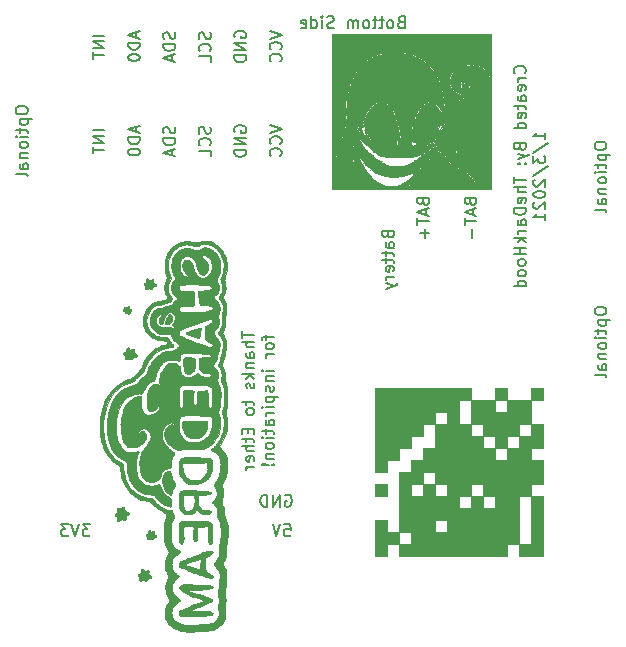
<source format=gbo>
G04 #@! TF.GenerationSoftware,KiCad,Pcbnew,(5.1.10)-1*
G04 #@! TF.CreationDate,2022-01-03T01:22:49-05:00*
G04 #@! TF.ProjectId,SlimeVRMotherBoard,536c696d-6556-4524-9d6f-74686572426f,V1.1*
G04 #@! TF.SameCoordinates,Original*
G04 #@! TF.FileFunction,Legend,Bot*
G04 #@! TF.FilePolarity,Positive*
%FSLAX46Y46*%
G04 Gerber Fmt 4.6, Leading zero omitted, Abs format (unit mm)*
G04 Created by KiCad (PCBNEW (5.1.10)-1) date 2022-01-03 01:22:49*
%MOMM*%
%LPD*%
G01*
G04 APERTURE LIST*
%ADD10C,0.150000*%
%ADD11C,0.010000*%
%ADD12C,2.100000*%
%ADD13O,2.300000X2.300000*%
%ADD14C,1.900000*%
%ADD15C,2.300000*%
G04 APERTURE END LIST*
D10*
X134452380Y-103309523D02*
X134452380Y-103500000D01*
X134500000Y-103595238D01*
X134595238Y-103690476D01*
X134785714Y-103738095D01*
X135119047Y-103738095D01*
X135309523Y-103690476D01*
X135404761Y-103595238D01*
X135452380Y-103500000D01*
X135452380Y-103309523D01*
X135404761Y-103214285D01*
X135309523Y-103119047D01*
X135119047Y-103071428D01*
X134785714Y-103071428D01*
X134595238Y-103119047D01*
X134500000Y-103214285D01*
X134452380Y-103309523D01*
X134785714Y-104166666D02*
X135785714Y-104166666D01*
X134833333Y-104166666D02*
X134785714Y-104261904D01*
X134785714Y-104452380D01*
X134833333Y-104547619D01*
X134880952Y-104595238D01*
X134976190Y-104642857D01*
X135261904Y-104642857D01*
X135357142Y-104595238D01*
X135404761Y-104547619D01*
X135452380Y-104452380D01*
X135452380Y-104261904D01*
X135404761Y-104166666D01*
X134785714Y-104928571D02*
X134785714Y-105309523D01*
X134452380Y-105071428D02*
X135309523Y-105071428D01*
X135404761Y-105119047D01*
X135452380Y-105214285D01*
X135452380Y-105309523D01*
X135452380Y-105642857D02*
X134785714Y-105642857D01*
X134452380Y-105642857D02*
X134500000Y-105595238D01*
X134547619Y-105642857D01*
X134500000Y-105690476D01*
X134452380Y-105642857D01*
X134547619Y-105642857D01*
X135452380Y-106261904D02*
X135404761Y-106166666D01*
X135357142Y-106119047D01*
X135261904Y-106071428D01*
X134976190Y-106071428D01*
X134880952Y-106119047D01*
X134833333Y-106166666D01*
X134785714Y-106261904D01*
X134785714Y-106404761D01*
X134833333Y-106500000D01*
X134880952Y-106547619D01*
X134976190Y-106595238D01*
X135261904Y-106595238D01*
X135357142Y-106547619D01*
X135404761Y-106500000D01*
X135452380Y-106404761D01*
X135452380Y-106261904D01*
X134785714Y-107023809D02*
X135452380Y-107023809D01*
X134880952Y-107023809D02*
X134833333Y-107071428D01*
X134785714Y-107166666D01*
X134785714Y-107309523D01*
X134833333Y-107404761D01*
X134928571Y-107452380D01*
X135452380Y-107452380D01*
X135452380Y-108357142D02*
X134928571Y-108357142D01*
X134833333Y-108309523D01*
X134785714Y-108214285D01*
X134785714Y-108023809D01*
X134833333Y-107928571D01*
X135404761Y-108357142D02*
X135452380Y-108261904D01*
X135452380Y-108023809D01*
X135404761Y-107928571D01*
X135309523Y-107880952D01*
X135214285Y-107880952D01*
X135119047Y-107928571D01*
X135071428Y-108023809D01*
X135071428Y-108261904D01*
X135023809Y-108357142D01*
X135452380Y-108976190D02*
X135404761Y-108880952D01*
X135309523Y-108833333D01*
X134452380Y-108833333D01*
X183452380Y-120309523D02*
X183452380Y-120500000D01*
X183500000Y-120595238D01*
X183595238Y-120690476D01*
X183785714Y-120738095D01*
X184119047Y-120738095D01*
X184309523Y-120690476D01*
X184404761Y-120595238D01*
X184452380Y-120500000D01*
X184452380Y-120309523D01*
X184404761Y-120214285D01*
X184309523Y-120119047D01*
X184119047Y-120071428D01*
X183785714Y-120071428D01*
X183595238Y-120119047D01*
X183500000Y-120214285D01*
X183452380Y-120309523D01*
X183785714Y-121166666D02*
X184785714Y-121166666D01*
X183833333Y-121166666D02*
X183785714Y-121261904D01*
X183785714Y-121452380D01*
X183833333Y-121547619D01*
X183880952Y-121595238D01*
X183976190Y-121642857D01*
X184261904Y-121642857D01*
X184357142Y-121595238D01*
X184404761Y-121547619D01*
X184452380Y-121452380D01*
X184452380Y-121261904D01*
X184404761Y-121166666D01*
X183785714Y-121928571D02*
X183785714Y-122309523D01*
X183452380Y-122071428D02*
X184309523Y-122071428D01*
X184404761Y-122119047D01*
X184452380Y-122214285D01*
X184452380Y-122309523D01*
X184452380Y-122642857D02*
X183785714Y-122642857D01*
X183452380Y-122642857D02*
X183500000Y-122595238D01*
X183547619Y-122642857D01*
X183500000Y-122690476D01*
X183452380Y-122642857D01*
X183547619Y-122642857D01*
X184452380Y-123261904D02*
X184404761Y-123166666D01*
X184357142Y-123119047D01*
X184261904Y-123071428D01*
X183976190Y-123071428D01*
X183880952Y-123119047D01*
X183833333Y-123166666D01*
X183785714Y-123261904D01*
X183785714Y-123404761D01*
X183833333Y-123500000D01*
X183880952Y-123547619D01*
X183976190Y-123595238D01*
X184261904Y-123595238D01*
X184357142Y-123547619D01*
X184404761Y-123500000D01*
X184452380Y-123404761D01*
X184452380Y-123261904D01*
X183785714Y-124023809D02*
X184452380Y-124023809D01*
X183880952Y-124023809D02*
X183833333Y-124071428D01*
X183785714Y-124166666D01*
X183785714Y-124309523D01*
X183833333Y-124404761D01*
X183928571Y-124452380D01*
X184452380Y-124452380D01*
X184452380Y-125357142D02*
X183928571Y-125357142D01*
X183833333Y-125309523D01*
X183785714Y-125214285D01*
X183785714Y-125023809D01*
X183833333Y-124928571D01*
X184404761Y-125357142D02*
X184452380Y-125261904D01*
X184452380Y-125023809D01*
X184404761Y-124928571D01*
X184309523Y-124880952D01*
X184214285Y-124880952D01*
X184119047Y-124928571D01*
X184071428Y-125023809D01*
X184071428Y-125261904D01*
X184023809Y-125357142D01*
X184452380Y-125976190D02*
X184404761Y-125880952D01*
X184309523Y-125833333D01*
X183452380Y-125833333D01*
X183452380Y-106309523D02*
X183452380Y-106500000D01*
X183500000Y-106595238D01*
X183595238Y-106690476D01*
X183785714Y-106738095D01*
X184119047Y-106738095D01*
X184309523Y-106690476D01*
X184404761Y-106595238D01*
X184452380Y-106500000D01*
X184452380Y-106309523D01*
X184404761Y-106214285D01*
X184309523Y-106119047D01*
X184119047Y-106071428D01*
X183785714Y-106071428D01*
X183595238Y-106119047D01*
X183500000Y-106214285D01*
X183452380Y-106309523D01*
X183785714Y-107166666D02*
X184785714Y-107166666D01*
X183833333Y-107166666D02*
X183785714Y-107261904D01*
X183785714Y-107452380D01*
X183833333Y-107547619D01*
X183880952Y-107595238D01*
X183976190Y-107642857D01*
X184261904Y-107642857D01*
X184357142Y-107595238D01*
X184404761Y-107547619D01*
X184452380Y-107452380D01*
X184452380Y-107261904D01*
X184404761Y-107166666D01*
X183785714Y-107928571D02*
X183785714Y-108309523D01*
X183452380Y-108071428D02*
X184309523Y-108071428D01*
X184404761Y-108119047D01*
X184452380Y-108214285D01*
X184452380Y-108309523D01*
X184452380Y-108642857D02*
X183785714Y-108642857D01*
X183452380Y-108642857D02*
X183500000Y-108595238D01*
X183547619Y-108642857D01*
X183500000Y-108690476D01*
X183452380Y-108642857D01*
X183547619Y-108642857D01*
X184452380Y-109261904D02*
X184404761Y-109166666D01*
X184357142Y-109119047D01*
X184261904Y-109071428D01*
X183976190Y-109071428D01*
X183880952Y-109119047D01*
X183833333Y-109166666D01*
X183785714Y-109261904D01*
X183785714Y-109404761D01*
X183833333Y-109500000D01*
X183880952Y-109547619D01*
X183976190Y-109595238D01*
X184261904Y-109595238D01*
X184357142Y-109547619D01*
X184404761Y-109500000D01*
X184452380Y-109404761D01*
X184452380Y-109261904D01*
X183785714Y-110023809D02*
X184452380Y-110023809D01*
X183880952Y-110023809D02*
X183833333Y-110071428D01*
X183785714Y-110166666D01*
X183785714Y-110309523D01*
X183833333Y-110404761D01*
X183928571Y-110452380D01*
X184452380Y-110452380D01*
X184452380Y-111357142D02*
X183928571Y-111357142D01*
X183833333Y-111309523D01*
X183785714Y-111214285D01*
X183785714Y-111023809D01*
X183833333Y-110928571D01*
X184404761Y-111357142D02*
X184452380Y-111261904D01*
X184452380Y-111023809D01*
X184404761Y-110928571D01*
X184309523Y-110880952D01*
X184214285Y-110880952D01*
X184119047Y-110928571D01*
X184071428Y-111023809D01*
X184071428Y-111261904D01*
X184023809Y-111357142D01*
X184452380Y-111976190D02*
X184404761Y-111880952D01*
X184309523Y-111833333D01*
X183452380Y-111833333D01*
X167047619Y-95928571D02*
X166904761Y-95976190D01*
X166857142Y-96023809D01*
X166809523Y-96119047D01*
X166809523Y-96261904D01*
X166857142Y-96357142D01*
X166904761Y-96404761D01*
X167000000Y-96452380D01*
X167380952Y-96452380D01*
X167380952Y-95452380D01*
X167047619Y-95452380D01*
X166952380Y-95500000D01*
X166904761Y-95547619D01*
X166857142Y-95642857D01*
X166857142Y-95738095D01*
X166904761Y-95833333D01*
X166952380Y-95880952D01*
X167047619Y-95928571D01*
X167380952Y-95928571D01*
X166238095Y-96452380D02*
X166333333Y-96404761D01*
X166380952Y-96357142D01*
X166428571Y-96261904D01*
X166428571Y-95976190D01*
X166380952Y-95880952D01*
X166333333Y-95833333D01*
X166238095Y-95785714D01*
X166095238Y-95785714D01*
X166000000Y-95833333D01*
X165952380Y-95880952D01*
X165904761Y-95976190D01*
X165904761Y-96261904D01*
X165952380Y-96357142D01*
X166000000Y-96404761D01*
X166095238Y-96452380D01*
X166238095Y-96452380D01*
X165619047Y-95785714D02*
X165238095Y-95785714D01*
X165476190Y-95452380D02*
X165476190Y-96309523D01*
X165428571Y-96404761D01*
X165333333Y-96452380D01*
X165238095Y-96452380D01*
X165047619Y-95785714D02*
X164666666Y-95785714D01*
X164904761Y-95452380D02*
X164904761Y-96309523D01*
X164857142Y-96404761D01*
X164761904Y-96452380D01*
X164666666Y-96452380D01*
X164190476Y-96452380D02*
X164285714Y-96404761D01*
X164333333Y-96357142D01*
X164380952Y-96261904D01*
X164380952Y-95976190D01*
X164333333Y-95880952D01*
X164285714Y-95833333D01*
X164190476Y-95785714D01*
X164047619Y-95785714D01*
X163952380Y-95833333D01*
X163904761Y-95880952D01*
X163857142Y-95976190D01*
X163857142Y-96261904D01*
X163904761Y-96357142D01*
X163952380Y-96404761D01*
X164047619Y-96452380D01*
X164190476Y-96452380D01*
X163428571Y-96452380D02*
X163428571Y-95785714D01*
X163428571Y-95880952D02*
X163380952Y-95833333D01*
X163285714Y-95785714D01*
X163142857Y-95785714D01*
X163047619Y-95833333D01*
X163000000Y-95928571D01*
X163000000Y-96452380D01*
X163000000Y-95928571D02*
X162952380Y-95833333D01*
X162857142Y-95785714D01*
X162714285Y-95785714D01*
X162619047Y-95833333D01*
X162571428Y-95928571D01*
X162571428Y-96452380D01*
X161380952Y-96404761D02*
X161238095Y-96452380D01*
X161000000Y-96452380D01*
X160904761Y-96404761D01*
X160857142Y-96357142D01*
X160809523Y-96261904D01*
X160809523Y-96166666D01*
X160857142Y-96071428D01*
X160904761Y-96023809D01*
X161000000Y-95976190D01*
X161190476Y-95928571D01*
X161285714Y-95880952D01*
X161333333Y-95833333D01*
X161380952Y-95738095D01*
X161380952Y-95642857D01*
X161333333Y-95547619D01*
X161285714Y-95500000D01*
X161190476Y-95452380D01*
X160952380Y-95452380D01*
X160809523Y-95500000D01*
X160380952Y-96452380D02*
X160380952Y-95785714D01*
X160380952Y-95452380D02*
X160428571Y-95500000D01*
X160380952Y-95547619D01*
X160333333Y-95500000D01*
X160380952Y-95452380D01*
X160380952Y-95547619D01*
X159476190Y-96452380D02*
X159476190Y-95452380D01*
X159476190Y-96404761D02*
X159571428Y-96452380D01*
X159761904Y-96452380D01*
X159857142Y-96404761D01*
X159904761Y-96357142D01*
X159952380Y-96261904D01*
X159952380Y-95976190D01*
X159904761Y-95880952D01*
X159857142Y-95833333D01*
X159761904Y-95785714D01*
X159571428Y-95785714D01*
X159476190Y-95833333D01*
X158619047Y-96404761D02*
X158714285Y-96452380D01*
X158904761Y-96452380D01*
X159000000Y-96404761D01*
X159047619Y-96309523D01*
X159047619Y-95928571D01*
X159000000Y-95833333D01*
X158904761Y-95785714D01*
X158714285Y-95785714D01*
X158619047Y-95833333D01*
X158571428Y-95928571D01*
X158571428Y-96023809D01*
X159047619Y-96119047D01*
X153627380Y-122119047D02*
X153627380Y-122690476D01*
X154627380Y-122404761D02*
X153627380Y-122404761D01*
X154627380Y-123023809D02*
X153627380Y-123023809D01*
X154627380Y-123452380D02*
X154103571Y-123452380D01*
X154008333Y-123404761D01*
X153960714Y-123309523D01*
X153960714Y-123166666D01*
X154008333Y-123071428D01*
X154055952Y-123023809D01*
X154627380Y-124357142D02*
X154103571Y-124357142D01*
X154008333Y-124309523D01*
X153960714Y-124214285D01*
X153960714Y-124023809D01*
X154008333Y-123928571D01*
X154579761Y-124357142D02*
X154627380Y-124261904D01*
X154627380Y-124023809D01*
X154579761Y-123928571D01*
X154484523Y-123880952D01*
X154389285Y-123880952D01*
X154294047Y-123928571D01*
X154246428Y-124023809D01*
X154246428Y-124261904D01*
X154198809Y-124357142D01*
X153960714Y-124833333D02*
X154627380Y-124833333D01*
X154055952Y-124833333D02*
X154008333Y-124880952D01*
X153960714Y-124976190D01*
X153960714Y-125119047D01*
X154008333Y-125214285D01*
X154103571Y-125261904D01*
X154627380Y-125261904D01*
X154627380Y-125738095D02*
X153627380Y-125738095D01*
X154246428Y-125833333D02*
X154627380Y-126119047D01*
X153960714Y-126119047D02*
X154341666Y-125738095D01*
X154579761Y-126500000D02*
X154627380Y-126595238D01*
X154627380Y-126785714D01*
X154579761Y-126880952D01*
X154484523Y-126928571D01*
X154436904Y-126928571D01*
X154341666Y-126880952D01*
X154294047Y-126785714D01*
X154294047Y-126642857D01*
X154246428Y-126547619D01*
X154151190Y-126500000D01*
X154103571Y-126500000D01*
X154008333Y-126547619D01*
X153960714Y-126642857D01*
X153960714Y-126785714D01*
X154008333Y-126880952D01*
X153960714Y-127976190D02*
X153960714Y-128357142D01*
X153627380Y-128119047D02*
X154484523Y-128119047D01*
X154579761Y-128166666D01*
X154627380Y-128261904D01*
X154627380Y-128357142D01*
X154627380Y-128833333D02*
X154579761Y-128738095D01*
X154532142Y-128690476D01*
X154436904Y-128642857D01*
X154151190Y-128642857D01*
X154055952Y-128690476D01*
X154008333Y-128738095D01*
X153960714Y-128833333D01*
X153960714Y-128976190D01*
X154008333Y-129071428D01*
X154055952Y-129119047D01*
X154151190Y-129166666D01*
X154436904Y-129166666D01*
X154532142Y-129119047D01*
X154579761Y-129071428D01*
X154627380Y-128976190D01*
X154627380Y-128833333D01*
X154103571Y-130357142D02*
X154103571Y-130690476D01*
X154627380Y-130833333D02*
X154627380Y-130357142D01*
X153627380Y-130357142D01*
X153627380Y-130833333D01*
X153960714Y-131119047D02*
X153960714Y-131500000D01*
X153627380Y-131261904D02*
X154484523Y-131261904D01*
X154579761Y-131309523D01*
X154627380Y-131404761D01*
X154627380Y-131500000D01*
X154627380Y-131833333D02*
X153627380Y-131833333D01*
X154627380Y-132261904D02*
X154103571Y-132261904D01*
X154008333Y-132214285D01*
X153960714Y-132119047D01*
X153960714Y-131976190D01*
X154008333Y-131880952D01*
X154055952Y-131833333D01*
X154579761Y-133119047D02*
X154627380Y-133023809D01*
X154627380Y-132833333D01*
X154579761Y-132738095D01*
X154484523Y-132690476D01*
X154103571Y-132690476D01*
X154008333Y-132738095D01*
X153960714Y-132833333D01*
X153960714Y-133023809D01*
X154008333Y-133119047D01*
X154103571Y-133166666D01*
X154198809Y-133166666D01*
X154294047Y-132690476D01*
X154627380Y-133595238D02*
X153960714Y-133595238D01*
X154151190Y-133595238D02*
X154055952Y-133642857D01*
X154008333Y-133690476D01*
X153960714Y-133785714D01*
X153960714Y-133880952D01*
X155610714Y-122452380D02*
X155610714Y-122833333D01*
X156277380Y-122595238D02*
X155420238Y-122595238D01*
X155325000Y-122642857D01*
X155277380Y-122738095D01*
X155277380Y-122833333D01*
X156277380Y-123309523D02*
X156229761Y-123214285D01*
X156182142Y-123166666D01*
X156086904Y-123119047D01*
X155801190Y-123119047D01*
X155705952Y-123166666D01*
X155658333Y-123214285D01*
X155610714Y-123309523D01*
X155610714Y-123452380D01*
X155658333Y-123547619D01*
X155705952Y-123595238D01*
X155801190Y-123642857D01*
X156086904Y-123642857D01*
X156182142Y-123595238D01*
X156229761Y-123547619D01*
X156277380Y-123452380D01*
X156277380Y-123309523D01*
X156277380Y-124071428D02*
X155610714Y-124071428D01*
X155801190Y-124071428D02*
X155705952Y-124119047D01*
X155658333Y-124166666D01*
X155610714Y-124261904D01*
X155610714Y-124357142D01*
X156277380Y-125452380D02*
X155610714Y-125452380D01*
X155277380Y-125452380D02*
X155325000Y-125404761D01*
X155372619Y-125452380D01*
X155325000Y-125500000D01*
X155277380Y-125452380D01*
X155372619Y-125452380D01*
X155610714Y-125928571D02*
X156277380Y-125928571D01*
X155705952Y-125928571D02*
X155658333Y-125976190D01*
X155610714Y-126071428D01*
X155610714Y-126214285D01*
X155658333Y-126309523D01*
X155753571Y-126357142D01*
X156277380Y-126357142D01*
X156229761Y-126785714D02*
X156277380Y-126880952D01*
X156277380Y-127071428D01*
X156229761Y-127166666D01*
X156134523Y-127214285D01*
X156086904Y-127214285D01*
X155991666Y-127166666D01*
X155944047Y-127071428D01*
X155944047Y-126928571D01*
X155896428Y-126833333D01*
X155801190Y-126785714D01*
X155753571Y-126785714D01*
X155658333Y-126833333D01*
X155610714Y-126928571D01*
X155610714Y-127071428D01*
X155658333Y-127166666D01*
X155610714Y-127642857D02*
X156610714Y-127642857D01*
X155658333Y-127642857D02*
X155610714Y-127738095D01*
X155610714Y-127928571D01*
X155658333Y-128023809D01*
X155705952Y-128071428D01*
X155801190Y-128119047D01*
X156086904Y-128119047D01*
X156182142Y-128071428D01*
X156229761Y-128023809D01*
X156277380Y-127928571D01*
X156277380Y-127738095D01*
X156229761Y-127642857D01*
X156277380Y-128547619D02*
X155610714Y-128547619D01*
X155277380Y-128547619D02*
X155325000Y-128500000D01*
X155372619Y-128547619D01*
X155325000Y-128595238D01*
X155277380Y-128547619D01*
X155372619Y-128547619D01*
X156277380Y-129023809D02*
X155610714Y-129023809D01*
X155801190Y-129023809D02*
X155705952Y-129071428D01*
X155658333Y-129119047D01*
X155610714Y-129214285D01*
X155610714Y-129309523D01*
X156277380Y-130071428D02*
X155753571Y-130071428D01*
X155658333Y-130023809D01*
X155610714Y-129928571D01*
X155610714Y-129738095D01*
X155658333Y-129642857D01*
X156229761Y-130071428D02*
X156277380Y-129976190D01*
X156277380Y-129738095D01*
X156229761Y-129642857D01*
X156134523Y-129595238D01*
X156039285Y-129595238D01*
X155944047Y-129642857D01*
X155896428Y-129738095D01*
X155896428Y-129976190D01*
X155848809Y-130071428D01*
X155610714Y-130404761D02*
X155610714Y-130785714D01*
X155277380Y-130547619D02*
X156134523Y-130547619D01*
X156229761Y-130595238D01*
X156277380Y-130690476D01*
X156277380Y-130785714D01*
X156277380Y-131119047D02*
X155610714Y-131119047D01*
X155277380Y-131119047D02*
X155325000Y-131071428D01*
X155372619Y-131119047D01*
X155325000Y-131166666D01*
X155277380Y-131119047D01*
X155372619Y-131119047D01*
X156277380Y-131738095D02*
X156229761Y-131642857D01*
X156182142Y-131595238D01*
X156086904Y-131547619D01*
X155801190Y-131547619D01*
X155705952Y-131595238D01*
X155658333Y-131642857D01*
X155610714Y-131738095D01*
X155610714Y-131880952D01*
X155658333Y-131976190D01*
X155705952Y-132023809D01*
X155801190Y-132071428D01*
X156086904Y-132071428D01*
X156182142Y-132023809D01*
X156229761Y-131976190D01*
X156277380Y-131880952D01*
X156277380Y-131738095D01*
X155610714Y-132500000D02*
X156277380Y-132500000D01*
X155705952Y-132500000D02*
X155658333Y-132547619D01*
X155610714Y-132642857D01*
X155610714Y-132785714D01*
X155658333Y-132880952D01*
X155753571Y-132928571D01*
X156277380Y-132928571D01*
X156182142Y-133404761D02*
X156229761Y-133452380D01*
X156277380Y-133404761D01*
X156229761Y-133357142D01*
X156182142Y-133404761D01*
X156277380Y-133404761D01*
X155896428Y-133404761D02*
X155325000Y-133357142D01*
X155277380Y-133404761D01*
X155325000Y-133452380D01*
X155896428Y-133404761D01*
X155277380Y-133404761D01*
X177532142Y-100261904D02*
X177579761Y-100214285D01*
X177627380Y-100071428D01*
X177627380Y-99976190D01*
X177579761Y-99833333D01*
X177484523Y-99738095D01*
X177389285Y-99690476D01*
X177198809Y-99642857D01*
X177055952Y-99642857D01*
X176865476Y-99690476D01*
X176770238Y-99738095D01*
X176675000Y-99833333D01*
X176627380Y-99976190D01*
X176627380Y-100071428D01*
X176675000Y-100214285D01*
X176722619Y-100261904D01*
X177627380Y-100690476D02*
X176960714Y-100690476D01*
X177151190Y-100690476D02*
X177055952Y-100738095D01*
X177008333Y-100785714D01*
X176960714Y-100880952D01*
X176960714Y-100976190D01*
X177579761Y-101690476D02*
X177627380Y-101595238D01*
X177627380Y-101404761D01*
X177579761Y-101309523D01*
X177484523Y-101261904D01*
X177103571Y-101261904D01*
X177008333Y-101309523D01*
X176960714Y-101404761D01*
X176960714Y-101595238D01*
X177008333Y-101690476D01*
X177103571Y-101738095D01*
X177198809Y-101738095D01*
X177294047Y-101261904D01*
X177627380Y-102595238D02*
X177103571Y-102595238D01*
X177008333Y-102547619D01*
X176960714Y-102452380D01*
X176960714Y-102261904D01*
X177008333Y-102166666D01*
X177579761Y-102595238D02*
X177627380Y-102500000D01*
X177627380Y-102261904D01*
X177579761Y-102166666D01*
X177484523Y-102119047D01*
X177389285Y-102119047D01*
X177294047Y-102166666D01*
X177246428Y-102261904D01*
X177246428Y-102500000D01*
X177198809Y-102595238D01*
X176960714Y-102928571D02*
X176960714Y-103309523D01*
X176627380Y-103071428D02*
X177484523Y-103071428D01*
X177579761Y-103119047D01*
X177627380Y-103214285D01*
X177627380Y-103309523D01*
X177579761Y-104023809D02*
X177627380Y-103928571D01*
X177627380Y-103738095D01*
X177579761Y-103642857D01*
X177484523Y-103595238D01*
X177103571Y-103595238D01*
X177008333Y-103642857D01*
X176960714Y-103738095D01*
X176960714Y-103928571D01*
X177008333Y-104023809D01*
X177103571Y-104071428D01*
X177198809Y-104071428D01*
X177294047Y-103595238D01*
X177627380Y-104928571D02*
X176627380Y-104928571D01*
X177579761Y-104928571D02*
X177627380Y-104833333D01*
X177627380Y-104642857D01*
X177579761Y-104547619D01*
X177532142Y-104500000D01*
X177436904Y-104452380D01*
X177151190Y-104452380D01*
X177055952Y-104500000D01*
X177008333Y-104547619D01*
X176960714Y-104642857D01*
X176960714Y-104833333D01*
X177008333Y-104928571D01*
X177103571Y-106500000D02*
X177151190Y-106642857D01*
X177198809Y-106690476D01*
X177294047Y-106738095D01*
X177436904Y-106738095D01*
X177532142Y-106690476D01*
X177579761Y-106642857D01*
X177627380Y-106547619D01*
X177627380Y-106166666D01*
X176627380Y-106166666D01*
X176627380Y-106500000D01*
X176675000Y-106595238D01*
X176722619Y-106642857D01*
X176817857Y-106690476D01*
X176913095Y-106690476D01*
X177008333Y-106642857D01*
X177055952Y-106595238D01*
X177103571Y-106500000D01*
X177103571Y-106166666D01*
X176960714Y-107071428D02*
X177627380Y-107309523D01*
X176960714Y-107547619D02*
X177627380Y-107309523D01*
X177865476Y-107214285D01*
X177913095Y-107166666D01*
X177960714Y-107071428D01*
X177532142Y-107928571D02*
X177579761Y-107976190D01*
X177627380Y-107928571D01*
X177579761Y-107880952D01*
X177532142Y-107928571D01*
X177627380Y-107928571D01*
X177008333Y-107928571D02*
X177055952Y-107976190D01*
X177103571Y-107928571D01*
X177055952Y-107880952D01*
X177008333Y-107928571D01*
X177103571Y-107928571D01*
X176627380Y-109023809D02*
X176627380Y-109595238D01*
X177627380Y-109309523D02*
X176627380Y-109309523D01*
X177627380Y-109928571D02*
X176627380Y-109928571D01*
X177627380Y-110357142D02*
X177103571Y-110357142D01*
X177008333Y-110309523D01*
X176960714Y-110214285D01*
X176960714Y-110071428D01*
X177008333Y-109976190D01*
X177055952Y-109928571D01*
X177579761Y-111214285D02*
X177627380Y-111119047D01*
X177627380Y-110928571D01*
X177579761Y-110833333D01*
X177484523Y-110785714D01*
X177103571Y-110785714D01*
X177008333Y-110833333D01*
X176960714Y-110928571D01*
X176960714Y-111119047D01*
X177008333Y-111214285D01*
X177103571Y-111261904D01*
X177198809Y-111261904D01*
X177294047Y-110785714D01*
X177627380Y-111690476D02*
X176627380Y-111690476D01*
X176627380Y-111928571D01*
X176675000Y-112071428D01*
X176770238Y-112166666D01*
X176865476Y-112214285D01*
X177055952Y-112261904D01*
X177198809Y-112261904D01*
X177389285Y-112214285D01*
X177484523Y-112166666D01*
X177579761Y-112071428D01*
X177627380Y-111928571D01*
X177627380Y-111690476D01*
X177627380Y-113119047D02*
X177103571Y-113119047D01*
X177008333Y-113071428D01*
X176960714Y-112976190D01*
X176960714Y-112785714D01*
X177008333Y-112690476D01*
X177579761Y-113119047D02*
X177627380Y-113023809D01*
X177627380Y-112785714D01*
X177579761Y-112690476D01*
X177484523Y-112642857D01*
X177389285Y-112642857D01*
X177294047Y-112690476D01*
X177246428Y-112785714D01*
X177246428Y-113023809D01*
X177198809Y-113119047D01*
X177627380Y-113595238D02*
X176960714Y-113595238D01*
X177151190Y-113595238D02*
X177055952Y-113642857D01*
X177008333Y-113690476D01*
X176960714Y-113785714D01*
X176960714Y-113880952D01*
X177627380Y-114214285D02*
X176627380Y-114214285D01*
X177246428Y-114309523D02*
X177627380Y-114595238D01*
X176960714Y-114595238D02*
X177341666Y-114214285D01*
X177627380Y-115023809D02*
X176627380Y-115023809D01*
X177103571Y-115023809D02*
X177103571Y-115595238D01*
X177627380Y-115595238D02*
X176627380Y-115595238D01*
X177627380Y-116214285D02*
X177579761Y-116119047D01*
X177532142Y-116071428D01*
X177436904Y-116023809D01*
X177151190Y-116023809D01*
X177055952Y-116071428D01*
X177008333Y-116119047D01*
X176960714Y-116214285D01*
X176960714Y-116357142D01*
X177008333Y-116452380D01*
X177055952Y-116500000D01*
X177151190Y-116547619D01*
X177436904Y-116547619D01*
X177532142Y-116500000D01*
X177579761Y-116452380D01*
X177627380Y-116357142D01*
X177627380Y-116214285D01*
X177627380Y-117119047D02*
X177579761Y-117023809D01*
X177532142Y-116976190D01*
X177436904Y-116928571D01*
X177151190Y-116928571D01*
X177055952Y-116976190D01*
X177008333Y-117023809D01*
X176960714Y-117119047D01*
X176960714Y-117261904D01*
X177008333Y-117357142D01*
X177055952Y-117404761D01*
X177151190Y-117452380D01*
X177436904Y-117452380D01*
X177532142Y-117404761D01*
X177579761Y-117357142D01*
X177627380Y-117261904D01*
X177627380Y-117119047D01*
X177627380Y-118309523D02*
X176627380Y-118309523D01*
X177579761Y-118309523D02*
X177627380Y-118214285D01*
X177627380Y-118023809D01*
X177579761Y-117928571D01*
X177532142Y-117880952D01*
X177436904Y-117833333D01*
X177151190Y-117833333D01*
X177055952Y-117880952D01*
X177008333Y-117928571D01*
X176960714Y-118023809D01*
X176960714Y-118214285D01*
X177008333Y-118309523D01*
X179277380Y-105857142D02*
X179277380Y-105285714D01*
X179277380Y-105571428D02*
X178277380Y-105571428D01*
X178420238Y-105476190D01*
X178515476Y-105380952D01*
X178563095Y-105285714D01*
X178229761Y-107000000D02*
X179515476Y-106142857D01*
X178277380Y-107238095D02*
X178277380Y-107857142D01*
X178658333Y-107523809D01*
X178658333Y-107666666D01*
X178705952Y-107761904D01*
X178753571Y-107809523D01*
X178848809Y-107857142D01*
X179086904Y-107857142D01*
X179182142Y-107809523D01*
X179229761Y-107761904D01*
X179277380Y-107666666D01*
X179277380Y-107380952D01*
X179229761Y-107285714D01*
X179182142Y-107238095D01*
X178229761Y-109000000D02*
X179515476Y-108142857D01*
X178372619Y-109285714D02*
X178325000Y-109333333D01*
X178277380Y-109428571D01*
X178277380Y-109666666D01*
X178325000Y-109761904D01*
X178372619Y-109809523D01*
X178467857Y-109857142D01*
X178563095Y-109857142D01*
X178705952Y-109809523D01*
X179277380Y-109238095D01*
X179277380Y-109857142D01*
X178277380Y-110476190D02*
X178277380Y-110571428D01*
X178325000Y-110666666D01*
X178372619Y-110714285D01*
X178467857Y-110761904D01*
X178658333Y-110809523D01*
X178896428Y-110809523D01*
X179086904Y-110761904D01*
X179182142Y-110714285D01*
X179229761Y-110666666D01*
X179277380Y-110571428D01*
X179277380Y-110476190D01*
X179229761Y-110380952D01*
X179182142Y-110333333D01*
X179086904Y-110285714D01*
X178896428Y-110238095D01*
X178658333Y-110238095D01*
X178467857Y-110285714D01*
X178372619Y-110333333D01*
X178325000Y-110380952D01*
X178277380Y-110476190D01*
X178372619Y-111190476D02*
X178325000Y-111238095D01*
X178277380Y-111333333D01*
X178277380Y-111571428D01*
X178325000Y-111666666D01*
X178372619Y-111714285D01*
X178467857Y-111761904D01*
X178563095Y-111761904D01*
X178705952Y-111714285D01*
X179277380Y-111142857D01*
X179277380Y-111761904D01*
X179277380Y-112714285D02*
X179277380Y-112142857D01*
X179277380Y-112428571D02*
X178277380Y-112428571D01*
X178420238Y-112333333D01*
X178515476Y-112238095D01*
X178563095Y-112142857D01*
X144666666Y-104785714D02*
X144666666Y-105261904D01*
X144952380Y-104690476D02*
X143952380Y-105023809D01*
X144952380Y-105357142D01*
X144952380Y-105690476D02*
X143952380Y-105690476D01*
X143952380Y-105928571D01*
X144000000Y-106071428D01*
X144095238Y-106166666D01*
X144190476Y-106214285D01*
X144380952Y-106261904D01*
X144523809Y-106261904D01*
X144714285Y-106214285D01*
X144809523Y-106166666D01*
X144904761Y-106071428D01*
X144952380Y-105928571D01*
X144952380Y-105690476D01*
X143952380Y-106880952D02*
X143952380Y-106976190D01*
X144000000Y-107071428D01*
X144047619Y-107119047D01*
X144142857Y-107166666D01*
X144333333Y-107214285D01*
X144571428Y-107214285D01*
X144761904Y-107166666D01*
X144857142Y-107119047D01*
X144904761Y-107071428D01*
X144952380Y-106976190D01*
X144952380Y-106880952D01*
X144904761Y-106785714D01*
X144857142Y-106738095D01*
X144761904Y-106690476D01*
X144571428Y-106642857D01*
X144333333Y-106642857D01*
X144142857Y-106690476D01*
X144047619Y-106738095D01*
X144000000Y-106785714D01*
X143952380Y-106880952D01*
X147904761Y-104785714D02*
X147952380Y-104928571D01*
X147952380Y-105166666D01*
X147904761Y-105261904D01*
X147857142Y-105309523D01*
X147761904Y-105357142D01*
X147666666Y-105357142D01*
X147571428Y-105309523D01*
X147523809Y-105261904D01*
X147476190Y-105166666D01*
X147428571Y-104976190D01*
X147380952Y-104880952D01*
X147333333Y-104833333D01*
X147238095Y-104785714D01*
X147142857Y-104785714D01*
X147047619Y-104833333D01*
X147000000Y-104880952D01*
X146952380Y-104976190D01*
X146952380Y-105214285D01*
X147000000Y-105357142D01*
X147952380Y-105785714D02*
X146952380Y-105785714D01*
X146952380Y-106023809D01*
X147000000Y-106166666D01*
X147095238Y-106261904D01*
X147190476Y-106309523D01*
X147380952Y-106357142D01*
X147523809Y-106357142D01*
X147714285Y-106309523D01*
X147809523Y-106261904D01*
X147904761Y-106166666D01*
X147952380Y-106023809D01*
X147952380Y-105785714D01*
X147666666Y-106738095D02*
X147666666Y-107214285D01*
X147952380Y-106642857D02*
X146952380Y-106976190D01*
X147952380Y-107309523D01*
X153000000Y-105238095D02*
X152952380Y-105142857D01*
X152952380Y-105000000D01*
X153000000Y-104857142D01*
X153095238Y-104761904D01*
X153190476Y-104714285D01*
X153380952Y-104666666D01*
X153523809Y-104666666D01*
X153714285Y-104714285D01*
X153809523Y-104761904D01*
X153904761Y-104857142D01*
X153952380Y-105000000D01*
X153952380Y-105095238D01*
X153904761Y-105238095D01*
X153857142Y-105285714D01*
X153523809Y-105285714D01*
X153523809Y-105095238D01*
X153952380Y-105714285D02*
X152952380Y-105714285D01*
X153952380Y-106285714D01*
X152952380Y-106285714D01*
X153952380Y-106761904D02*
X152952380Y-106761904D01*
X152952380Y-107000000D01*
X153000000Y-107142857D01*
X153095238Y-107238095D01*
X153190476Y-107285714D01*
X153380952Y-107333333D01*
X153523809Y-107333333D01*
X153714285Y-107285714D01*
X153809523Y-107238095D01*
X153904761Y-107142857D01*
X153952380Y-107000000D01*
X153952380Y-106761904D01*
X150904761Y-104809523D02*
X150952380Y-104952380D01*
X150952380Y-105190476D01*
X150904761Y-105285714D01*
X150857142Y-105333333D01*
X150761904Y-105380952D01*
X150666666Y-105380952D01*
X150571428Y-105333333D01*
X150523809Y-105285714D01*
X150476190Y-105190476D01*
X150428571Y-105000000D01*
X150380952Y-104904761D01*
X150333333Y-104857142D01*
X150238095Y-104809523D01*
X150142857Y-104809523D01*
X150047619Y-104857142D01*
X150000000Y-104904761D01*
X149952380Y-105000000D01*
X149952380Y-105238095D01*
X150000000Y-105380952D01*
X150857142Y-106380952D02*
X150904761Y-106333333D01*
X150952380Y-106190476D01*
X150952380Y-106095238D01*
X150904761Y-105952380D01*
X150809523Y-105857142D01*
X150714285Y-105809523D01*
X150523809Y-105761904D01*
X150380952Y-105761904D01*
X150190476Y-105809523D01*
X150095238Y-105857142D01*
X150000000Y-105952380D01*
X149952380Y-106095238D01*
X149952380Y-106190476D01*
X150000000Y-106333333D01*
X150047619Y-106380952D01*
X150952380Y-107285714D02*
X150952380Y-106809523D01*
X149952380Y-106809523D01*
X141952380Y-105095238D02*
X140952380Y-105095238D01*
X141952380Y-105571428D02*
X140952380Y-105571428D01*
X141952380Y-106142857D01*
X140952380Y-106142857D01*
X140952380Y-106476190D02*
X140952380Y-107047619D01*
X141952380Y-106761904D02*
X140952380Y-106761904D01*
X141952380Y-97095238D02*
X140952380Y-97095238D01*
X141952380Y-97571428D02*
X140952380Y-97571428D01*
X141952380Y-98142857D01*
X140952380Y-98142857D01*
X140952380Y-98476190D02*
X140952380Y-99047619D01*
X141952380Y-98761904D02*
X140952380Y-98761904D01*
X144666666Y-96785714D02*
X144666666Y-97261904D01*
X144952380Y-96690476D02*
X143952380Y-97023809D01*
X144952380Y-97357142D01*
X144952380Y-97690476D02*
X143952380Y-97690476D01*
X143952380Y-97928571D01*
X144000000Y-98071428D01*
X144095238Y-98166666D01*
X144190476Y-98214285D01*
X144380952Y-98261904D01*
X144523809Y-98261904D01*
X144714285Y-98214285D01*
X144809523Y-98166666D01*
X144904761Y-98071428D01*
X144952380Y-97928571D01*
X144952380Y-97690476D01*
X143952380Y-98880952D02*
X143952380Y-98976190D01*
X144000000Y-99071428D01*
X144047619Y-99119047D01*
X144142857Y-99166666D01*
X144333333Y-99214285D01*
X144571428Y-99214285D01*
X144761904Y-99166666D01*
X144857142Y-99119047D01*
X144904761Y-99071428D01*
X144952380Y-98976190D01*
X144952380Y-98880952D01*
X144904761Y-98785714D01*
X144857142Y-98738095D01*
X144761904Y-98690476D01*
X144571428Y-98642857D01*
X144333333Y-98642857D01*
X144142857Y-98690476D01*
X144047619Y-98738095D01*
X144000000Y-98785714D01*
X143952380Y-98880952D01*
X147904761Y-96785714D02*
X147952380Y-96928571D01*
X147952380Y-97166666D01*
X147904761Y-97261904D01*
X147857142Y-97309523D01*
X147761904Y-97357142D01*
X147666666Y-97357142D01*
X147571428Y-97309523D01*
X147523809Y-97261904D01*
X147476190Y-97166666D01*
X147428571Y-96976190D01*
X147380952Y-96880952D01*
X147333333Y-96833333D01*
X147238095Y-96785714D01*
X147142857Y-96785714D01*
X147047619Y-96833333D01*
X147000000Y-96880952D01*
X146952380Y-96976190D01*
X146952380Y-97214285D01*
X147000000Y-97357142D01*
X147952380Y-97785714D02*
X146952380Y-97785714D01*
X146952380Y-98023809D01*
X147000000Y-98166666D01*
X147095238Y-98261904D01*
X147190476Y-98309523D01*
X147380952Y-98357142D01*
X147523809Y-98357142D01*
X147714285Y-98309523D01*
X147809523Y-98261904D01*
X147904761Y-98166666D01*
X147952380Y-98023809D01*
X147952380Y-97785714D01*
X147666666Y-98738095D02*
X147666666Y-99214285D01*
X147952380Y-98642857D02*
X146952380Y-98976190D01*
X147952380Y-99309523D01*
X150904761Y-96809523D02*
X150952380Y-96952380D01*
X150952380Y-97190476D01*
X150904761Y-97285714D01*
X150857142Y-97333333D01*
X150761904Y-97380952D01*
X150666666Y-97380952D01*
X150571428Y-97333333D01*
X150523809Y-97285714D01*
X150476190Y-97190476D01*
X150428571Y-97000000D01*
X150380952Y-96904761D01*
X150333333Y-96857142D01*
X150238095Y-96809523D01*
X150142857Y-96809523D01*
X150047619Y-96857142D01*
X150000000Y-96904761D01*
X149952380Y-97000000D01*
X149952380Y-97238095D01*
X150000000Y-97380952D01*
X150857142Y-98380952D02*
X150904761Y-98333333D01*
X150952380Y-98190476D01*
X150952380Y-98095238D01*
X150904761Y-97952380D01*
X150809523Y-97857142D01*
X150714285Y-97809523D01*
X150523809Y-97761904D01*
X150380952Y-97761904D01*
X150190476Y-97809523D01*
X150095238Y-97857142D01*
X150000000Y-97952380D01*
X149952380Y-98095238D01*
X149952380Y-98190476D01*
X150000000Y-98333333D01*
X150047619Y-98380952D01*
X150952380Y-99285714D02*
X150952380Y-98809523D01*
X149952380Y-98809523D01*
X153000000Y-97238095D02*
X152952380Y-97142857D01*
X152952380Y-97000000D01*
X153000000Y-96857142D01*
X153095238Y-96761904D01*
X153190476Y-96714285D01*
X153380952Y-96666666D01*
X153523809Y-96666666D01*
X153714285Y-96714285D01*
X153809523Y-96761904D01*
X153904761Y-96857142D01*
X153952380Y-97000000D01*
X153952380Y-97095238D01*
X153904761Y-97238095D01*
X153857142Y-97285714D01*
X153523809Y-97285714D01*
X153523809Y-97095238D01*
X153952380Y-97714285D02*
X152952380Y-97714285D01*
X153952380Y-98285714D01*
X152952380Y-98285714D01*
X153952380Y-98761904D02*
X152952380Y-98761904D01*
X152952380Y-99000000D01*
X153000000Y-99142857D01*
X153095238Y-99238095D01*
X153190476Y-99285714D01*
X153380952Y-99333333D01*
X153523809Y-99333333D01*
X153714285Y-99285714D01*
X153809523Y-99238095D01*
X153904761Y-99142857D01*
X153952380Y-99000000D01*
X153952380Y-98761904D01*
X155952380Y-104666666D02*
X156952380Y-105000000D01*
X155952380Y-105333333D01*
X156857142Y-106238095D02*
X156904761Y-106190476D01*
X156952380Y-106047619D01*
X156952380Y-105952380D01*
X156904761Y-105809523D01*
X156809523Y-105714285D01*
X156714285Y-105666666D01*
X156523809Y-105619047D01*
X156380952Y-105619047D01*
X156190476Y-105666666D01*
X156095238Y-105714285D01*
X156000000Y-105809523D01*
X155952380Y-105952380D01*
X155952380Y-106047619D01*
X156000000Y-106190476D01*
X156047619Y-106238095D01*
X156857142Y-107238095D02*
X156904761Y-107190476D01*
X156952380Y-107047619D01*
X156952380Y-106952380D01*
X156904761Y-106809523D01*
X156809523Y-106714285D01*
X156714285Y-106666666D01*
X156523809Y-106619047D01*
X156380952Y-106619047D01*
X156190476Y-106666666D01*
X156095238Y-106714285D01*
X156000000Y-106809523D01*
X155952380Y-106952380D01*
X155952380Y-107047619D01*
X156000000Y-107190476D01*
X156047619Y-107238095D01*
X155952380Y-96666666D02*
X156952380Y-97000000D01*
X155952380Y-97333333D01*
X156857142Y-98238095D02*
X156904761Y-98190476D01*
X156952380Y-98047619D01*
X156952380Y-97952380D01*
X156904761Y-97809523D01*
X156809523Y-97714285D01*
X156714285Y-97666666D01*
X156523809Y-97619047D01*
X156380952Y-97619047D01*
X156190476Y-97666666D01*
X156095238Y-97714285D01*
X156000000Y-97809523D01*
X155952380Y-97952380D01*
X155952380Y-98047619D01*
X156000000Y-98190476D01*
X156047619Y-98238095D01*
X156857142Y-99238095D02*
X156904761Y-99190476D01*
X156952380Y-99047619D01*
X156952380Y-98952380D01*
X156904761Y-98809523D01*
X156809523Y-98714285D01*
X156714285Y-98666666D01*
X156523809Y-98619047D01*
X156380952Y-98619047D01*
X156190476Y-98666666D01*
X156095238Y-98714285D01*
X156000000Y-98809523D01*
X155952380Y-98952380D01*
X155952380Y-99047619D01*
X156000000Y-99190476D01*
X156047619Y-99238095D01*
X157190476Y-138452380D02*
X157666666Y-138452380D01*
X157714285Y-138928571D01*
X157666666Y-138880952D01*
X157571428Y-138833333D01*
X157333333Y-138833333D01*
X157238095Y-138880952D01*
X157190476Y-138928571D01*
X157142857Y-139023809D01*
X157142857Y-139261904D01*
X157190476Y-139357142D01*
X157238095Y-139404761D01*
X157333333Y-139452380D01*
X157571428Y-139452380D01*
X157666666Y-139404761D01*
X157714285Y-139357142D01*
X156857142Y-138452380D02*
X156523809Y-139452380D01*
X156190476Y-138452380D01*
X157261904Y-136000000D02*
X157357142Y-135952380D01*
X157500000Y-135952380D01*
X157642857Y-136000000D01*
X157738095Y-136095238D01*
X157785714Y-136190476D01*
X157833333Y-136380952D01*
X157833333Y-136523809D01*
X157785714Y-136714285D01*
X157738095Y-136809523D01*
X157642857Y-136904761D01*
X157500000Y-136952380D01*
X157404761Y-136952380D01*
X157261904Y-136904761D01*
X157214285Y-136857142D01*
X157214285Y-136523809D01*
X157404761Y-136523809D01*
X156785714Y-136952380D02*
X156785714Y-135952380D01*
X156214285Y-136952380D01*
X156214285Y-135952380D01*
X155738095Y-136952380D02*
X155738095Y-135952380D01*
X155500000Y-135952380D01*
X155357142Y-136000000D01*
X155261904Y-136095238D01*
X155214285Y-136190476D01*
X155166666Y-136380952D01*
X155166666Y-136523809D01*
X155214285Y-136714285D01*
X155261904Y-136809523D01*
X155357142Y-136904761D01*
X155500000Y-136952380D01*
X155738095Y-136952380D01*
X140738095Y-138452380D02*
X140119047Y-138452380D01*
X140452380Y-138833333D01*
X140309523Y-138833333D01*
X140214285Y-138880952D01*
X140166666Y-138928571D01*
X140119047Y-139023809D01*
X140119047Y-139261904D01*
X140166666Y-139357142D01*
X140214285Y-139404761D01*
X140309523Y-139452380D01*
X140595238Y-139452380D01*
X140690476Y-139404761D01*
X140738095Y-139357142D01*
X139833333Y-138452380D02*
X139500000Y-139452380D01*
X139166666Y-138452380D01*
X138928571Y-138452380D02*
X138309523Y-138452380D01*
X138642857Y-138833333D01*
X138500000Y-138833333D01*
X138404761Y-138880952D01*
X138357142Y-138928571D01*
X138309523Y-139023809D01*
X138309523Y-139261904D01*
X138357142Y-139357142D01*
X138404761Y-139404761D01*
X138500000Y-139452380D01*
X138785714Y-139452380D01*
X138880952Y-139404761D01*
X138928571Y-139357142D01*
X165928571Y-113928571D02*
X165976190Y-114071428D01*
X166023809Y-114119047D01*
X166119047Y-114166666D01*
X166261904Y-114166666D01*
X166357142Y-114119047D01*
X166404761Y-114071428D01*
X166452380Y-113976190D01*
X166452380Y-113595238D01*
X165452380Y-113595238D01*
X165452380Y-113928571D01*
X165500000Y-114023809D01*
X165547619Y-114071428D01*
X165642857Y-114119047D01*
X165738095Y-114119047D01*
X165833333Y-114071428D01*
X165880952Y-114023809D01*
X165928571Y-113928571D01*
X165928571Y-113595238D01*
X166452380Y-115023809D02*
X165928571Y-115023809D01*
X165833333Y-114976190D01*
X165785714Y-114880952D01*
X165785714Y-114690476D01*
X165833333Y-114595238D01*
X166404761Y-115023809D02*
X166452380Y-114928571D01*
X166452380Y-114690476D01*
X166404761Y-114595238D01*
X166309523Y-114547619D01*
X166214285Y-114547619D01*
X166119047Y-114595238D01*
X166071428Y-114690476D01*
X166071428Y-114928571D01*
X166023809Y-115023809D01*
X165785714Y-115357142D02*
X165785714Y-115738095D01*
X165452380Y-115500000D02*
X166309523Y-115500000D01*
X166404761Y-115547619D01*
X166452380Y-115642857D01*
X166452380Y-115738095D01*
X165785714Y-115928571D02*
X165785714Y-116309523D01*
X165452380Y-116071428D02*
X166309523Y-116071428D01*
X166404761Y-116119047D01*
X166452380Y-116214285D01*
X166452380Y-116309523D01*
X166404761Y-117023809D02*
X166452380Y-116928571D01*
X166452380Y-116738095D01*
X166404761Y-116642857D01*
X166309523Y-116595238D01*
X165928571Y-116595238D01*
X165833333Y-116642857D01*
X165785714Y-116738095D01*
X165785714Y-116928571D01*
X165833333Y-117023809D01*
X165928571Y-117071428D01*
X166023809Y-117071428D01*
X166119047Y-116595238D01*
X166452380Y-117500000D02*
X165785714Y-117500000D01*
X165976190Y-117500000D02*
X165880952Y-117547619D01*
X165833333Y-117595238D01*
X165785714Y-117690476D01*
X165785714Y-117785714D01*
X165785714Y-118023809D02*
X166452380Y-118261904D01*
X165785714Y-118500000D02*
X166452380Y-118261904D01*
X166690476Y-118166666D01*
X166738095Y-118119047D01*
X166785714Y-118023809D01*
X172928571Y-111142857D02*
X172976190Y-111285714D01*
X173023809Y-111333333D01*
X173119047Y-111380952D01*
X173261904Y-111380952D01*
X173357142Y-111333333D01*
X173404761Y-111285714D01*
X173452380Y-111190476D01*
X173452380Y-110809523D01*
X172452380Y-110809523D01*
X172452380Y-111142857D01*
X172500000Y-111238095D01*
X172547619Y-111285714D01*
X172642857Y-111333333D01*
X172738095Y-111333333D01*
X172833333Y-111285714D01*
X172880952Y-111238095D01*
X172928571Y-111142857D01*
X172928571Y-110809523D01*
X173166666Y-111761904D02*
X173166666Y-112238095D01*
X173452380Y-111666666D02*
X172452380Y-112000000D01*
X173452380Y-112333333D01*
X172452380Y-112523809D02*
X172452380Y-113095238D01*
X173452380Y-112809523D02*
X172452380Y-112809523D01*
X173071428Y-113428571D02*
X173071428Y-114190476D01*
X168928571Y-111142857D02*
X168976190Y-111285714D01*
X169023809Y-111333333D01*
X169119047Y-111380952D01*
X169261904Y-111380952D01*
X169357142Y-111333333D01*
X169404761Y-111285714D01*
X169452380Y-111190476D01*
X169452380Y-110809523D01*
X168452380Y-110809523D01*
X168452380Y-111142857D01*
X168500000Y-111238095D01*
X168547619Y-111285714D01*
X168642857Y-111333333D01*
X168738095Y-111333333D01*
X168833333Y-111285714D01*
X168880952Y-111238095D01*
X168928571Y-111142857D01*
X168928571Y-110809523D01*
X169166666Y-111761904D02*
X169166666Y-112238095D01*
X169452380Y-111666666D02*
X168452380Y-112000000D01*
X169452380Y-112333333D01*
X168452380Y-112523809D02*
X168452380Y-113095238D01*
X169452380Y-112809523D02*
X168452380Y-112809523D01*
X169071428Y-113428571D02*
X169071428Y-114190476D01*
X169452380Y-113809523D02*
X168690476Y-113809523D01*
D11*
G36*
X163661422Y-97171142D02*
G01*
X163662261Y-97273019D01*
X163661227Y-97373876D01*
X163658545Y-97463768D01*
X163654438Y-97532751D01*
X163652955Y-97547934D01*
X163644717Y-97610655D01*
X163635722Y-97646618D01*
X163623167Y-97662869D01*
X163605800Y-97666467D01*
X163593486Y-97665058D01*
X163584690Y-97657677D01*
X163578928Y-97639593D01*
X163575715Y-97606074D01*
X163574566Y-97552387D01*
X163574819Y-97506115D01*
X162812593Y-97506115D01*
X162808700Y-97603667D01*
X162801518Y-97693262D01*
X162793920Y-97752731D01*
X162784336Y-97785792D01*
X162771195Y-97796167D01*
X162752925Y-97787575D01*
X162737120Y-97773147D01*
X162723946Y-97743169D01*
X162716918Y-97691451D01*
X162715414Y-97625949D01*
X162718811Y-97554619D01*
X162726486Y-97485417D01*
X162737818Y-97426298D01*
X162752183Y-97385220D01*
X162768661Y-97370133D01*
X162793087Y-97384979D01*
X162807686Y-97430042D01*
X162812593Y-97506115D01*
X163574819Y-97506115D01*
X163574997Y-97473803D01*
X163576325Y-97378600D01*
X163578382Y-97275626D01*
X163581225Y-97177509D01*
X163583582Y-97117182D01*
X163493078Y-97117182D01*
X163490310Y-97199806D01*
X163487990Y-97242910D01*
X163480581Y-97345277D01*
X163471428Y-97416715D01*
X163459596Y-97460154D01*
X163444154Y-97478522D01*
X163424166Y-97474748D01*
X163416003Y-97468804D01*
X163405593Y-97453400D01*
X163399104Y-97424323D01*
X163396110Y-97376128D01*
X163396187Y-97303364D01*
X163397815Y-97235762D01*
X163402482Y-97137970D01*
X163409920Y-97055903D01*
X163419389Y-96996333D01*
X163426581Y-96972200D01*
X163449099Y-96921400D01*
X163474394Y-96980667D01*
X163485496Y-97014860D01*
X163491598Y-97057949D01*
X163493078Y-97117182D01*
X163583582Y-97117182D01*
X163584556Y-97092254D01*
X163588080Y-97027869D01*
X163590243Y-97001834D01*
X163599770Y-96912934D01*
X161260534Y-96912934D01*
X161260534Y-110087067D01*
X174722533Y-110087067D01*
X174722533Y-110053154D01*
X173715029Y-110053154D01*
X173692553Y-110069868D01*
X173663680Y-110056015D01*
X173627399Y-110010818D01*
X173599386Y-109964300D01*
X173569386Y-109915211D01*
X173522882Y-109844643D01*
X173463793Y-109758132D01*
X173396040Y-109661215D01*
X173323541Y-109559427D01*
X173250216Y-109458304D01*
X173179984Y-109363384D01*
X173116767Y-109280201D01*
X173097987Y-109256111D01*
X173035364Y-109179285D01*
X172964196Y-109096612D01*
X172889886Y-109013917D01*
X172817836Y-108937026D01*
X172753450Y-108871765D01*
X172702129Y-108823960D01*
X172682282Y-108807847D01*
X172560521Y-108719438D01*
X172450343Y-108643871D01*
X172337838Y-108571689D01*
X172305704Y-108551827D01*
X172247100Y-108514326D01*
X172202409Y-108482796D01*
X172177473Y-108461531D01*
X172174471Y-108455418D01*
X172173938Y-108450925D01*
X172172004Y-108452240D01*
X172152157Y-108449739D01*
X172112790Y-108434947D01*
X172083104Y-108421181D01*
X172021961Y-108393009D01*
X171948785Y-108362136D01*
X171903133Y-108344252D01*
X171842148Y-108321011D01*
X171788131Y-108299855D01*
X171759200Y-108288049D01*
X171717734Y-108272869D01*
X171691467Y-108266149D01*
X171664671Y-108260142D01*
X171614005Y-108247254D01*
X171548207Y-108229741D01*
X171511772Y-108219792D01*
X171409600Y-108189831D01*
X171338753Y-108164676D01*
X171297165Y-108143484D01*
X171282906Y-108126438D01*
X171279340Y-108101045D01*
X171276843Y-108080467D01*
X171264983Y-108048915D01*
X171235708Y-107994808D01*
X171191986Y-107922635D01*
X171136783Y-107836888D01*
X171073069Y-107742056D01*
X171003810Y-107642631D01*
X170931973Y-107543103D01*
X170860528Y-107447962D01*
X170848862Y-107432842D01*
X170808310Y-107386097D01*
X170749113Y-107324787D01*
X170678696Y-107255965D01*
X170604484Y-107186685D01*
X170533903Y-107123997D01*
X170474379Y-107074955D01*
X170462869Y-107066225D01*
X170417983Y-107035351D01*
X170357406Y-106996922D01*
X170287706Y-106954721D01*
X170215448Y-106912530D01*
X170147197Y-106874132D01*
X170089519Y-106843309D01*
X170048981Y-106823844D01*
X170033693Y-106818974D01*
X170021325Y-106832722D01*
X169997344Y-106869259D01*
X169966252Y-106921587D01*
X169955800Y-106940052D01*
X169912953Y-107010618D01*
X169864612Y-107081232D01*
X169820941Y-107137086D01*
X169819281Y-107138978D01*
X169767711Y-107199655D01*
X169712986Y-107267437D01*
X169687430Y-107300545D01*
X169648421Y-107348926D01*
X169594111Y-107411891D01*
X169532902Y-107479841D01*
X169493749Y-107521767D01*
X169427182Y-107593498D01*
X169356909Y-107671882D01*
X169293777Y-107744717D01*
X169267038Y-107776756D01*
X169193612Y-107861430D01*
X169102500Y-107958632D01*
X168999391Y-108062959D01*
X168889978Y-108169010D01*
X168779950Y-108271382D01*
X168675001Y-108364674D01*
X168580820Y-108443483D01*
X168503099Y-108502408D01*
X168500946Y-108503905D01*
X168333026Y-108620326D01*
X168264336Y-108773730D01*
X168232046Y-108843936D01*
X168189830Y-108932849D01*
X168139802Y-109036260D01*
X168084079Y-109149963D01*
X168024779Y-109269750D01*
X167964016Y-109391413D01*
X167903908Y-109510747D01*
X167846570Y-109623543D01*
X167794119Y-109725594D01*
X167748672Y-109812693D01*
X167712344Y-109880634D01*
X167687252Y-109925208D01*
X167677632Y-109940095D01*
X167642790Y-109973815D01*
X167613346Y-109984289D01*
X167595842Y-109970347D01*
X167593600Y-109955127D01*
X167601112Y-109932399D01*
X167622272Y-109883979D01*
X167655020Y-109814177D01*
X167697294Y-109727304D01*
X167747034Y-109627670D01*
X167798068Y-109527560D01*
X167856506Y-109413567D01*
X167912937Y-109302630D01*
X167964513Y-109200415D01*
X168008385Y-109112585D01*
X168041706Y-109044807D01*
X168058347Y-109009919D01*
X168087234Y-108951208D01*
X168113150Y-108904866D01*
X168131278Y-108879372D01*
X168133555Y-108877515D01*
X168145488Y-108857258D01*
X168143210Y-108849763D01*
X168146592Y-108835387D01*
X168154223Y-108834000D01*
X168166778Y-108827645D01*
X168164189Y-108823212D01*
X168165590Y-108803718D01*
X168183352Y-108770465D01*
X168186267Y-108766267D01*
X168205735Y-108732349D01*
X168209585Y-108710884D01*
X168208785Y-108709763D01*
X168195062Y-108717025D01*
X168170340Y-108746544D01*
X168148043Y-108779407D01*
X168108683Y-108836926D01*
X168059125Y-108902763D01*
X168022186Y-108948217D01*
X167970105Y-109004041D01*
X167902141Y-109068767D01*
X167822517Y-109139159D01*
X167735455Y-109211981D01*
X167645178Y-109283997D01*
X167555908Y-109351972D01*
X167471869Y-109412670D01*
X167397282Y-109462856D01*
X167336371Y-109499292D01*
X167293357Y-109518744D01*
X167275609Y-109520330D01*
X167261277Y-109521203D01*
X167263365Y-109528210D01*
X167252353Y-109540055D01*
X167217089Y-109562755D01*
X167164077Y-109592983D01*
X167099821Y-109627413D01*
X167030823Y-109662720D01*
X166963588Y-109695577D01*
X166904619Y-109722658D01*
X166860418Y-109740636D01*
X166837490Y-109746187D01*
X166837257Y-109746140D01*
X166812463Y-109749683D01*
X166780751Y-109760589D01*
X166703784Y-109784791D01*
X166600927Y-109805779D01*
X166480063Y-109822864D01*
X166349074Y-109835356D01*
X166215843Y-109842566D01*
X166088252Y-109843805D01*
X165974185Y-109838384D01*
X165936149Y-109834450D01*
X165861542Y-109822580D01*
X165778025Y-109804951D01*
X165691481Y-109783354D01*
X165607795Y-109759584D01*
X165532849Y-109735435D01*
X165472529Y-109712700D01*
X165432718Y-109693173D01*
X165419299Y-109678648D01*
X165419887Y-109677074D01*
X165421000Y-109666613D01*
X165410526Y-109671381D01*
X165386913Y-109670805D01*
X165344987Y-109657355D01*
X165292991Y-109635156D01*
X165239168Y-109608331D01*
X165191762Y-109581007D01*
X165159016Y-109557309D01*
X165149173Y-109541359D01*
X165149479Y-109540757D01*
X165149984Y-109530635D01*
X165143712Y-109533368D01*
X165121817Y-109530317D01*
X165083394Y-109512516D01*
X165038720Y-109485909D01*
X164998075Y-109456442D01*
X164977400Y-109437161D01*
X164956097Y-109418182D01*
X164915774Y-109385875D01*
X164888561Y-109365081D01*
X163638673Y-109365081D01*
X163634045Y-109384311D01*
X163616309Y-109381588D01*
X163589447Y-109356208D01*
X163559585Y-109315753D01*
X163532847Y-109267806D01*
X163524649Y-109248867D01*
X163509634Y-109211216D01*
X163484496Y-109148761D01*
X163451887Y-109068064D01*
X163414457Y-108975686D01*
X163380987Y-108893267D01*
X163321292Y-108743775D01*
X163267157Y-108601928D01*
X163216040Y-108460378D01*
X163165403Y-108311777D01*
X163112704Y-108148774D01*
X163055405Y-107964020D01*
X163023978Y-107860334D01*
X162952531Y-107614993D01*
X162895165Y-107399991D01*
X162851791Y-107214909D01*
X162822318Y-107059326D01*
X162806657Y-106932823D01*
X162804667Y-106835867D01*
X162809474Y-106781628D01*
X162818141Y-106753417D01*
X162833883Y-106743400D01*
X162842924Y-106742734D01*
X162858923Y-106746634D01*
X162870945Y-106762361D01*
X162881091Y-106795952D01*
X162891462Y-106853444D01*
X162898907Y-106903600D01*
X162915164Y-107009770D01*
X162933634Y-107114087D01*
X162955361Y-107220552D01*
X162981387Y-107333167D01*
X163012755Y-107455934D01*
X163050509Y-107592855D01*
X163095690Y-107747932D01*
X163149342Y-107925165D01*
X163212508Y-108128558D01*
X163245318Y-108232867D01*
X163262943Y-108287635D01*
X163282159Y-108344831D01*
X163304399Y-108408335D01*
X163331096Y-108482024D01*
X163363683Y-108569779D01*
X163403593Y-108675479D01*
X163452258Y-108803003D01*
X163511112Y-108956231D01*
X163545075Y-109044391D01*
X163584608Y-109152427D01*
X163614065Y-109244483D01*
X163632426Y-109316666D01*
X163638673Y-109365081D01*
X164888561Y-109365081D01*
X164864761Y-109346895D01*
X164859499Y-109342966D01*
X164797813Y-109294388D01*
X164731606Y-109237944D01*
X164665992Y-109178537D01*
X164606084Y-109121072D01*
X164556996Y-109070454D01*
X164523842Y-109031586D01*
X164511733Y-109009430D01*
X164503774Y-108988435D01*
X164498247Y-108986400D01*
X164481993Y-108973722D01*
X164448817Y-108938680D01*
X164402434Y-108885766D01*
X164346558Y-108819471D01*
X164284902Y-108744285D01*
X164221180Y-108664700D01*
X164159107Y-108585206D01*
X164102395Y-108510295D01*
X164085141Y-108486867D01*
X164020481Y-108395716D01*
X163959742Y-108303953D01*
X163899864Y-108206259D01*
X163837784Y-108097315D01*
X163770442Y-107971800D01*
X163694778Y-107824394D01*
X163633682Y-107702233D01*
X163578944Y-107593940D01*
X163523512Y-107487915D01*
X163470960Y-107390731D01*
X163424861Y-107308962D01*
X163388790Y-107249180D01*
X163380493Y-107236566D01*
X163254014Y-107036971D01*
X163135086Y-106821011D01*
X163021172Y-106583593D01*
X162909733Y-106319626D01*
X162861592Y-106195767D01*
X162749434Y-105876788D01*
X162643446Y-105526661D01*
X162543395Y-105144568D01*
X162470519Y-104829267D01*
X162452428Y-104750069D01*
X162435745Y-104683088D01*
X162422281Y-104635212D01*
X162413849Y-104613330D01*
X162413647Y-104613098D01*
X162406092Y-104622555D01*
X162396394Y-104658862D01*
X162386196Y-104715214D01*
X162382054Y-104743999D01*
X162370460Y-104807637D01*
X162350011Y-104896534D01*
X162322646Y-105003848D01*
X162290305Y-105122737D01*
X162254926Y-105246360D01*
X162218449Y-105367874D01*
X162182814Y-105480439D01*
X162149959Y-105577212D01*
X162132335Y-105624988D01*
X162095892Y-105724989D01*
X162054130Y-105848385D01*
X162010018Y-105985734D01*
X161966523Y-106127594D01*
X161926614Y-106264521D01*
X161895446Y-106378667D01*
X161848461Y-106555977D01*
X161807395Y-106704991D01*
X161770706Y-106830450D01*
X161736846Y-106937091D01*
X161704272Y-107029652D01*
X161671439Y-107112874D01*
X161636801Y-107191493D01*
X161616395Y-107234542D01*
X161569457Y-107325154D01*
X161522581Y-107404593D01*
X161478338Y-107469734D01*
X161439297Y-107517453D01*
X161408027Y-107544626D01*
X161387099Y-107548128D01*
X161379083Y-107524835D01*
X161379067Y-107523094D01*
X161386531Y-107498387D01*
X161406508Y-107451383D01*
X161435368Y-107389320D01*
X161469487Y-107319438D01*
X161505238Y-107248975D01*
X161538993Y-107185169D01*
X161567126Y-107135258D01*
X161586010Y-107106480D01*
X161589636Y-107102826D01*
X161599153Y-107091445D01*
X161595831Y-107090126D01*
X161593710Y-107076393D01*
X161603660Y-107042873D01*
X161606874Y-107034834D01*
X161620022Y-106997942D01*
X161639585Y-106936492D01*
X161663066Y-106858598D01*
X161687968Y-106772374D01*
X161691547Y-106759667D01*
X161718019Y-106665743D01*
X161744644Y-106571926D01*
X161768356Y-106488987D01*
X161786085Y-106427698D01*
X161786337Y-106426838D01*
X161803017Y-106366336D01*
X161814881Y-106316554D01*
X161819333Y-106288549D01*
X161831398Y-106260590D01*
X161840500Y-106254415D01*
X161848820Y-106246808D01*
X161835360Y-106244537D01*
X161799557Y-106249823D01*
X161741102Y-106265871D01*
X161668274Y-106289659D01*
X161589356Y-106318165D01*
X161512628Y-106348364D01*
X161446370Y-106377234D01*
X161398865Y-106401752D01*
X161391058Y-106406732D01*
X161345648Y-106437475D01*
X161309828Y-106461356D01*
X161298955Y-106468408D01*
X161284491Y-106468628D01*
X161278168Y-106442134D01*
X161277467Y-106417485D01*
X161280302Y-106378338D01*
X161293730Y-106350963D01*
X161325133Y-106324981D01*
X161357900Y-106304394D01*
X161405393Y-106280295D01*
X161475950Y-106250215D01*
X161560202Y-106217919D01*
X161648783Y-106187174D01*
X161652424Y-106185984D01*
X161866514Y-106116200D01*
X161954752Y-105845267D01*
X161987595Y-105745048D01*
X162020139Y-105646837D01*
X162049534Y-105559161D01*
X162072929Y-105490549D01*
X162082122Y-105464267D01*
X162122550Y-105346142D01*
X162164988Y-105214522D01*
X162206623Y-105078768D01*
X162244642Y-104948243D01*
X162276234Y-104832310D01*
X162295744Y-104753067D01*
X162317947Y-104662095D01*
X162336750Y-104601247D01*
X162353630Y-104567132D01*
X162370064Y-104556359D01*
X162380052Y-104559519D01*
X162391490Y-104552227D01*
X162398226Y-104516875D01*
X162400432Y-104458914D01*
X162398276Y-104383799D01*
X162391929Y-104296984D01*
X162381561Y-104203921D01*
X162367342Y-104110065D01*
X162365766Y-104101133D01*
X162357912Y-104050263D01*
X162351666Y-103992273D01*
X162346878Y-103923042D01*
X162343402Y-103838445D01*
X162341091Y-103734359D01*
X162339797Y-103606661D01*
X162339373Y-103451228D01*
X162339437Y-103364534D01*
X162340313Y-103173414D01*
X162342583Y-103011036D01*
X162346695Y-102872286D01*
X162353094Y-102752052D01*
X162362228Y-102645221D01*
X162374543Y-102546682D01*
X162390485Y-102451321D01*
X162410502Y-102354027D01*
X162435039Y-102249686D01*
X162437798Y-102238506D01*
X162455488Y-102164100D01*
X162469490Y-102099510D01*
X162478001Y-102053389D01*
X162479733Y-102037345D01*
X162485015Y-101990359D01*
X162499833Y-101916557D01*
X162522645Y-101821131D01*
X162551909Y-101709268D01*
X162586085Y-101586158D01*
X162623629Y-101456990D01*
X162663002Y-101326953D01*
X162702661Y-101201236D01*
X162741065Y-101085029D01*
X162776672Y-100983521D01*
X162807940Y-100901900D01*
X162833328Y-100845357D01*
X162834529Y-100843067D01*
X162853943Y-100805119D01*
X162884181Y-100744450D01*
X162921387Y-100668857D01*
X162961705Y-100586140D01*
X162969268Y-100570533D01*
X163012490Y-100487807D01*
X163066540Y-100394579D01*
X163128700Y-100294591D01*
X163196254Y-100191585D01*
X163266485Y-100089303D01*
X163336678Y-99991486D01*
X163404114Y-99901876D01*
X163466078Y-99824215D01*
X163519853Y-99762243D01*
X163562722Y-99719703D01*
X163591970Y-99700337D01*
X163600848Y-99700639D01*
X163611432Y-99701791D01*
X163607004Y-99691947D01*
X163611302Y-99669682D01*
X163635064Y-99628980D01*
X163673810Y-99575353D01*
X163723056Y-99514313D01*
X163778321Y-99451372D01*
X163835123Y-99392040D01*
X163888979Y-99341831D01*
X163897758Y-99334400D01*
X163953808Y-99287283D01*
X164007865Y-99240986D01*
X164043143Y-99210043D01*
X164111276Y-99155233D01*
X164202066Y-99091148D01*
X164307454Y-99022772D01*
X164419381Y-98955092D01*
X164529787Y-98893092D01*
X164630612Y-98841758D01*
X164661700Y-98827432D01*
X164806798Y-98764061D01*
X164939887Y-98709204D01*
X165064929Y-98662121D01*
X165185887Y-98622074D01*
X165306723Y-98588325D01*
X165431401Y-98560135D01*
X165563881Y-98536765D01*
X165708127Y-98517477D01*
X165868102Y-98501532D01*
X166047767Y-98488191D01*
X166251086Y-98476716D01*
X166482020Y-98466368D01*
X166629520Y-98460616D01*
X166990325Y-98460732D01*
X167333350Y-98489081D01*
X167660086Y-98546044D01*
X167972020Y-98632002D01*
X168270642Y-98747337D01*
X168557441Y-98892430D01*
X168732580Y-98999196D01*
X168804102Y-99047543D01*
X168885158Y-99105276D01*
X168971564Y-99169089D01*
X169059135Y-99235674D01*
X169143687Y-99301723D01*
X169221035Y-99363931D01*
X169286994Y-99418988D01*
X169337381Y-99463589D01*
X169368010Y-99494426D01*
X169375414Y-99507253D01*
X169381084Y-99515888D01*
X169386554Y-99513424D01*
X169404137Y-99521081D01*
X169439013Y-99550314D01*
X169486912Y-99596585D01*
X169543564Y-99655356D01*
X169604696Y-99722086D01*
X169666041Y-99792239D01*
X169723325Y-99861276D01*
X169767805Y-99918600D01*
X169819166Y-99990500D01*
X169881064Y-100081506D01*
X169949334Y-100185059D01*
X170019812Y-100294602D01*
X170088334Y-100403575D01*
X170150735Y-100505420D01*
X170202851Y-100593579D01*
X170240519Y-100661494D01*
X170244903Y-100669997D01*
X170278290Y-100743845D01*
X170316910Y-100842305D01*
X170358025Y-100957075D01*
X170398900Y-101079852D01*
X170436796Y-101202333D01*
X170468978Y-101316215D01*
X170492709Y-101413196D01*
X170497469Y-101436207D01*
X170513713Y-101513380D01*
X170531364Y-101588246D01*
X170547034Y-101646581D01*
X170549396Y-101654267D01*
X170562808Y-101705835D01*
X170579869Y-101785669D01*
X170599719Y-101888468D01*
X170621500Y-102008933D01*
X170644353Y-102141765D01*
X170667419Y-102281662D01*
X170689839Y-102423326D01*
X170710755Y-102561457D01*
X170729308Y-102690754D01*
X170744638Y-102805918D01*
X170755887Y-102901650D01*
X170761591Y-102963692D01*
X170766496Y-103045188D01*
X170771558Y-103153353D01*
X170776523Y-103280988D01*
X170781132Y-103420898D01*
X170785129Y-103565886D01*
X170788256Y-103708756D01*
X170788310Y-103711667D01*
X170790930Y-103892132D01*
X170791195Y-104046249D01*
X170788624Y-104181482D01*
X170782742Y-104305297D01*
X170773069Y-104425160D01*
X170759128Y-104548537D01*
X170740439Y-104682892D01*
X170716526Y-104835691D01*
X170716195Y-104837733D01*
X170700869Y-104922015D01*
X170680134Y-105021829D01*
X170655777Y-105129889D01*
X170629586Y-105238908D01*
X170603349Y-105341599D01*
X170578853Y-105430676D01*
X170557885Y-105498852D01*
X170546386Y-105529951D01*
X170530105Y-105573420D01*
X170508346Y-105638546D01*
X170484706Y-105714360D01*
X170473512Y-105752134D01*
X170450001Y-105828502D01*
X170426046Y-105898823D01*
X170405374Y-105952441D01*
X170397435Y-105969654D01*
X170379580Y-106008129D01*
X170353434Y-106069428D01*
X170322694Y-106144698D01*
X170294885Y-106215187D01*
X170257454Y-106308339D01*
X170215415Y-106407641D01*
X170174914Y-106498795D01*
X170152225Y-106547104D01*
X170121912Y-106611420D01*
X170098308Y-106665042D01*
X170084760Y-106700188D01*
X170082800Y-106708570D01*
X170096943Y-106724384D01*
X170134323Y-106749312D01*
X170187370Y-106778408D01*
X170197100Y-106783264D01*
X170427283Y-106915415D01*
X170641529Y-107077270D01*
X170839273Y-107268356D01*
X170986986Y-107444271D01*
X171060589Y-107543844D01*
X171136516Y-107652775D01*
X171209794Y-107763422D01*
X171275453Y-107868140D01*
X171328521Y-107959288D01*
X171355440Y-108010770D01*
X171384489Y-108060626D01*
X171415064Y-108086676D01*
X171445384Y-108096180D01*
X171500660Y-108109601D01*
X171579621Y-108132766D01*
X171674443Y-108163002D01*
X171777302Y-108197636D01*
X171880375Y-108233997D01*
X171975837Y-108269413D01*
X172055864Y-108301211D01*
X172093277Y-108317468D01*
X172161910Y-108351363D01*
X172206045Y-108378667D01*
X172222374Y-108397250D01*
X172221796Y-108400160D01*
X172219613Y-108410262D01*
X172224750Y-108406658D01*
X172236866Y-108403705D01*
X172259673Y-108410681D01*
X172296871Y-108429599D01*
X172352160Y-108462470D01*
X172429241Y-108511307D01*
X172491567Y-108551773D01*
X172548923Y-108590707D01*
X172593562Y-108623819D01*
X172619139Y-108646261D01*
X172622800Y-108652070D01*
X172633324Y-108659151D01*
X172639364Y-108656428D01*
X172659834Y-108662577D01*
X172698416Y-108691385D01*
X172751797Y-108739288D01*
X172816663Y-108802718D01*
X172889701Y-108878108D01*
X172967597Y-108961893D01*
X173047038Y-109050505D01*
X173124709Y-109140378D01*
X173197298Y-109227945D01*
X173261489Y-109309639D01*
X173313971Y-109381895D01*
X173315640Y-109384334D01*
X173351362Y-109435542D01*
X173399516Y-109503082D01*
X173452333Y-109576100D01*
X173480223Y-109614212D01*
X173530836Y-109687066D01*
X173580876Y-109766152D01*
X173627266Y-109845712D01*
X173666926Y-109919991D01*
X173696777Y-109983233D01*
X173713740Y-110029683D01*
X173715029Y-110053154D01*
X174722533Y-110053154D01*
X174722533Y-106889542D01*
X171969722Y-106889542D01*
X171969536Y-106952850D01*
X171968915Y-107076241D01*
X171967795Y-107170136D01*
X171965816Y-107238907D01*
X171962621Y-107286925D01*
X171957850Y-107318560D01*
X171951146Y-107338184D01*
X171942151Y-107350168D01*
X171936579Y-107354735D01*
X171905735Y-107367532D01*
X171890142Y-107363048D01*
X171885765Y-107342344D01*
X171882066Y-107293052D01*
X171879233Y-107220447D01*
X171877458Y-107129805D01*
X171876930Y-107026399D01*
X171877017Y-106998743D01*
X171877987Y-106903698D01*
X171767991Y-106903698D01*
X171765159Y-106985327D01*
X171759050Y-107054160D01*
X171749521Y-107103541D01*
X171737132Y-107126400D01*
X171716911Y-107135035D01*
X171701528Y-107128760D01*
X171690033Y-107103901D01*
X171683388Y-107067321D01*
X171494342Y-107067321D01*
X171491366Y-107094100D01*
X171474885Y-107120166D01*
X171451420Y-107119070D01*
X171431162Y-107092837D01*
X171427487Y-107081400D01*
X171422936Y-107036137D01*
X171429015Y-106993607D01*
X171442923Y-106964615D01*
X171459258Y-106958828D01*
X171476980Y-106979764D01*
X171489778Y-107020578D01*
X171494342Y-107067321D01*
X171683388Y-107067321D01*
X171681473Y-107056784D01*
X171674896Y-106983737D01*
X171669348Y-106881086D01*
X171668491Y-106861621D01*
X171664709Y-106738126D01*
X171665743Y-106645198D01*
X171672083Y-106579816D01*
X171684217Y-106538956D01*
X171702635Y-106519598D01*
X171724119Y-106517890D01*
X171737965Y-106536538D01*
X171749387Y-106582322D01*
X171758243Y-106648585D01*
X171764390Y-106728672D01*
X171767687Y-106815928D01*
X171767991Y-106903698D01*
X171877987Y-106903698D01*
X171878412Y-106862109D01*
X171881450Y-106756013D01*
X171886623Y-106677148D01*
X171894426Y-106622205D01*
X171905353Y-106587875D01*
X171919897Y-106570851D01*
X171938553Y-106567823D01*
X171941283Y-106568280D01*
X171950889Y-106572520D01*
X171958140Y-106583729D01*
X171963339Y-106606057D01*
X171966792Y-106643653D01*
X171968804Y-106700667D01*
X171969679Y-106781246D01*
X171969722Y-106889542D01*
X174722533Y-106889542D01*
X174722533Y-106480667D01*
X171554940Y-106480667D01*
X171552453Y-106537977D01*
X171549057Y-106585811D01*
X171541927Y-106656985D01*
X171532735Y-106716460D01*
X171523010Y-106755267D01*
X171518715Y-106763786D01*
X171495766Y-106782817D01*
X171479401Y-106774913D01*
X171468953Y-106738239D01*
X171463751Y-106670964D01*
X171462867Y-106610795D01*
X171465119Y-106520109D01*
X171472724Y-106459505D01*
X171486955Y-106425443D01*
X171509089Y-106414384D01*
X171531862Y-106419141D01*
X171545342Y-106428004D01*
X171552802Y-106446261D01*
X171554940Y-106480667D01*
X174722533Y-106480667D01*
X174722533Y-104632083D01*
X173417236Y-104632083D01*
X173416211Y-104709243D01*
X173413274Y-104762822D01*
X173408323Y-104796238D01*
X173401457Y-104812666D01*
X173380269Y-104830300D01*
X173363420Y-104824820D01*
X173350210Y-104793926D01*
X173339941Y-104735321D01*
X173331913Y-104646706D01*
X173327437Y-104569356D01*
X173327322Y-104566107D01*
X173179750Y-104566107D01*
X173178935Y-104632794D01*
X173175514Y-104673049D01*
X173174880Y-104675938D01*
X173157111Y-104710720D01*
X173134429Y-104715910D01*
X173117762Y-104705340D01*
X173106245Y-104676863D01*
X173097759Y-104623911D01*
X173094520Y-104592019D01*
X173087423Y-104502259D01*
X173081238Y-104399974D01*
X173076076Y-104290445D01*
X173072052Y-104178952D01*
X173071579Y-104160470D01*
X172929031Y-104160470D01*
X172927781Y-104232152D01*
X172924825Y-104284858D01*
X172920022Y-104311329D01*
X172919771Y-104311769D01*
X172898811Y-104328715D01*
X172876719Y-104312450D01*
X172862585Y-104286603D01*
X172854331Y-104250096D01*
X172848149Y-104183477D01*
X172844272Y-104090454D01*
X172843309Y-104007401D01*
X172688811Y-104007401D01*
X172684936Y-104056559D01*
X172674257Y-104083062D01*
X172655523Y-104092380D01*
X172649950Y-104092667D01*
X172632745Y-104079693D01*
X172619789Y-104038497D01*
X172613169Y-103996080D01*
X172608535Y-103925016D01*
X172616490Y-103875988D01*
X172624651Y-103858069D01*
X172649084Y-103823814D01*
X172666918Y-103820171D01*
X172678954Y-103848063D01*
X172685995Y-103908417D01*
X172687132Y-103930120D01*
X172688811Y-104007401D01*
X172843309Y-104007401D01*
X172842934Y-103975148D01*
X172843483Y-103870436D01*
X172845393Y-103795062D01*
X172849055Y-103744513D01*
X172854862Y-103714273D01*
X172863205Y-103699828D01*
X172867036Y-103697575D01*
X172890621Y-103704658D01*
X172908611Y-103738449D01*
X172914632Y-103771527D01*
X172919794Y-103829188D01*
X172923956Y-103904173D01*
X172926977Y-103989221D01*
X172928716Y-104077074D01*
X172929031Y-104160470D01*
X173071579Y-104160470D01*
X173069278Y-104070778D01*
X173067867Y-103971203D01*
X173067933Y-103885510D01*
X173069589Y-103818979D01*
X173072948Y-103776892D01*
X173076789Y-103764451D01*
X173095136Y-103763746D01*
X173110991Y-103787905D01*
X173125194Y-103839500D01*
X173138584Y-103921100D01*
X173145257Y-103974133D01*
X173154326Y-104063205D01*
X173162432Y-104164760D01*
X173169301Y-104272315D01*
X173174660Y-104379381D01*
X173178234Y-104479474D01*
X173179750Y-104566107D01*
X173327322Y-104566107D01*
X173323399Y-104455313D01*
X173322223Y-104340836D01*
X173323657Y-104230902D01*
X173327452Y-104130487D01*
X173333355Y-104044567D01*
X173341118Y-103978119D01*
X173350490Y-103936119D01*
X173359966Y-103923333D01*
X173373112Y-103927477D01*
X173383671Y-103942236D01*
X173392043Y-103971105D01*
X173398630Y-104017575D01*
X173403832Y-104085141D01*
X173408052Y-104177296D01*
X173411689Y-104297531D01*
X173413953Y-104393357D01*
X173416449Y-104527926D01*
X173417236Y-104632083D01*
X174722533Y-104632083D01*
X174722533Y-101160129D01*
X174679047Y-101160129D01*
X174674745Y-101270254D01*
X174673823Y-101279062D01*
X174662194Y-101348951D01*
X174642621Y-101430888D01*
X174617423Y-101518198D01*
X174588922Y-101604207D01*
X174559439Y-101682238D01*
X174531293Y-101745617D01*
X174506805Y-101787668D01*
X174492317Y-101801163D01*
X174476600Y-101817329D01*
X174478314Y-101825726D01*
X174471409Y-101843729D01*
X174444844Y-101878828D01*
X174403551Y-101924832D01*
X174380850Y-101948069D01*
X174272727Y-102040067D01*
X174146938Y-102116176D01*
X173998119Y-102179190D01*
X173850467Y-102224289D01*
X173687189Y-102255777D01*
X173500067Y-102271296D01*
X173295131Y-102270828D01*
X173078411Y-102254356D01*
X172885267Y-102227045D01*
X172776504Y-102209300D01*
X172696735Y-102198674D01*
X172641920Y-102194802D01*
X172608025Y-102197320D01*
X172597400Y-102200994D01*
X172573940Y-102215443D01*
X172527120Y-102246081D01*
X172461465Y-102289879D01*
X172381501Y-102343809D01*
X172291756Y-102404843D01*
X172250267Y-102433216D01*
X172135906Y-102511286D01*
X172046061Y-102571691D01*
X171977484Y-102616162D01*
X171926927Y-102646428D01*
X171891142Y-102664220D01*
X171866882Y-102671267D01*
X171850899Y-102669298D01*
X171839944Y-102660044D01*
X171835793Y-102653968D01*
X171837837Y-102631602D01*
X171852601Y-102589813D01*
X171875587Y-102538341D01*
X171902297Y-102486926D01*
X171928234Y-102445310D01*
X171937737Y-102433186D01*
X171956664Y-102406220D01*
X171984984Y-102359765D01*
X172018329Y-102301752D01*
X172052336Y-102240113D01*
X172082638Y-102182780D01*
X172104870Y-102137685D01*
X172114667Y-102112760D01*
X172114800Y-102111462D01*
X172100512Y-102095404D01*
X172064768Y-102073972D01*
X172018246Y-102052483D01*
X171971626Y-102036253D01*
X171956472Y-102032642D01*
X171919147Y-102020604D01*
X171864984Y-101997364D01*
X171800818Y-101966557D01*
X171733485Y-101931820D01*
X171669821Y-101896791D01*
X171616660Y-101865104D01*
X171580840Y-101840397D01*
X171569120Y-101826572D01*
X171563627Y-101812795D01*
X171555069Y-101815709D01*
X171534498Y-101809981D01*
X171498749Y-101782348D01*
X171452713Y-101738186D01*
X171401282Y-101682869D01*
X171349348Y-101621771D01*
X171301803Y-101560266D01*
X171263539Y-101503730D01*
X171250559Y-101481167D01*
X171209777Y-101396094D01*
X171180261Y-101311617D01*
X171159839Y-101218524D01*
X171146338Y-101107603D01*
X171139644Y-101010800D01*
X171141368Y-100787763D01*
X171171802Y-100582670D01*
X171217735Y-100429075D01*
X171241635Y-100375472D01*
X171275830Y-100311540D01*
X171316399Y-100243190D01*
X171359421Y-100176332D01*
X171400974Y-100116878D01*
X171437137Y-100070740D01*
X171463989Y-100043827D01*
X171475879Y-100039943D01*
X171485506Y-100039824D01*
X171482404Y-100032880D01*
X171488440Y-100012831D01*
X171516409Y-99977881D01*
X171560790Y-99932961D01*
X171616063Y-99882999D01*
X171676707Y-99832926D01*
X171737201Y-99787671D01*
X171792024Y-99752163D01*
X171804619Y-99745162D01*
X171970929Y-99665934D01*
X172140793Y-99604526D01*
X172320942Y-99559329D01*
X172518111Y-99528734D01*
X172739030Y-99511131D01*
X172793638Y-99508761D01*
X173080973Y-99510425D01*
X173346451Y-99537832D01*
X173590301Y-99591050D01*
X173812753Y-99670147D01*
X174014035Y-99775191D01*
X174194376Y-99906250D01*
X174227097Y-99934820D01*
X174299228Y-100011917D01*
X174374314Y-100113376D01*
X174447452Y-100230616D01*
X174513742Y-100355056D01*
X174568282Y-100478115D01*
X174606172Y-100591212D01*
X174609537Y-100604400D01*
X174638044Y-100740905D01*
X174659758Y-100885598D01*
X174673739Y-101028625D01*
X174679047Y-101160129D01*
X174722533Y-101160129D01*
X174722533Y-98394409D01*
X173215288Y-98394409D01*
X173212505Y-98454486D01*
X173204354Y-98500377D01*
X173195550Y-98517811D01*
X173168667Y-98531544D01*
X173148680Y-98512905D01*
X173135960Y-98462757D01*
X173130880Y-98381959D01*
X173130863Y-98378982D01*
X173028889Y-98378982D01*
X173027680Y-98449366D01*
X173025059Y-98508963D01*
X173021058Y-98549307D01*
X173017326Y-98561697D01*
X172992083Y-98569540D01*
X172979226Y-98568554D01*
X172966971Y-98560213D01*
X172958523Y-98537019D01*
X172952935Y-98493407D01*
X172951616Y-98468445D01*
X172788931Y-98468445D01*
X172784262Y-98486771D01*
X172761233Y-98503883D01*
X172739780Y-98489247D01*
X172735837Y-98480900D01*
X172732243Y-98447659D01*
X172739433Y-98411744D01*
X172753515Y-98388474D01*
X172759919Y-98386134D01*
X172774889Y-98400471D01*
X172785816Y-98433099D01*
X172788931Y-98468445D01*
X172951616Y-98468445D01*
X172949255Y-98423810D01*
X172948063Y-98385935D01*
X172946872Y-98307826D01*
X172947608Y-98239127D01*
X172947621Y-98238846D01*
X172572000Y-98238846D01*
X172570848Y-98316296D01*
X172566251Y-98365413D01*
X172556499Y-98391686D01*
X172539882Y-98400603D01*
X172522026Y-98399232D01*
X172508118Y-98389249D01*
X172499133Y-98361678D01*
X172493749Y-98310457D01*
X172491469Y-98258946D01*
X172491497Y-98172751D01*
X172498738Y-98116922D01*
X172514094Y-98088550D01*
X172538467Y-98084728D01*
X172544891Y-98086801D01*
X172558678Y-98098565D01*
X172567010Y-98125252D01*
X172571057Y-98173416D01*
X172572000Y-98238846D01*
X172947621Y-98238846D01*
X172950076Y-98188974D01*
X172952509Y-98171038D01*
X172840612Y-98171038D01*
X172832716Y-98215198D01*
X172815396Y-98230941D01*
X172804825Y-98229497D01*
X172791322Y-98207403D01*
X172784517Y-98152810D01*
X172783667Y-98113789D01*
X172785401Y-98052503D01*
X172791590Y-98018621D01*
X172803713Y-98005815D01*
X172809067Y-98005134D01*
X172825416Y-98015212D01*
X172835266Y-98049129D01*
X172839662Y-98096248D01*
X172840612Y-98171038D01*
X172952509Y-98171038D01*
X172952619Y-98170234D01*
X172970869Y-98139359D01*
X172996508Y-98134245D01*
X173018085Y-98156843D01*
X173018922Y-98158918D01*
X173023701Y-98187780D01*
X173026933Y-98239722D01*
X173028651Y-98306279D01*
X173028889Y-98378982D01*
X173130863Y-98378982D01*
X173130800Y-98368126D01*
X173134311Y-98285548D01*
X173144804Y-98235753D01*
X173162218Y-98218864D01*
X173186492Y-98235006D01*
X173192636Y-98242850D01*
X173205233Y-98277213D01*
X173212824Y-98331525D01*
X173215288Y-98394409D01*
X174722533Y-98394409D01*
X174722533Y-97867189D01*
X169218842Y-97867189D01*
X169218777Y-97940416D01*
X169217098Y-98006645D01*
X169213745Y-98057708D01*
X169208655Y-98085435D01*
X169207326Y-98087563D01*
X169182104Y-98095347D01*
X169169226Y-98094314D01*
X169157500Y-98086767D01*
X169149779Y-98065872D01*
X169145304Y-98026053D01*
X169144180Y-97989667D01*
X168965147Y-97989667D01*
X168964701Y-98070979D01*
X168962564Y-98138863D01*
X168958640Y-98186355D01*
X168953326Y-98206097D01*
X168928087Y-98213928D01*
X168915226Y-98212932D01*
X168906057Y-98207032D01*
X168899074Y-98190494D01*
X168893892Y-98159079D01*
X168890124Y-98108547D01*
X168887387Y-98034656D01*
X168886253Y-97979651D01*
X168693769Y-97979651D01*
X168690568Y-98010656D01*
X168683161Y-98025534D01*
X168670554Y-98030190D01*
X168660400Y-98030534D01*
X168644300Y-98029114D01*
X168633980Y-98020918D01*
X168628445Y-98000040D01*
X168626702Y-97960575D01*
X168627757Y-97896616D01*
X168629269Y-97845634D01*
X168633499Y-97750993D01*
X168639737Y-97687266D01*
X168644871Y-97666636D01*
X163423934Y-97666636D01*
X163421056Y-97700297D01*
X163403800Y-97732209D01*
X163382140Y-97734830D01*
X163366128Y-97708388D01*
X163364403Y-97699007D01*
X163368800Y-97658290D01*
X163376398Y-97641208D01*
X163396829Y-97626090D01*
X163414589Y-97637099D01*
X163423934Y-97666636D01*
X168644871Y-97666636D01*
X168648632Y-97651527D01*
X168660832Y-97640850D01*
X168673100Y-97648079D01*
X168678754Y-97669241D01*
X168684248Y-97716766D01*
X168688885Y-97783154D01*
X168691532Y-97845634D01*
X168693759Y-97926612D01*
X168693769Y-97979651D01*
X168886253Y-97979651D01*
X168885294Y-97933165D01*
X168884409Y-97873680D01*
X168883185Y-97756070D01*
X168883335Y-97668414D01*
X168885070Y-97606821D01*
X168888603Y-97567400D01*
X168894147Y-97546257D01*
X168901915Y-97539502D01*
X168902667Y-97539467D01*
X168920207Y-97555093D01*
X168937775Y-97597134D01*
X168945359Y-97625425D01*
X168951934Y-97669418D01*
X168957296Y-97734803D01*
X168961349Y-97814615D01*
X168963998Y-97901891D01*
X168965147Y-97989667D01*
X169144180Y-97989667D01*
X169143317Y-97961735D01*
X169143000Y-97901542D01*
X169144638Y-97805410D01*
X169149827Y-97739141D01*
X169158981Y-97698875D01*
X169166085Y-97686134D01*
X169190552Y-97667666D01*
X169204185Y-97667653D01*
X169209965Y-97687195D01*
X169214375Y-97732410D01*
X169217354Y-97795131D01*
X169218842Y-97867189D01*
X174722533Y-97867189D01*
X174722533Y-97329982D01*
X163831202Y-97329982D01*
X163826875Y-97417434D01*
X163817260Y-97475691D01*
X163801953Y-97506940D01*
X163780551Y-97513366D01*
X163775245Y-97511767D01*
X163765039Y-97503552D01*
X163758063Y-97484756D01*
X163753911Y-97450390D01*
X163752176Y-97395460D01*
X163752451Y-97314978D01*
X163753536Y-97245390D01*
X163755558Y-97147237D01*
X163757964Y-97077945D01*
X163761508Y-97032512D01*
X163766942Y-97005933D01*
X163775018Y-96993207D01*
X163786488Y-96989328D01*
X163792067Y-96989134D01*
X163805893Y-96991137D01*
X163815533Y-97000725D01*
X163821919Y-97023263D01*
X163825983Y-97064118D01*
X163828658Y-97128656D01*
X163830642Y-97211148D01*
X163831202Y-97329982D01*
X174722533Y-97329982D01*
X174722533Y-96912934D01*
X171166534Y-96912934D01*
X171166534Y-97020927D01*
X171162677Y-97092542D01*
X171151609Y-97137117D01*
X171144117Y-97147524D01*
X171116579Y-97156969D01*
X171096583Y-97134707D01*
X171084840Y-97082201D01*
X171081867Y-97019614D01*
X171081867Y-96912934D01*
X170963334Y-96912934D01*
X170963334Y-97071727D01*
X170961308Y-97159227D01*
X170954963Y-97216268D01*
X170943896Y-97246028D01*
X170940917Y-97249124D01*
X170915128Y-97260195D01*
X170896621Y-97243226D01*
X170884856Y-97196666D01*
X170879293Y-97118964D01*
X170878667Y-97070414D01*
X170878667Y-96912934D01*
X167267634Y-96912910D01*
X163656600Y-96912886D01*
X163661422Y-97171142D01*
G37*
X163661422Y-97171142D02*
X163662261Y-97273019D01*
X163661227Y-97373876D01*
X163658545Y-97463768D01*
X163654438Y-97532751D01*
X163652955Y-97547934D01*
X163644717Y-97610655D01*
X163635722Y-97646618D01*
X163623167Y-97662869D01*
X163605800Y-97666467D01*
X163593486Y-97665058D01*
X163584690Y-97657677D01*
X163578928Y-97639593D01*
X163575715Y-97606074D01*
X163574566Y-97552387D01*
X163574819Y-97506115D01*
X162812593Y-97506115D01*
X162808700Y-97603667D01*
X162801518Y-97693262D01*
X162793920Y-97752731D01*
X162784336Y-97785792D01*
X162771195Y-97796167D01*
X162752925Y-97787575D01*
X162737120Y-97773147D01*
X162723946Y-97743169D01*
X162716918Y-97691451D01*
X162715414Y-97625949D01*
X162718811Y-97554619D01*
X162726486Y-97485417D01*
X162737818Y-97426298D01*
X162752183Y-97385220D01*
X162768661Y-97370133D01*
X162793087Y-97384979D01*
X162807686Y-97430042D01*
X162812593Y-97506115D01*
X163574819Y-97506115D01*
X163574997Y-97473803D01*
X163576325Y-97378600D01*
X163578382Y-97275626D01*
X163581225Y-97177509D01*
X163583582Y-97117182D01*
X163493078Y-97117182D01*
X163490310Y-97199806D01*
X163487990Y-97242910D01*
X163480581Y-97345277D01*
X163471428Y-97416715D01*
X163459596Y-97460154D01*
X163444154Y-97478522D01*
X163424166Y-97474748D01*
X163416003Y-97468804D01*
X163405593Y-97453400D01*
X163399104Y-97424323D01*
X163396110Y-97376128D01*
X163396187Y-97303364D01*
X163397815Y-97235762D01*
X163402482Y-97137970D01*
X163409920Y-97055903D01*
X163419389Y-96996333D01*
X163426581Y-96972200D01*
X163449099Y-96921400D01*
X163474394Y-96980667D01*
X163485496Y-97014860D01*
X163491598Y-97057949D01*
X163493078Y-97117182D01*
X163583582Y-97117182D01*
X163584556Y-97092254D01*
X163588080Y-97027869D01*
X163590243Y-97001834D01*
X163599770Y-96912934D01*
X161260534Y-96912934D01*
X161260534Y-110087067D01*
X174722533Y-110087067D01*
X174722533Y-110053154D01*
X173715029Y-110053154D01*
X173692553Y-110069868D01*
X173663680Y-110056015D01*
X173627399Y-110010818D01*
X173599386Y-109964300D01*
X173569386Y-109915211D01*
X173522882Y-109844643D01*
X173463793Y-109758132D01*
X173396040Y-109661215D01*
X173323541Y-109559427D01*
X173250216Y-109458304D01*
X173179984Y-109363384D01*
X173116767Y-109280201D01*
X173097987Y-109256111D01*
X173035364Y-109179285D01*
X172964196Y-109096612D01*
X172889886Y-109013917D01*
X172817836Y-108937026D01*
X172753450Y-108871765D01*
X172702129Y-108823960D01*
X172682282Y-108807847D01*
X172560521Y-108719438D01*
X172450343Y-108643871D01*
X172337838Y-108571689D01*
X172305704Y-108551827D01*
X172247100Y-108514326D01*
X172202409Y-108482796D01*
X172177473Y-108461531D01*
X172174471Y-108455418D01*
X172173938Y-108450925D01*
X172172004Y-108452240D01*
X172152157Y-108449739D01*
X172112790Y-108434947D01*
X172083104Y-108421181D01*
X172021961Y-108393009D01*
X171948785Y-108362136D01*
X171903133Y-108344252D01*
X171842148Y-108321011D01*
X171788131Y-108299855D01*
X171759200Y-108288049D01*
X171717734Y-108272869D01*
X171691467Y-108266149D01*
X171664671Y-108260142D01*
X171614005Y-108247254D01*
X171548207Y-108229741D01*
X171511772Y-108219792D01*
X171409600Y-108189831D01*
X171338753Y-108164676D01*
X171297165Y-108143484D01*
X171282906Y-108126438D01*
X171279340Y-108101045D01*
X171276843Y-108080467D01*
X171264983Y-108048915D01*
X171235708Y-107994808D01*
X171191986Y-107922635D01*
X171136783Y-107836888D01*
X171073069Y-107742056D01*
X171003810Y-107642631D01*
X170931973Y-107543103D01*
X170860528Y-107447962D01*
X170848862Y-107432842D01*
X170808310Y-107386097D01*
X170749113Y-107324787D01*
X170678696Y-107255965D01*
X170604484Y-107186685D01*
X170533903Y-107123997D01*
X170474379Y-107074955D01*
X170462869Y-107066225D01*
X170417983Y-107035351D01*
X170357406Y-106996922D01*
X170287706Y-106954721D01*
X170215448Y-106912530D01*
X170147197Y-106874132D01*
X170089519Y-106843309D01*
X170048981Y-106823844D01*
X170033693Y-106818974D01*
X170021325Y-106832722D01*
X169997344Y-106869259D01*
X169966252Y-106921587D01*
X169955800Y-106940052D01*
X169912953Y-107010618D01*
X169864612Y-107081232D01*
X169820941Y-107137086D01*
X169819281Y-107138978D01*
X169767711Y-107199655D01*
X169712986Y-107267437D01*
X169687430Y-107300545D01*
X169648421Y-107348926D01*
X169594111Y-107411891D01*
X169532902Y-107479841D01*
X169493749Y-107521767D01*
X169427182Y-107593498D01*
X169356909Y-107671882D01*
X169293777Y-107744717D01*
X169267038Y-107776756D01*
X169193612Y-107861430D01*
X169102500Y-107958632D01*
X168999391Y-108062959D01*
X168889978Y-108169010D01*
X168779950Y-108271382D01*
X168675001Y-108364674D01*
X168580820Y-108443483D01*
X168503099Y-108502408D01*
X168500946Y-108503905D01*
X168333026Y-108620326D01*
X168264336Y-108773730D01*
X168232046Y-108843936D01*
X168189830Y-108932849D01*
X168139802Y-109036260D01*
X168084079Y-109149963D01*
X168024779Y-109269750D01*
X167964016Y-109391413D01*
X167903908Y-109510747D01*
X167846570Y-109623543D01*
X167794119Y-109725594D01*
X167748672Y-109812693D01*
X167712344Y-109880634D01*
X167687252Y-109925208D01*
X167677632Y-109940095D01*
X167642790Y-109973815D01*
X167613346Y-109984289D01*
X167595842Y-109970347D01*
X167593600Y-109955127D01*
X167601112Y-109932399D01*
X167622272Y-109883979D01*
X167655020Y-109814177D01*
X167697294Y-109727304D01*
X167747034Y-109627670D01*
X167798068Y-109527560D01*
X167856506Y-109413567D01*
X167912937Y-109302630D01*
X167964513Y-109200415D01*
X168008385Y-109112585D01*
X168041706Y-109044807D01*
X168058347Y-109009919D01*
X168087234Y-108951208D01*
X168113150Y-108904866D01*
X168131278Y-108879372D01*
X168133555Y-108877515D01*
X168145488Y-108857258D01*
X168143210Y-108849763D01*
X168146592Y-108835387D01*
X168154223Y-108834000D01*
X168166778Y-108827645D01*
X168164189Y-108823212D01*
X168165590Y-108803718D01*
X168183352Y-108770465D01*
X168186267Y-108766267D01*
X168205735Y-108732349D01*
X168209585Y-108710884D01*
X168208785Y-108709763D01*
X168195062Y-108717025D01*
X168170340Y-108746544D01*
X168148043Y-108779407D01*
X168108683Y-108836926D01*
X168059125Y-108902763D01*
X168022186Y-108948217D01*
X167970105Y-109004041D01*
X167902141Y-109068767D01*
X167822517Y-109139159D01*
X167735455Y-109211981D01*
X167645178Y-109283997D01*
X167555908Y-109351972D01*
X167471869Y-109412670D01*
X167397282Y-109462856D01*
X167336371Y-109499292D01*
X167293357Y-109518744D01*
X167275609Y-109520330D01*
X167261277Y-109521203D01*
X167263365Y-109528210D01*
X167252353Y-109540055D01*
X167217089Y-109562755D01*
X167164077Y-109592983D01*
X167099821Y-109627413D01*
X167030823Y-109662720D01*
X166963588Y-109695577D01*
X166904619Y-109722658D01*
X166860418Y-109740636D01*
X166837490Y-109746187D01*
X166837257Y-109746140D01*
X166812463Y-109749683D01*
X166780751Y-109760589D01*
X166703784Y-109784791D01*
X166600927Y-109805779D01*
X166480063Y-109822864D01*
X166349074Y-109835356D01*
X166215843Y-109842566D01*
X166088252Y-109843805D01*
X165974185Y-109838384D01*
X165936149Y-109834450D01*
X165861542Y-109822580D01*
X165778025Y-109804951D01*
X165691481Y-109783354D01*
X165607795Y-109759584D01*
X165532849Y-109735435D01*
X165472529Y-109712700D01*
X165432718Y-109693173D01*
X165419299Y-109678648D01*
X165419887Y-109677074D01*
X165421000Y-109666613D01*
X165410526Y-109671381D01*
X165386913Y-109670805D01*
X165344987Y-109657355D01*
X165292991Y-109635156D01*
X165239168Y-109608331D01*
X165191762Y-109581007D01*
X165159016Y-109557309D01*
X165149173Y-109541359D01*
X165149479Y-109540757D01*
X165149984Y-109530635D01*
X165143712Y-109533368D01*
X165121817Y-109530317D01*
X165083394Y-109512516D01*
X165038720Y-109485909D01*
X164998075Y-109456442D01*
X164977400Y-109437161D01*
X164956097Y-109418182D01*
X164915774Y-109385875D01*
X164888561Y-109365081D01*
X163638673Y-109365081D01*
X163634045Y-109384311D01*
X163616309Y-109381588D01*
X163589447Y-109356208D01*
X163559585Y-109315753D01*
X163532847Y-109267806D01*
X163524649Y-109248867D01*
X163509634Y-109211216D01*
X163484496Y-109148761D01*
X163451887Y-109068064D01*
X163414457Y-108975686D01*
X163380987Y-108893267D01*
X163321292Y-108743775D01*
X163267157Y-108601928D01*
X163216040Y-108460378D01*
X163165403Y-108311777D01*
X163112704Y-108148774D01*
X163055405Y-107964020D01*
X163023978Y-107860334D01*
X162952531Y-107614993D01*
X162895165Y-107399991D01*
X162851791Y-107214909D01*
X162822318Y-107059326D01*
X162806657Y-106932823D01*
X162804667Y-106835867D01*
X162809474Y-106781628D01*
X162818141Y-106753417D01*
X162833883Y-106743400D01*
X162842924Y-106742734D01*
X162858923Y-106746634D01*
X162870945Y-106762361D01*
X162881091Y-106795952D01*
X162891462Y-106853444D01*
X162898907Y-106903600D01*
X162915164Y-107009770D01*
X162933634Y-107114087D01*
X162955361Y-107220552D01*
X162981387Y-107333167D01*
X163012755Y-107455934D01*
X163050509Y-107592855D01*
X163095690Y-107747932D01*
X163149342Y-107925165D01*
X163212508Y-108128558D01*
X163245318Y-108232867D01*
X163262943Y-108287635D01*
X163282159Y-108344831D01*
X163304399Y-108408335D01*
X163331096Y-108482024D01*
X163363683Y-108569779D01*
X163403593Y-108675479D01*
X163452258Y-108803003D01*
X163511112Y-108956231D01*
X163545075Y-109044391D01*
X163584608Y-109152427D01*
X163614065Y-109244483D01*
X163632426Y-109316666D01*
X163638673Y-109365081D01*
X164888561Y-109365081D01*
X164864761Y-109346895D01*
X164859499Y-109342966D01*
X164797813Y-109294388D01*
X164731606Y-109237944D01*
X164665992Y-109178537D01*
X164606084Y-109121072D01*
X164556996Y-109070454D01*
X164523842Y-109031586D01*
X164511733Y-109009430D01*
X164503774Y-108988435D01*
X164498247Y-108986400D01*
X164481993Y-108973722D01*
X164448817Y-108938680D01*
X164402434Y-108885766D01*
X164346558Y-108819471D01*
X164284902Y-108744285D01*
X164221180Y-108664700D01*
X164159107Y-108585206D01*
X164102395Y-108510295D01*
X164085141Y-108486867D01*
X164020481Y-108395716D01*
X163959742Y-108303953D01*
X163899864Y-108206259D01*
X163837784Y-108097315D01*
X163770442Y-107971800D01*
X163694778Y-107824394D01*
X163633682Y-107702233D01*
X163578944Y-107593940D01*
X163523512Y-107487915D01*
X163470960Y-107390731D01*
X163424861Y-107308962D01*
X163388790Y-107249180D01*
X163380493Y-107236566D01*
X163254014Y-107036971D01*
X163135086Y-106821011D01*
X163021172Y-106583593D01*
X162909733Y-106319626D01*
X162861592Y-106195767D01*
X162749434Y-105876788D01*
X162643446Y-105526661D01*
X162543395Y-105144568D01*
X162470519Y-104829267D01*
X162452428Y-104750069D01*
X162435745Y-104683088D01*
X162422281Y-104635212D01*
X162413849Y-104613330D01*
X162413647Y-104613098D01*
X162406092Y-104622555D01*
X162396394Y-104658862D01*
X162386196Y-104715214D01*
X162382054Y-104743999D01*
X162370460Y-104807637D01*
X162350011Y-104896534D01*
X162322646Y-105003848D01*
X162290305Y-105122737D01*
X162254926Y-105246360D01*
X162218449Y-105367874D01*
X162182814Y-105480439D01*
X162149959Y-105577212D01*
X162132335Y-105624988D01*
X162095892Y-105724989D01*
X162054130Y-105848385D01*
X162010018Y-105985734D01*
X161966523Y-106127594D01*
X161926614Y-106264521D01*
X161895446Y-106378667D01*
X161848461Y-106555977D01*
X161807395Y-106704991D01*
X161770706Y-106830450D01*
X161736846Y-106937091D01*
X161704272Y-107029652D01*
X161671439Y-107112874D01*
X161636801Y-107191493D01*
X161616395Y-107234542D01*
X161569457Y-107325154D01*
X161522581Y-107404593D01*
X161478338Y-107469734D01*
X161439297Y-107517453D01*
X161408027Y-107544626D01*
X161387099Y-107548128D01*
X161379083Y-107524835D01*
X161379067Y-107523094D01*
X161386531Y-107498387D01*
X161406508Y-107451383D01*
X161435368Y-107389320D01*
X161469487Y-107319438D01*
X161505238Y-107248975D01*
X161538993Y-107185169D01*
X161567126Y-107135258D01*
X161586010Y-107106480D01*
X161589636Y-107102826D01*
X161599153Y-107091445D01*
X161595831Y-107090126D01*
X161593710Y-107076393D01*
X161603660Y-107042873D01*
X161606874Y-107034834D01*
X161620022Y-106997942D01*
X161639585Y-106936492D01*
X161663066Y-106858598D01*
X161687968Y-106772374D01*
X161691547Y-106759667D01*
X161718019Y-106665743D01*
X161744644Y-106571926D01*
X161768356Y-106488987D01*
X161786085Y-106427698D01*
X161786337Y-106426838D01*
X161803017Y-106366336D01*
X161814881Y-106316554D01*
X161819333Y-106288549D01*
X161831398Y-106260590D01*
X161840500Y-106254415D01*
X161848820Y-106246808D01*
X161835360Y-106244537D01*
X161799557Y-106249823D01*
X161741102Y-106265871D01*
X161668274Y-106289659D01*
X161589356Y-106318165D01*
X161512628Y-106348364D01*
X161446370Y-106377234D01*
X161398865Y-106401752D01*
X161391058Y-106406732D01*
X161345648Y-106437475D01*
X161309828Y-106461356D01*
X161298955Y-106468408D01*
X161284491Y-106468628D01*
X161278168Y-106442134D01*
X161277467Y-106417485D01*
X161280302Y-106378338D01*
X161293730Y-106350963D01*
X161325133Y-106324981D01*
X161357900Y-106304394D01*
X161405393Y-106280295D01*
X161475950Y-106250215D01*
X161560202Y-106217919D01*
X161648783Y-106187174D01*
X161652424Y-106185984D01*
X161866514Y-106116200D01*
X161954752Y-105845267D01*
X161987595Y-105745048D01*
X162020139Y-105646837D01*
X162049534Y-105559161D01*
X162072929Y-105490549D01*
X162082122Y-105464267D01*
X162122550Y-105346142D01*
X162164988Y-105214522D01*
X162206623Y-105078768D01*
X162244642Y-104948243D01*
X162276234Y-104832310D01*
X162295744Y-104753067D01*
X162317947Y-104662095D01*
X162336750Y-104601247D01*
X162353630Y-104567132D01*
X162370064Y-104556359D01*
X162380052Y-104559519D01*
X162391490Y-104552227D01*
X162398226Y-104516875D01*
X162400432Y-104458914D01*
X162398276Y-104383799D01*
X162391929Y-104296984D01*
X162381561Y-104203921D01*
X162367342Y-104110065D01*
X162365766Y-104101133D01*
X162357912Y-104050263D01*
X162351666Y-103992273D01*
X162346878Y-103923042D01*
X162343402Y-103838445D01*
X162341091Y-103734359D01*
X162339797Y-103606661D01*
X162339373Y-103451228D01*
X162339437Y-103364534D01*
X162340313Y-103173414D01*
X162342583Y-103011036D01*
X162346695Y-102872286D01*
X162353094Y-102752052D01*
X162362228Y-102645221D01*
X162374543Y-102546682D01*
X162390485Y-102451321D01*
X162410502Y-102354027D01*
X162435039Y-102249686D01*
X162437798Y-102238506D01*
X162455488Y-102164100D01*
X162469490Y-102099510D01*
X162478001Y-102053389D01*
X162479733Y-102037345D01*
X162485015Y-101990359D01*
X162499833Y-101916557D01*
X162522645Y-101821131D01*
X162551909Y-101709268D01*
X162586085Y-101586158D01*
X162623629Y-101456990D01*
X162663002Y-101326953D01*
X162702661Y-101201236D01*
X162741065Y-101085029D01*
X162776672Y-100983521D01*
X162807940Y-100901900D01*
X162833328Y-100845357D01*
X162834529Y-100843067D01*
X162853943Y-100805119D01*
X162884181Y-100744450D01*
X162921387Y-100668857D01*
X162961705Y-100586140D01*
X162969268Y-100570533D01*
X163012490Y-100487807D01*
X163066540Y-100394579D01*
X163128700Y-100294591D01*
X163196254Y-100191585D01*
X163266485Y-100089303D01*
X163336678Y-99991486D01*
X163404114Y-99901876D01*
X163466078Y-99824215D01*
X163519853Y-99762243D01*
X163562722Y-99719703D01*
X163591970Y-99700337D01*
X163600848Y-99700639D01*
X163611432Y-99701791D01*
X163607004Y-99691947D01*
X163611302Y-99669682D01*
X163635064Y-99628980D01*
X163673810Y-99575353D01*
X163723056Y-99514313D01*
X163778321Y-99451372D01*
X163835123Y-99392040D01*
X163888979Y-99341831D01*
X163897758Y-99334400D01*
X163953808Y-99287283D01*
X164007865Y-99240986D01*
X164043143Y-99210043D01*
X164111276Y-99155233D01*
X164202066Y-99091148D01*
X164307454Y-99022772D01*
X164419381Y-98955092D01*
X164529787Y-98893092D01*
X164630612Y-98841758D01*
X164661700Y-98827432D01*
X164806798Y-98764061D01*
X164939887Y-98709204D01*
X165064929Y-98662121D01*
X165185887Y-98622074D01*
X165306723Y-98588325D01*
X165431401Y-98560135D01*
X165563881Y-98536765D01*
X165708127Y-98517477D01*
X165868102Y-98501532D01*
X166047767Y-98488191D01*
X166251086Y-98476716D01*
X166482020Y-98466368D01*
X166629520Y-98460616D01*
X166990325Y-98460732D01*
X167333350Y-98489081D01*
X167660086Y-98546044D01*
X167972020Y-98632002D01*
X168270642Y-98747337D01*
X168557441Y-98892430D01*
X168732580Y-98999196D01*
X168804102Y-99047543D01*
X168885158Y-99105276D01*
X168971564Y-99169089D01*
X169059135Y-99235674D01*
X169143687Y-99301723D01*
X169221035Y-99363931D01*
X169286994Y-99418988D01*
X169337381Y-99463589D01*
X169368010Y-99494426D01*
X169375414Y-99507253D01*
X169381084Y-99515888D01*
X169386554Y-99513424D01*
X169404137Y-99521081D01*
X169439013Y-99550314D01*
X169486912Y-99596585D01*
X169543564Y-99655356D01*
X169604696Y-99722086D01*
X169666041Y-99792239D01*
X169723325Y-99861276D01*
X169767805Y-99918600D01*
X169819166Y-99990500D01*
X169881064Y-100081506D01*
X169949334Y-100185059D01*
X170019812Y-100294602D01*
X170088334Y-100403575D01*
X170150735Y-100505420D01*
X170202851Y-100593579D01*
X170240519Y-100661494D01*
X170244903Y-100669997D01*
X170278290Y-100743845D01*
X170316910Y-100842305D01*
X170358025Y-100957075D01*
X170398900Y-101079852D01*
X170436796Y-101202333D01*
X170468978Y-101316215D01*
X170492709Y-101413196D01*
X170497469Y-101436207D01*
X170513713Y-101513380D01*
X170531364Y-101588246D01*
X170547034Y-101646581D01*
X170549396Y-101654267D01*
X170562808Y-101705835D01*
X170579869Y-101785669D01*
X170599719Y-101888468D01*
X170621500Y-102008933D01*
X170644353Y-102141765D01*
X170667419Y-102281662D01*
X170689839Y-102423326D01*
X170710755Y-102561457D01*
X170729308Y-102690754D01*
X170744638Y-102805918D01*
X170755887Y-102901650D01*
X170761591Y-102963692D01*
X170766496Y-103045188D01*
X170771558Y-103153353D01*
X170776523Y-103280988D01*
X170781132Y-103420898D01*
X170785129Y-103565886D01*
X170788256Y-103708756D01*
X170788310Y-103711667D01*
X170790930Y-103892132D01*
X170791195Y-104046249D01*
X170788624Y-104181482D01*
X170782742Y-104305297D01*
X170773069Y-104425160D01*
X170759128Y-104548537D01*
X170740439Y-104682892D01*
X170716526Y-104835691D01*
X170716195Y-104837733D01*
X170700869Y-104922015D01*
X170680134Y-105021829D01*
X170655777Y-105129889D01*
X170629586Y-105238908D01*
X170603349Y-105341599D01*
X170578853Y-105430676D01*
X170557885Y-105498852D01*
X170546386Y-105529951D01*
X170530105Y-105573420D01*
X170508346Y-105638546D01*
X170484706Y-105714360D01*
X170473512Y-105752134D01*
X170450001Y-105828502D01*
X170426046Y-105898823D01*
X170405374Y-105952441D01*
X170397435Y-105969654D01*
X170379580Y-106008129D01*
X170353434Y-106069428D01*
X170322694Y-106144698D01*
X170294885Y-106215187D01*
X170257454Y-106308339D01*
X170215415Y-106407641D01*
X170174914Y-106498795D01*
X170152225Y-106547104D01*
X170121912Y-106611420D01*
X170098308Y-106665042D01*
X170084760Y-106700188D01*
X170082800Y-106708570D01*
X170096943Y-106724384D01*
X170134323Y-106749312D01*
X170187370Y-106778408D01*
X170197100Y-106783264D01*
X170427283Y-106915415D01*
X170641529Y-107077270D01*
X170839273Y-107268356D01*
X170986986Y-107444271D01*
X171060589Y-107543844D01*
X171136516Y-107652775D01*
X171209794Y-107763422D01*
X171275453Y-107868140D01*
X171328521Y-107959288D01*
X171355440Y-108010770D01*
X171384489Y-108060626D01*
X171415064Y-108086676D01*
X171445384Y-108096180D01*
X171500660Y-108109601D01*
X171579621Y-108132766D01*
X171674443Y-108163002D01*
X171777302Y-108197636D01*
X171880375Y-108233997D01*
X171975837Y-108269413D01*
X172055864Y-108301211D01*
X172093277Y-108317468D01*
X172161910Y-108351363D01*
X172206045Y-108378667D01*
X172222374Y-108397250D01*
X172221796Y-108400160D01*
X172219613Y-108410262D01*
X172224750Y-108406658D01*
X172236866Y-108403705D01*
X172259673Y-108410681D01*
X172296871Y-108429599D01*
X172352160Y-108462470D01*
X172429241Y-108511307D01*
X172491567Y-108551773D01*
X172548923Y-108590707D01*
X172593562Y-108623819D01*
X172619139Y-108646261D01*
X172622800Y-108652070D01*
X172633324Y-108659151D01*
X172639364Y-108656428D01*
X172659834Y-108662577D01*
X172698416Y-108691385D01*
X172751797Y-108739288D01*
X172816663Y-108802718D01*
X172889701Y-108878108D01*
X172967597Y-108961893D01*
X173047038Y-109050505D01*
X173124709Y-109140378D01*
X173197298Y-109227945D01*
X173261489Y-109309639D01*
X173313971Y-109381895D01*
X173315640Y-109384334D01*
X173351362Y-109435542D01*
X173399516Y-109503082D01*
X173452333Y-109576100D01*
X173480223Y-109614212D01*
X173530836Y-109687066D01*
X173580876Y-109766152D01*
X173627266Y-109845712D01*
X173666926Y-109919991D01*
X173696777Y-109983233D01*
X173713740Y-110029683D01*
X173715029Y-110053154D01*
X174722533Y-110053154D01*
X174722533Y-106889542D01*
X171969722Y-106889542D01*
X171969536Y-106952850D01*
X171968915Y-107076241D01*
X171967795Y-107170136D01*
X171965816Y-107238907D01*
X171962621Y-107286925D01*
X171957850Y-107318560D01*
X171951146Y-107338184D01*
X171942151Y-107350168D01*
X171936579Y-107354735D01*
X171905735Y-107367532D01*
X171890142Y-107363048D01*
X171885765Y-107342344D01*
X171882066Y-107293052D01*
X171879233Y-107220447D01*
X171877458Y-107129805D01*
X171876930Y-107026399D01*
X171877017Y-106998743D01*
X171877987Y-106903698D01*
X171767991Y-106903698D01*
X171765159Y-106985327D01*
X171759050Y-107054160D01*
X171749521Y-107103541D01*
X171737132Y-107126400D01*
X171716911Y-107135035D01*
X171701528Y-107128760D01*
X171690033Y-107103901D01*
X171683388Y-107067321D01*
X171494342Y-107067321D01*
X171491366Y-107094100D01*
X171474885Y-107120166D01*
X171451420Y-107119070D01*
X171431162Y-107092837D01*
X171427487Y-107081400D01*
X171422936Y-107036137D01*
X171429015Y-106993607D01*
X171442923Y-106964615D01*
X171459258Y-106958828D01*
X171476980Y-106979764D01*
X171489778Y-107020578D01*
X171494342Y-107067321D01*
X171683388Y-107067321D01*
X171681473Y-107056784D01*
X171674896Y-106983737D01*
X171669348Y-106881086D01*
X171668491Y-106861621D01*
X171664709Y-106738126D01*
X171665743Y-106645198D01*
X171672083Y-106579816D01*
X171684217Y-106538956D01*
X171702635Y-106519598D01*
X171724119Y-106517890D01*
X171737965Y-106536538D01*
X171749387Y-106582322D01*
X171758243Y-106648585D01*
X171764390Y-106728672D01*
X171767687Y-106815928D01*
X171767991Y-106903698D01*
X171877987Y-106903698D01*
X171878412Y-106862109D01*
X171881450Y-106756013D01*
X171886623Y-106677148D01*
X171894426Y-106622205D01*
X171905353Y-106587875D01*
X171919897Y-106570851D01*
X171938553Y-106567823D01*
X171941283Y-106568280D01*
X171950889Y-106572520D01*
X171958140Y-106583729D01*
X171963339Y-106606057D01*
X171966792Y-106643653D01*
X171968804Y-106700667D01*
X171969679Y-106781246D01*
X171969722Y-106889542D01*
X174722533Y-106889542D01*
X174722533Y-106480667D01*
X171554940Y-106480667D01*
X171552453Y-106537977D01*
X171549057Y-106585811D01*
X171541927Y-106656985D01*
X171532735Y-106716460D01*
X171523010Y-106755267D01*
X171518715Y-106763786D01*
X171495766Y-106782817D01*
X171479401Y-106774913D01*
X171468953Y-106738239D01*
X171463751Y-106670964D01*
X171462867Y-106610795D01*
X171465119Y-106520109D01*
X171472724Y-106459505D01*
X171486955Y-106425443D01*
X171509089Y-106414384D01*
X171531862Y-106419141D01*
X171545342Y-106428004D01*
X171552802Y-106446261D01*
X171554940Y-106480667D01*
X174722533Y-106480667D01*
X174722533Y-104632083D01*
X173417236Y-104632083D01*
X173416211Y-104709243D01*
X173413274Y-104762822D01*
X173408323Y-104796238D01*
X173401457Y-104812666D01*
X173380269Y-104830300D01*
X173363420Y-104824820D01*
X173350210Y-104793926D01*
X173339941Y-104735321D01*
X173331913Y-104646706D01*
X173327437Y-104569356D01*
X173327322Y-104566107D01*
X173179750Y-104566107D01*
X173178935Y-104632794D01*
X173175514Y-104673049D01*
X173174880Y-104675938D01*
X173157111Y-104710720D01*
X173134429Y-104715910D01*
X173117762Y-104705340D01*
X173106245Y-104676863D01*
X173097759Y-104623911D01*
X173094520Y-104592019D01*
X173087423Y-104502259D01*
X173081238Y-104399974D01*
X173076076Y-104290445D01*
X173072052Y-104178952D01*
X173071579Y-104160470D01*
X172929031Y-104160470D01*
X172927781Y-104232152D01*
X172924825Y-104284858D01*
X172920022Y-104311329D01*
X172919771Y-104311769D01*
X172898811Y-104328715D01*
X172876719Y-104312450D01*
X172862585Y-104286603D01*
X172854331Y-104250096D01*
X172848149Y-104183477D01*
X172844272Y-104090454D01*
X172843309Y-104007401D01*
X172688811Y-104007401D01*
X172684936Y-104056559D01*
X172674257Y-104083062D01*
X172655523Y-104092380D01*
X172649950Y-104092667D01*
X172632745Y-104079693D01*
X172619789Y-104038497D01*
X172613169Y-103996080D01*
X172608535Y-103925016D01*
X172616490Y-103875988D01*
X172624651Y-103858069D01*
X172649084Y-103823814D01*
X172666918Y-103820171D01*
X172678954Y-103848063D01*
X172685995Y-103908417D01*
X172687132Y-103930120D01*
X172688811Y-104007401D01*
X172843309Y-104007401D01*
X172842934Y-103975148D01*
X172843483Y-103870436D01*
X172845393Y-103795062D01*
X172849055Y-103744513D01*
X172854862Y-103714273D01*
X172863205Y-103699828D01*
X172867036Y-103697575D01*
X172890621Y-103704658D01*
X172908611Y-103738449D01*
X172914632Y-103771527D01*
X172919794Y-103829188D01*
X172923956Y-103904173D01*
X172926977Y-103989221D01*
X172928716Y-104077074D01*
X172929031Y-104160470D01*
X173071579Y-104160470D01*
X173069278Y-104070778D01*
X173067867Y-103971203D01*
X173067933Y-103885510D01*
X173069589Y-103818979D01*
X173072948Y-103776892D01*
X173076789Y-103764451D01*
X173095136Y-103763746D01*
X173110991Y-103787905D01*
X173125194Y-103839500D01*
X173138584Y-103921100D01*
X173145257Y-103974133D01*
X173154326Y-104063205D01*
X173162432Y-104164760D01*
X173169301Y-104272315D01*
X173174660Y-104379381D01*
X173178234Y-104479474D01*
X173179750Y-104566107D01*
X173327322Y-104566107D01*
X173323399Y-104455313D01*
X173322223Y-104340836D01*
X173323657Y-104230902D01*
X173327452Y-104130487D01*
X173333355Y-104044567D01*
X173341118Y-103978119D01*
X173350490Y-103936119D01*
X173359966Y-103923333D01*
X173373112Y-103927477D01*
X173383671Y-103942236D01*
X173392043Y-103971105D01*
X173398630Y-104017575D01*
X173403832Y-104085141D01*
X173408052Y-104177296D01*
X173411689Y-104297531D01*
X173413953Y-104393357D01*
X173416449Y-104527926D01*
X173417236Y-104632083D01*
X174722533Y-104632083D01*
X174722533Y-101160129D01*
X174679047Y-101160129D01*
X174674745Y-101270254D01*
X174673823Y-101279062D01*
X174662194Y-101348951D01*
X174642621Y-101430888D01*
X174617423Y-101518198D01*
X174588922Y-101604207D01*
X174559439Y-101682238D01*
X174531293Y-101745617D01*
X174506805Y-101787668D01*
X174492317Y-101801163D01*
X174476600Y-101817329D01*
X174478314Y-101825726D01*
X174471409Y-101843729D01*
X174444844Y-101878828D01*
X174403551Y-101924832D01*
X174380850Y-101948069D01*
X174272727Y-102040067D01*
X174146938Y-102116176D01*
X173998119Y-102179190D01*
X173850467Y-102224289D01*
X173687189Y-102255777D01*
X173500067Y-102271296D01*
X173295131Y-102270828D01*
X173078411Y-102254356D01*
X172885267Y-102227045D01*
X172776504Y-102209300D01*
X172696735Y-102198674D01*
X172641920Y-102194802D01*
X172608025Y-102197320D01*
X172597400Y-102200994D01*
X172573940Y-102215443D01*
X172527120Y-102246081D01*
X172461465Y-102289879D01*
X172381501Y-102343809D01*
X172291756Y-102404843D01*
X172250267Y-102433216D01*
X172135906Y-102511286D01*
X172046061Y-102571691D01*
X171977484Y-102616162D01*
X171926927Y-102646428D01*
X171891142Y-102664220D01*
X171866882Y-102671267D01*
X171850899Y-102669298D01*
X171839944Y-102660044D01*
X171835793Y-102653968D01*
X171837837Y-102631602D01*
X171852601Y-102589813D01*
X171875587Y-102538341D01*
X171902297Y-102486926D01*
X171928234Y-102445310D01*
X171937737Y-102433186D01*
X171956664Y-102406220D01*
X171984984Y-102359765D01*
X172018329Y-102301752D01*
X172052336Y-102240113D01*
X172082638Y-102182780D01*
X172104870Y-102137685D01*
X172114667Y-102112760D01*
X172114800Y-102111462D01*
X172100512Y-102095404D01*
X172064768Y-102073972D01*
X172018246Y-102052483D01*
X171971626Y-102036253D01*
X171956472Y-102032642D01*
X171919147Y-102020604D01*
X171864984Y-101997364D01*
X171800818Y-101966557D01*
X171733485Y-101931820D01*
X171669821Y-101896791D01*
X171616660Y-101865104D01*
X171580840Y-101840397D01*
X171569120Y-101826572D01*
X171563627Y-101812795D01*
X171555069Y-101815709D01*
X171534498Y-101809981D01*
X171498749Y-101782348D01*
X171452713Y-101738186D01*
X171401282Y-101682869D01*
X171349348Y-101621771D01*
X171301803Y-101560266D01*
X171263539Y-101503730D01*
X171250559Y-101481167D01*
X171209777Y-101396094D01*
X171180261Y-101311617D01*
X171159839Y-101218524D01*
X171146338Y-101107603D01*
X171139644Y-101010800D01*
X171141368Y-100787763D01*
X171171802Y-100582670D01*
X171217735Y-100429075D01*
X171241635Y-100375472D01*
X171275830Y-100311540D01*
X171316399Y-100243190D01*
X171359421Y-100176332D01*
X171400974Y-100116878D01*
X171437137Y-100070740D01*
X171463989Y-100043827D01*
X171475879Y-100039943D01*
X171485506Y-100039824D01*
X171482404Y-100032880D01*
X171488440Y-100012831D01*
X171516409Y-99977881D01*
X171560790Y-99932961D01*
X171616063Y-99882999D01*
X171676707Y-99832926D01*
X171737201Y-99787671D01*
X171792024Y-99752163D01*
X171804619Y-99745162D01*
X171970929Y-99665934D01*
X172140793Y-99604526D01*
X172320942Y-99559329D01*
X172518111Y-99528734D01*
X172739030Y-99511131D01*
X172793638Y-99508761D01*
X173080973Y-99510425D01*
X173346451Y-99537832D01*
X173590301Y-99591050D01*
X173812753Y-99670147D01*
X174014035Y-99775191D01*
X174194376Y-99906250D01*
X174227097Y-99934820D01*
X174299228Y-100011917D01*
X174374314Y-100113376D01*
X174447452Y-100230616D01*
X174513742Y-100355056D01*
X174568282Y-100478115D01*
X174606172Y-100591212D01*
X174609537Y-100604400D01*
X174638044Y-100740905D01*
X174659758Y-100885598D01*
X174673739Y-101028625D01*
X174679047Y-101160129D01*
X174722533Y-101160129D01*
X174722533Y-98394409D01*
X173215288Y-98394409D01*
X173212505Y-98454486D01*
X173204354Y-98500377D01*
X173195550Y-98517811D01*
X173168667Y-98531544D01*
X173148680Y-98512905D01*
X173135960Y-98462757D01*
X173130880Y-98381959D01*
X173130863Y-98378982D01*
X173028889Y-98378982D01*
X173027680Y-98449366D01*
X173025059Y-98508963D01*
X173021058Y-98549307D01*
X173017326Y-98561697D01*
X172992083Y-98569540D01*
X172979226Y-98568554D01*
X172966971Y-98560213D01*
X172958523Y-98537019D01*
X172952935Y-98493407D01*
X172951616Y-98468445D01*
X172788931Y-98468445D01*
X172784262Y-98486771D01*
X172761233Y-98503883D01*
X172739780Y-98489247D01*
X172735837Y-98480900D01*
X172732243Y-98447659D01*
X172739433Y-98411744D01*
X172753515Y-98388474D01*
X172759919Y-98386134D01*
X172774889Y-98400471D01*
X172785816Y-98433099D01*
X172788931Y-98468445D01*
X172951616Y-98468445D01*
X172949255Y-98423810D01*
X172948063Y-98385935D01*
X172946872Y-98307826D01*
X172947608Y-98239127D01*
X172947621Y-98238846D01*
X172572000Y-98238846D01*
X172570848Y-98316296D01*
X172566251Y-98365413D01*
X172556499Y-98391686D01*
X172539882Y-98400603D01*
X172522026Y-98399232D01*
X172508118Y-98389249D01*
X172499133Y-98361678D01*
X172493749Y-98310457D01*
X172491469Y-98258946D01*
X172491497Y-98172751D01*
X172498738Y-98116922D01*
X172514094Y-98088550D01*
X172538467Y-98084728D01*
X172544891Y-98086801D01*
X172558678Y-98098565D01*
X172567010Y-98125252D01*
X172571057Y-98173416D01*
X172572000Y-98238846D01*
X172947621Y-98238846D01*
X172950076Y-98188974D01*
X172952509Y-98171038D01*
X172840612Y-98171038D01*
X172832716Y-98215198D01*
X172815396Y-98230941D01*
X172804825Y-98229497D01*
X172791322Y-98207403D01*
X172784517Y-98152810D01*
X172783667Y-98113789D01*
X172785401Y-98052503D01*
X172791590Y-98018621D01*
X172803713Y-98005815D01*
X172809067Y-98005134D01*
X172825416Y-98015212D01*
X172835266Y-98049129D01*
X172839662Y-98096248D01*
X172840612Y-98171038D01*
X172952509Y-98171038D01*
X172952619Y-98170234D01*
X172970869Y-98139359D01*
X172996508Y-98134245D01*
X173018085Y-98156843D01*
X173018922Y-98158918D01*
X173023701Y-98187780D01*
X173026933Y-98239722D01*
X173028651Y-98306279D01*
X173028889Y-98378982D01*
X173130863Y-98378982D01*
X173130800Y-98368126D01*
X173134311Y-98285548D01*
X173144804Y-98235753D01*
X173162218Y-98218864D01*
X173186492Y-98235006D01*
X173192636Y-98242850D01*
X173205233Y-98277213D01*
X173212824Y-98331525D01*
X173215288Y-98394409D01*
X174722533Y-98394409D01*
X174722533Y-97867189D01*
X169218842Y-97867189D01*
X169218777Y-97940416D01*
X169217098Y-98006645D01*
X169213745Y-98057708D01*
X169208655Y-98085435D01*
X169207326Y-98087563D01*
X169182104Y-98095347D01*
X169169226Y-98094314D01*
X169157500Y-98086767D01*
X169149779Y-98065872D01*
X169145304Y-98026053D01*
X169144180Y-97989667D01*
X168965147Y-97989667D01*
X168964701Y-98070979D01*
X168962564Y-98138863D01*
X168958640Y-98186355D01*
X168953326Y-98206097D01*
X168928087Y-98213928D01*
X168915226Y-98212932D01*
X168906057Y-98207032D01*
X168899074Y-98190494D01*
X168893892Y-98159079D01*
X168890124Y-98108547D01*
X168887387Y-98034656D01*
X168886253Y-97979651D01*
X168693769Y-97979651D01*
X168690568Y-98010656D01*
X168683161Y-98025534D01*
X168670554Y-98030190D01*
X168660400Y-98030534D01*
X168644300Y-98029114D01*
X168633980Y-98020918D01*
X168628445Y-98000040D01*
X168626702Y-97960575D01*
X168627757Y-97896616D01*
X168629269Y-97845634D01*
X168633499Y-97750993D01*
X168639737Y-97687266D01*
X168644871Y-97666636D01*
X163423934Y-97666636D01*
X163421056Y-97700297D01*
X163403800Y-97732209D01*
X163382140Y-97734830D01*
X163366128Y-97708388D01*
X163364403Y-97699007D01*
X163368800Y-97658290D01*
X163376398Y-97641208D01*
X163396829Y-97626090D01*
X163414589Y-97637099D01*
X163423934Y-97666636D01*
X168644871Y-97666636D01*
X168648632Y-97651527D01*
X168660832Y-97640850D01*
X168673100Y-97648079D01*
X168678754Y-97669241D01*
X168684248Y-97716766D01*
X168688885Y-97783154D01*
X168691532Y-97845634D01*
X168693759Y-97926612D01*
X168693769Y-97979651D01*
X168886253Y-97979651D01*
X168885294Y-97933165D01*
X168884409Y-97873680D01*
X168883185Y-97756070D01*
X168883335Y-97668414D01*
X168885070Y-97606821D01*
X168888603Y-97567400D01*
X168894147Y-97546257D01*
X168901915Y-97539502D01*
X168902667Y-97539467D01*
X168920207Y-97555093D01*
X168937775Y-97597134D01*
X168945359Y-97625425D01*
X168951934Y-97669418D01*
X168957296Y-97734803D01*
X168961349Y-97814615D01*
X168963998Y-97901891D01*
X168965147Y-97989667D01*
X169144180Y-97989667D01*
X169143317Y-97961735D01*
X169143000Y-97901542D01*
X169144638Y-97805410D01*
X169149827Y-97739141D01*
X169158981Y-97698875D01*
X169166085Y-97686134D01*
X169190552Y-97667666D01*
X169204185Y-97667653D01*
X169209965Y-97687195D01*
X169214375Y-97732410D01*
X169217354Y-97795131D01*
X169218842Y-97867189D01*
X174722533Y-97867189D01*
X174722533Y-97329982D01*
X163831202Y-97329982D01*
X163826875Y-97417434D01*
X163817260Y-97475691D01*
X163801953Y-97506940D01*
X163780551Y-97513366D01*
X163775245Y-97511767D01*
X163765039Y-97503552D01*
X163758063Y-97484756D01*
X163753911Y-97450390D01*
X163752176Y-97395460D01*
X163752451Y-97314978D01*
X163753536Y-97245390D01*
X163755558Y-97147237D01*
X163757964Y-97077945D01*
X163761508Y-97032512D01*
X163766942Y-97005933D01*
X163775018Y-96993207D01*
X163786488Y-96989328D01*
X163792067Y-96989134D01*
X163805893Y-96991137D01*
X163815533Y-97000725D01*
X163821919Y-97023263D01*
X163825983Y-97064118D01*
X163828658Y-97128656D01*
X163830642Y-97211148D01*
X163831202Y-97329982D01*
X174722533Y-97329982D01*
X174722533Y-96912934D01*
X171166534Y-96912934D01*
X171166534Y-97020927D01*
X171162677Y-97092542D01*
X171151609Y-97137117D01*
X171144117Y-97147524D01*
X171116579Y-97156969D01*
X171096583Y-97134707D01*
X171084840Y-97082201D01*
X171081867Y-97019614D01*
X171081867Y-96912934D01*
X170963334Y-96912934D01*
X170963334Y-97071727D01*
X170961308Y-97159227D01*
X170954963Y-97216268D01*
X170943896Y-97246028D01*
X170940917Y-97249124D01*
X170915128Y-97260195D01*
X170896621Y-97243226D01*
X170884856Y-97196666D01*
X170879293Y-97118964D01*
X170878667Y-97070414D01*
X170878667Y-96912934D01*
X167267634Y-96912910D01*
X163656600Y-96912886D01*
X163661422Y-97171142D01*
G36*
X173435600Y-109638334D02*
G01*
X173444067Y-109646800D01*
X173452533Y-109638334D01*
X173444067Y-109629867D01*
X173435600Y-109638334D01*
G37*
X173435600Y-109638334D02*
X173444067Y-109646800D01*
X173452533Y-109638334D01*
X173444067Y-109629867D01*
X173435600Y-109638334D01*
G36*
X165307600Y-109604467D02*
G01*
X165316067Y-109612934D01*
X165324533Y-109604467D01*
X165316067Y-109596000D01*
X165307600Y-109604467D01*
G37*
X165307600Y-109604467D02*
X165316067Y-109612934D01*
X165324533Y-109604467D01*
X165316067Y-109596000D01*
X165307600Y-109604467D01*
G36*
X165104400Y-109469000D02*
G01*
X165112867Y-109477467D01*
X165121333Y-109469000D01*
X165112867Y-109460534D01*
X165104400Y-109469000D01*
G37*
X165104400Y-109469000D02*
X165112867Y-109477467D01*
X165121333Y-109469000D01*
X165112867Y-109460534D01*
X165104400Y-109469000D01*
G36*
X167932267Y-109350467D02*
G01*
X167940734Y-109358934D01*
X167949200Y-109350467D01*
X167940734Y-109342000D01*
X167932267Y-109350467D01*
G37*
X167932267Y-109350467D02*
X167940734Y-109358934D01*
X167949200Y-109350467D01*
X167940734Y-109342000D01*
X167932267Y-109350467D01*
G36*
X167542800Y-109316600D02*
G01*
X167551267Y-109325067D01*
X167559734Y-109316600D01*
X167551267Y-109308134D01*
X167542800Y-109316600D01*
G37*
X167542800Y-109316600D02*
X167551267Y-109325067D01*
X167559734Y-109316600D01*
X167551267Y-109308134D01*
X167542800Y-109316600D01*
G36*
X173147733Y-109265800D02*
G01*
X173156200Y-109274267D01*
X173164667Y-109265800D01*
X173156200Y-109257334D01*
X173147733Y-109265800D01*
G37*
X173147733Y-109265800D02*
X173156200Y-109274267D01*
X173164667Y-109265800D01*
X173156200Y-109257334D01*
X173147733Y-109265800D01*
G36*
X173147733Y-109215000D02*
G01*
X173156200Y-109223467D01*
X173164667Y-109215000D01*
X173156200Y-109206534D01*
X173147733Y-109215000D01*
G37*
X173147733Y-109215000D02*
X173156200Y-109223467D01*
X173164667Y-109215000D01*
X173156200Y-109206534D01*
X173147733Y-109215000D01*
G36*
X173080000Y-109198067D02*
G01*
X173088467Y-109206534D01*
X173096933Y-109198067D01*
X173088467Y-109189600D01*
X173080000Y-109198067D01*
G37*
X173080000Y-109198067D02*
X173088467Y-109206534D01*
X173096933Y-109198067D01*
X173088467Y-109189600D01*
X173080000Y-109198067D01*
G36*
X168033867Y-109113400D02*
G01*
X168042334Y-109121867D01*
X168050800Y-109113400D01*
X168042334Y-109104934D01*
X168033867Y-109113400D01*
G37*
X168033867Y-109113400D02*
X168042334Y-109121867D01*
X168050800Y-109113400D01*
X168042334Y-109104934D01*
X168033867Y-109113400D01*
G36*
X172944534Y-109062600D02*
G01*
X172953000Y-109071067D01*
X172961467Y-109062600D01*
X172953000Y-109054134D01*
X172944534Y-109062600D01*
G37*
X172944534Y-109062600D02*
X172953000Y-109071067D01*
X172961467Y-109062600D01*
X172953000Y-109054134D01*
X172944534Y-109062600D01*
G36*
X166135946Y-98575923D02*
G01*
X165959533Y-98587749D01*
X165619328Y-98630076D01*
X165286304Y-98705227D01*
X164961949Y-98812640D01*
X164647750Y-98951753D01*
X164345194Y-99122005D01*
X164099842Y-99289628D01*
X164045063Y-99328489D01*
X163999853Y-99357246D01*
X163971419Y-99371445D01*
X163966453Y-99372081D01*
X163957795Y-99377801D01*
X163960341Y-99383486D01*
X163954564Y-99402599D01*
X163927710Y-99429530D01*
X163919474Y-99435711D01*
X163884178Y-99466031D01*
X163836818Y-99513488D01*
X163786543Y-99568817D01*
X163777079Y-99579854D01*
X163734140Y-99627682D01*
X163698981Y-99661697D01*
X163677295Y-99676585D01*
X163673860Y-99676216D01*
X163666444Y-99676260D01*
X163667579Y-99681534D01*
X163660705Y-99702509D01*
X163638397Y-99740134D01*
X163607231Y-99785365D01*
X163573784Y-99829157D01*
X163544630Y-99862467D01*
X163526347Y-99876249D01*
X163525986Y-99876267D01*
X163513146Y-99889363D01*
X163512667Y-99894092D01*
X163503391Y-99913041D01*
X163477604Y-99954937D01*
X163438366Y-100015087D01*
X163388735Y-100088800D01*
X163333252Y-100169258D01*
X163181281Y-100404138D01*
X163047337Y-100648413D01*
X162927831Y-100909407D01*
X162819176Y-101194444D01*
X162792303Y-101273267D01*
X162756279Y-101382200D01*
X162725161Y-101479024D01*
X162697748Y-101568563D01*
X162672838Y-101655639D01*
X162649230Y-101745077D01*
X162625721Y-101841700D01*
X162601110Y-101950331D01*
X162574196Y-102075794D01*
X162543778Y-102222912D01*
X162508652Y-102396508D01*
X162492796Y-102475534D01*
X162481512Y-102551472D01*
X162471693Y-102656134D01*
X162463408Y-102784406D01*
X162456727Y-102931175D01*
X162451719Y-103091326D01*
X162448451Y-103259746D01*
X162446994Y-103431321D01*
X162447416Y-103600936D01*
X162449786Y-103763479D01*
X162454173Y-103913835D01*
X162460646Y-104046891D01*
X162469273Y-104157532D01*
X162470028Y-104164968D01*
X162479531Y-104261888D01*
X162487538Y-104353370D01*
X162493389Y-104431097D01*
X162496423Y-104486751D01*
X162496700Y-104500765D01*
X162500631Y-104541490D01*
X162511593Y-104608454D01*
X162528311Y-104695066D01*
X162549507Y-104794733D01*
X162573905Y-104900863D01*
X162575412Y-104907165D01*
X162599710Y-105009831D01*
X162621137Y-105102857D01*
X162638444Y-105180614D01*
X162650383Y-105237473D01*
X162655704Y-105267806D01*
X162655846Y-105269533D01*
X162662137Y-105301383D01*
X162668565Y-105311867D01*
X162677263Y-105330823D01*
X162692013Y-105375297D01*
X162710509Y-105437986D01*
X162724683Y-105489667D01*
X162765876Y-105633589D01*
X162816305Y-105792462D01*
X162873447Y-105959561D01*
X162934775Y-106128165D01*
X162997767Y-106291549D01*
X163059896Y-106442990D01*
X163118640Y-106575764D01*
X163171472Y-106683148D01*
X163175991Y-106691597D01*
X163205302Y-106748778D01*
X163224913Y-106792724D01*
X163231948Y-106816699D01*
X163230504Y-106819193D01*
X163228192Y-106826252D01*
X163235144Y-106831893D01*
X163251700Y-106851923D01*
X163278649Y-106893812D01*
X163310789Y-106949356D01*
X163318188Y-106962867D01*
X163378532Y-107066340D01*
X163455936Y-107187203D01*
X163544815Y-107317665D01*
X163639586Y-107449934D01*
X163734663Y-107576218D01*
X163824463Y-107688724D01*
X163903401Y-107779660D01*
X163904120Y-107780438D01*
X163938482Y-107821988D01*
X163958597Y-107855153D01*
X163960808Y-107869758D01*
X163960434Y-107882385D01*
X163965551Y-107881920D01*
X163981748Y-107891802D01*
X164017966Y-107922082D01*
X164070278Y-107969211D01*
X164134756Y-108029641D01*
X164207474Y-108099822D01*
X164216576Y-108108740D01*
X164407683Y-108290901D01*
X164581148Y-108444928D01*
X164737536Y-108571240D01*
X164877414Y-108670256D01*
X165001348Y-108742397D01*
X165109905Y-108788083D01*
X165146733Y-108798473D01*
X165201550Y-108813949D01*
X165274990Y-108837810D01*
X165354247Y-108865820D01*
X165383800Y-108876890D01*
X165501132Y-108914119D01*
X165645247Y-108947758D01*
X165809180Y-108977053D01*
X165985965Y-109001254D01*
X166168639Y-109019607D01*
X166350237Y-109031360D01*
X166523793Y-109035760D01*
X166682343Y-109032056D01*
X166763867Y-109025977D01*
X167022740Y-108993279D01*
X167270989Y-108947475D01*
X167503593Y-108889890D01*
X167715532Y-108821849D01*
X167901784Y-108744675D01*
X167979964Y-108705116D01*
X168035200Y-108678083D01*
X168080253Y-108661323D01*
X168106002Y-108658173D01*
X168106964Y-108658614D01*
X168117966Y-108661474D01*
X168114372Y-108656165D01*
X168120645Y-108640754D01*
X168149747Y-108614883D01*
X168186326Y-108589950D01*
X168305895Y-108512659D01*
X168435830Y-108422910D01*
X168558800Y-108332835D01*
X168599619Y-108298637D01*
X168658986Y-108244545D01*
X168732172Y-108175266D01*
X168814452Y-108095505D01*
X168901097Y-108009972D01*
X168987381Y-107923372D01*
X169068577Y-107840414D01*
X169139957Y-107765803D01*
X169196794Y-107704248D01*
X169234361Y-107660455D01*
X169235528Y-107658971D01*
X169263158Y-107626612D01*
X169310002Y-107575012D01*
X169371502Y-107509053D01*
X169443100Y-107433616D01*
X169520238Y-107353581D01*
X169532015Y-107341471D01*
X169604760Y-107266415D01*
X169668219Y-107200285D01*
X169719039Y-107146628D01*
X169753866Y-107108996D01*
X169769347Y-107090937D01*
X169769718Y-107089867D01*
X169774724Y-107076506D01*
X169794105Y-107040570D01*
X169824410Y-106988278D01*
X169846423Y-106951604D01*
X169890302Y-106877267D01*
X169916849Y-106825804D01*
X169927820Y-106792113D01*
X169924971Y-106771092D01*
X169912645Y-106759159D01*
X169906058Y-106740704D01*
X169920319Y-106717806D01*
X169946461Y-106702081D01*
X169958011Y-106700400D01*
X169978170Y-106686042D01*
X170000871Y-106649987D01*
X170008532Y-106632777D01*
X170027982Y-106593736D01*
X170045337Y-106574484D01*
X170050534Y-106574389D01*
X170058514Y-106570288D01*
X170055514Y-106557656D01*
X170039551Y-106540776D01*
X170014402Y-106548356D01*
X169986334Y-106556244D01*
X169971527Y-106540605D01*
X169969180Y-106498622D01*
X169977703Y-106433486D01*
X169877799Y-106433486D01*
X169868047Y-106463718D01*
X169831555Y-106504271D01*
X169767052Y-106556548D01*
X169673270Y-106621953D01*
X169670937Y-106623504D01*
X169521320Y-106723435D01*
X169395703Y-106808565D01*
X169289421Y-106882127D01*
X169197809Y-106947354D01*
X169116199Y-107007475D01*
X169111515Y-107010993D01*
X169057094Y-107050064D01*
X169012138Y-107078932D01*
X168983867Y-107093089D01*
X168979023Y-107093681D01*
X168969897Y-107099253D01*
X168972222Y-107104462D01*
X168969063Y-107126365D01*
X168956547Y-107140822D01*
X168936207Y-107152043D01*
X168931333Y-107147970D01*
X168923121Y-107147710D01*
X168910167Y-107161553D01*
X168888094Y-107182462D01*
X168843084Y-107219483D01*
X168779814Y-107269121D01*
X168702963Y-107327886D01*
X168617210Y-107392284D01*
X168527233Y-107458823D01*
X168437711Y-107524011D01*
X168353322Y-107584356D01*
X168278744Y-107636364D01*
X168231410Y-107668230D01*
X168073815Y-107764416D01*
X167901195Y-107856730D01*
X167722833Y-107940890D01*
X167548013Y-108012612D01*
X167386021Y-108067613D01*
X167334643Y-108081970D01*
X167197121Y-108110352D01*
X167035226Y-108131418D01*
X166857692Y-108144985D01*
X166673252Y-108150869D01*
X166490639Y-108148887D01*
X166318589Y-108138855D01*
X166165834Y-108120591D01*
X166097740Y-108107954D01*
X166025213Y-108091602D01*
X165964392Y-108076471D01*
X165923434Y-108064665D01*
X165911473Y-108059866D01*
X165877844Y-108046451D01*
X165861776Y-108042903D01*
X165828335Y-108032120D01*
X165776662Y-108008973D01*
X165712663Y-107976818D01*
X165642242Y-107939010D01*
X165571302Y-107898905D01*
X165505748Y-107859859D01*
X165451484Y-107825227D01*
X165414414Y-107798364D01*
X165400442Y-107782627D01*
X165401017Y-107781028D01*
X165395795Y-107773606D01*
X165387399Y-107772845D01*
X165360759Y-107764019D01*
X165318519Y-107741468D01*
X165269611Y-107711081D01*
X165222969Y-107678748D01*
X165187528Y-107650356D01*
X165172221Y-107631796D01*
X165172133Y-107630944D01*
X165163274Y-107619314D01*
X165158861Y-107621004D01*
X165140294Y-107615204D01*
X165102025Y-107592703D01*
X165050970Y-107557743D01*
X165027628Y-107540551D01*
X164961287Y-107490732D01*
X164880578Y-107430182D01*
X164798248Y-107368463D01*
X164757267Y-107337763D01*
X164685077Y-107283682D01*
X164613030Y-107229676D01*
X164551297Y-107183372D01*
X164521473Y-107160982D01*
X164484340Y-107129694D01*
X164428650Y-107078470D01*
X164359087Y-107012012D01*
X164280331Y-106935019D01*
X164197065Y-106852192D01*
X164113971Y-106768233D01*
X164035731Y-106687842D01*
X163967026Y-106615719D01*
X163912539Y-106556565D01*
X163876951Y-106515081D01*
X163872838Y-106509752D01*
X163833600Y-106452429D01*
X163782655Y-106370362D01*
X163723257Y-106269192D01*
X163658663Y-106154557D01*
X163592127Y-106032096D01*
X163541751Y-105936270D01*
X163497422Y-105851779D01*
X163454256Y-105771525D01*
X163416682Y-105703609D01*
X163389124Y-105656131D01*
X163385131Y-105649684D01*
X163346518Y-105583867D01*
X163307802Y-105510037D01*
X163272687Y-105436236D01*
X163244875Y-105370510D01*
X163228069Y-105320900D01*
X163224800Y-105301456D01*
X163233021Y-105264682D01*
X163253341Y-105255578D01*
X163279248Y-105273519D01*
X163300418Y-105308706D01*
X163322432Y-105354505D01*
X163354658Y-105416952D01*
X163390499Y-105483293D01*
X163394037Y-105489667D01*
X163432471Y-105558744D01*
X163470895Y-105627855D01*
X163501256Y-105682516D01*
X163502302Y-105684400D01*
X163527593Y-105720560D01*
X163570582Y-105772126D01*
X163626866Y-105834678D01*
X163692039Y-105903798D01*
X163761697Y-105975066D01*
X163831436Y-106044063D01*
X163896852Y-106106371D01*
X163953538Y-106157569D01*
X163997092Y-106193239D01*
X164023108Y-106208962D01*
X164025503Y-106209334D01*
X164034077Y-106221838D01*
X164031139Y-106235613D01*
X164029953Y-106253110D01*
X164038401Y-106251172D01*
X164056839Y-106257895D01*
X164092826Y-106284548D01*
X164140578Y-106326514D01*
X164177907Y-106362529D01*
X164242142Y-106424844D01*
X164321210Y-106498782D01*
X164404060Y-106574124D01*
X164465167Y-106628133D01*
X164527106Y-106683301D01*
X164578451Y-106731549D01*
X164614356Y-106768137D01*
X164629973Y-106788323D01*
X164630267Y-106789653D01*
X164637137Y-106799699D01*
X164640672Y-106797240D01*
X164657539Y-106802072D01*
X164690360Y-106825355D01*
X164721105Y-106852085D01*
X164868527Y-106974666D01*
X165028272Y-107077677D01*
X165205318Y-107163520D01*
X165404641Y-107234595D01*
X165631218Y-107293306D01*
X165639017Y-107295017D01*
X165824067Y-107335400D01*
X166967067Y-107330863D01*
X167202635Y-107329872D01*
X167407021Y-107328791D01*
X167582913Y-107327458D01*
X167732994Y-107325708D01*
X167859951Y-107323379D01*
X167966468Y-107320308D01*
X168055233Y-107316331D01*
X168128929Y-107311285D01*
X168190243Y-107305007D01*
X168241860Y-107297333D01*
X168286465Y-107288101D01*
X168326745Y-107277148D01*
X168365384Y-107264309D01*
X168405069Y-107249422D01*
X168423066Y-107242372D01*
X168469834Y-107225417D01*
X168500682Y-107217067D01*
X168508000Y-107217782D01*
X168518212Y-107216676D01*
X168529167Y-107208634D01*
X168552442Y-107193826D01*
X168598715Y-107167974D01*
X168660647Y-107135090D01*
X168712479Y-107108465D01*
X168759831Y-107084310D01*
X168802346Y-107061987D01*
X168843817Y-107039163D01*
X168888033Y-107013502D01*
X168938786Y-106982669D01*
X168999865Y-106944330D01*
X169075063Y-106896150D01*
X169168170Y-106835794D01*
X169282977Y-106760928D01*
X169384789Y-106694383D01*
X169470415Y-106638719D01*
X169546260Y-106590036D01*
X169607823Y-106551171D01*
X169650605Y-106524961D01*
X169670104Y-106514245D01*
X169670633Y-106514134D01*
X169688828Y-106505006D01*
X169725408Y-106481384D01*
X169760879Y-106456618D01*
X169812643Y-106424205D01*
X169849917Y-106410541D01*
X169862080Y-106412171D01*
X169877799Y-106433486D01*
X169977703Y-106433486D01*
X169978490Y-106427475D01*
X169979074Y-106424096D01*
X169990696Y-106346636D01*
X170000418Y-106263538D01*
X170004075Y-106221311D01*
X170006990Y-106167327D01*
X170004988Y-106141223D01*
X169996458Y-106137173D01*
X169983332Y-106146331D01*
X169957023Y-106165097D01*
X169909830Y-106195831D01*
X169849999Y-106233223D01*
X169820333Y-106251300D01*
X169755806Y-106291446D01*
X169698644Y-106329071D01*
X169657852Y-106358166D01*
X169647628Y-106366522D01*
X169608581Y-106388452D01*
X169576006Y-106385021D01*
X169558751Y-106358113D01*
X169557867Y-106347405D01*
X169567121Y-106315257D01*
X169588042Y-106290249D01*
X169610369Y-106283572D01*
X169614458Y-106285680D01*
X169619165Y-106285419D01*
X169617729Y-106283307D01*
X169617967Y-106261790D01*
X169638420Y-106221593D01*
X169680303Y-106160672D01*
X169727207Y-106099267D01*
X169778726Y-106031272D01*
X169824735Y-105966181D01*
X169861558Y-105909684D01*
X169885519Y-105867472D01*
X169892941Y-105845234D01*
X169892252Y-105843808D01*
X169879738Y-105853393D01*
X169851206Y-105884578D01*
X169811278Y-105932112D01*
X169777036Y-105974816D01*
X169659735Y-106108354D01*
X169535183Y-106217092D01*
X169392723Y-106309699D01*
X169314436Y-106351175D01*
X169239368Y-106387440D01*
X169181107Y-106410964D01*
X169126752Y-106425264D01*
X169063400Y-106433857D01*
X168990600Y-106439449D01*
X168840273Y-106441987D01*
X168713100Y-106427361D01*
X168602519Y-106394658D01*
X168571222Y-106381007D01*
X168534950Y-106359659D01*
X168519254Y-106341504D01*
X168520422Y-106336719D01*
X168521647Y-106329979D01*
X168514032Y-106333506D01*
X168487012Y-106334654D01*
X168444754Y-106323463D01*
X168434675Y-106319510D01*
X168374685Y-106294445D01*
X168377843Y-106340789D01*
X168374598Y-106375282D01*
X168351700Y-106389696D01*
X168333724Y-106392560D01*
X168284420Y-106386090D01*
X168222789Y-106360342D01*
X168209628Y-106352967D01*
X168165141Y-106329197D01*
X168133540Y-106316584D01*
X168124415Y-106316341D01*
X168130867Y-106331883D01*
X168155565Y-106365393D01*
X168193507Y-106410211D01*
X168201944Y-106419613D01*
X168248951Y-106472640D01*
X168275608Y-106507441D01*
X168284906Y-106530325D01*
X168279839Y-106547605D01*
X168268695Y-106560399D01*
X168246753Y-106568203D01*
X168213360Y-106552475D01*
X168201627Y-106544159D01*
X168172581Y-106516514D01*
X168163196Y-106494403D01*
X168164148Y-106491891D01*
X168163723Y-106482781D01*
X168157214Y-106485758D01*
X168139569Y-106478542D01*
X168109952Y-106454867D01*
X167407334Y-106454867D01*
X167398867Y-106463334D01*
X167390400Y-106454867D01*
X167398867Y-106446400D01*
X167407334Y-106454867D01*
X168109952Y-106454867D01*
X168105584Y-106451376D01*
X168060930Y-106410053D01*
X168051339Y-106400454D01*
X166913537Y-106400454D01*
X166909417Y-106409917D01*
X166892367Y-106428096D01*
X166882565Y-106424367D01*
X166882400Y-106422000D01*
X166894428Y-106407677D01*
X166901950Y-106402450D01*
X166913537Y-106400454D01*
X168051339Y-106400454D01*
X168038028Y-106387134D01*
X166967067Y-106387134D01*
X166958600Y-106395600D01*
X166950134Y-106387134D01*
X166882400Y-106387134D01*
X166873934Y-106395600D01*
X166865467Y-106387134D01*
X166873934Y-106378667D01*
X166882400Y-106387134D01*
X166950134Y-106387134D01*
X166958600Y-106378667D01*
X166967067Y-106387134D01*
X168038028Y-106387134D01*
X168011276Y-106360363D01*
X167963919Y-106309831D01*
X167369315Y-106309831D01*
X167366999Y-106310934D01*
X167351546Y-106299013D01*
X167348067Y-106294000D01*
X167343752Y-106278169D01*
X167346068Y-106277067D01*
X167361521Y-106288988D01*
X167365000Y-106294000D01*
X167369315Y-106309831D01*
X167963919Y-106309831D01*
X167962293Y-106308096D01*
X167919652Y-106259044D01*
X167889022Y-106218996D01*
X167878508Y-106201134D01*
X167871373Y-106170591D01*
X167884677Y-106140608D01*
X167905195Y-106116404D01*
X167932766Y-106084839D01*
X167938765Y-106066103D01*
X167924752Y-106048287D01*
X167915218Y-106039900D01*
X167889545Y-106008532D01*
X167881467Y-105984816D01*
X167867011Y-105961804D01*
X167839134Y-105948380D01*
X167819146Y-105941199D01*
X167805775Y-105927700D01*
X167797959Y-105902145D01*
X167794638Y-105858792D01*
X167794749Y-105791903D01*
X167796577Y-105718267D01*
X167799529Y-105679943D01*
X167032108Y-105679943D01*
X167030286Y-105734603D01*
X167020298Y-105766785D01*
X167000557Y-105782000D01*
X166973112Y-105785741D01*
X166960756Y-105782560D01*
X166950275Y-105769752D01*
X166940620Y-105742967D01*
X166930742Y-105697855D01*
X166919591Y-105630066D01*
X166906118Y-105535250D01*
X166897841Y-105473793D01*
X166883635Y-105372722D01*
X166868258Y-105272523D01*
X166853323Y-105183161D01*
X166840442Y-105114598D01*
X166837361Y-105100200D01*
X166810867Y-104989144D01*
X166776645Y-104857203D01*
X166754345Y-104775664D01*
X166320630Y-104775664D01*
X166320573Y-104831271D01*
X166307375Y-104863566D01*
X166284192Y-104869013D01*
X166256717Y-104847224D01*
X166241037Y-104810720D01*
X166242399Y-104770159D01*
X166258177Y-104738322D01*
X166281267Y-104727667D01*
X166308594Y-104738483D01*
X166320575Y-104775192D01*
X166320630Y-104775664D01*
X166754345Y-104775664D01*
X166736290Y-104709653D01*
X166691401Y-104551768D01*
X166643576Y-104388825D01*
X166594412Y-104226098D01*
X166545508Y-104068864D01*
X166498460Y-103922398D01*
X166454868Y-103791975D01*
X166416327Y-103682870D01*
X166384437Y-103600360D01*
X166379740Y-103589236D01*
X166291896Y-103407756D01*
X166193164Y-103244801D01*
X166105272Y-103128122D01*
X166067486Y-103080938D01*
X166041099Y-103043368D01*
X166031388Y-103022984D01*
X166031500Y-103022289D01*
X166022878Y-103012613D01*
X166014567Y-103013167D01*
X165999110Y-103004242D01*
X165999045Y-102992000D01*
X165998084Y-102976104D01*
X165992657Y-102978632D01*
X165973173Y-102976752D01*
X165936416Y-102958822D01*
X165909457Y-102941698D01*
X165862550Y-102912251D01*
X165796209Y-102874181D01*
X165721442Y-102833708D01*
X165684108Y-102814396D01*
X165609855Y-102777804D01*
X165554020Y-102754504D01*
X165505429Y-102741315D01*
X165452910Y-102735057D01*
X165397597Y-102732829D01*
X165299504Y-102732310D01*
X165218464Y-102735593D01*
X165159188Y-102742244D01*
X165126385Y-102751829D01*
X165121333Y-102758244D01*
X165107703Y-102770592D01*
X165097787Y-102771867D01*
X165066811Y-102782168D01*
X165015664Y-102810397D01*
X164949972Y-102852547D01*
X164875365Y-102904608D01*
X164797471Y-102962571D01*
X164721918Y-103022427D01*
X164654334Y-103080168D01*
X164619636Y-103112435D01*
X164565933Y-103165222D01*
X164523563Y-103208162D01*
X164497016Y-103236613D01*
X164490442Y-103246000D01*
X164485348Y-103257737D01*
X164463493Y-103288145D01*
X164437581Y-103320807D01*
X164403725Y-103366368D01*
X164359437Y-103431905D01*
X164310973Y-103507927D01*
X164273008Y-103570574D01*
X164231453Y-103639548D01*
X164194935Y-103697531D01*
X164167434Y-103738380D01*
X164153021Y-103755893D01*
X164138887Y-103770275D01*
X164138847Y-103772827D01*
X164136292Y-103796725D01*
X164120864Y-103820270D01*
X164103002Y-103828408D01*
X164100943Y-103827487D01*
X164091273Y-103827290D01*
X164095222Y-103836005D01*
X164093962Y-103858369D01*
X164082004Y-103903823D01*
X164062235Y-103964438D01*
X164037544Y-104032282D01*
X164010817Y-104099424D01*
X163984943Y-104157933D01*
X163962809Y-104199879D01*
X163962624Y-104200175D01*
X163945962Y-104234468D01*
X163924209Y-104289274D01*
X163902202Y-104352348D01*
X163888087Y-104397667D01*
X163879257Y-104436347D01*
X163876681Y-104474011D01*
X163881330Y-104516278D01*
X163894173Y-104568768D01*
X163916180Y-104637102D01*
X163948320Y-104726899D01*
X163983032Y-104820800D01*
X164008272Y-104890720D01*
X164028286Y-104949829D01*
X164040485Y-104990271D01*
X164042998Y-105002833D01*
X164050510Y-105022549D01*
X164054675Y-105024000D01*
X164065875Y-105038648D01*
X164080814Y-105075607D01*
X164087270Y-105095967D01*
X164120927Y-105187007D01*
X164172810Y-105297296D01*
X164239713Y-105422064D01*
X164318432Y-105556540D01*
X164405762Y-105695953D01*
X164498498Y-105835533D01*
X164593435Y-105970508D01*
X164687367Y-106096109D01*
X164777090Y-106207564D01*
X164859399Y-106300103D01*
X164931088Y-106368955D01*
X164955557Y-106388415D01*
X165094188Y-106471685D01*
X165241921Y-106525566D01*
X165312981Y-106539956D01*
X165383525Y-106543200D01*
X165475023Y-106537041D01*
X165576373Y-106523001D01*
X165676471Y-106502601D01*
X165760567Y-106478622D01*
X165808943Y-106464002D01*
X165841339Y-106457890D01*
X165849726Y-106460012D01*
X165857082Y-106460365D01*
X165862426Y-106453815D01*
X165883790Y-106438624D01*
X165927121Y-106416887D01*
X165976467Y-106395974D01*
X166095119Y-106345431D01*
X166211511Y-106286965D01*
X166331198Y-106217183D01*
X166459735Y-106132691D01*
X166602676Y-106030094D01*
X166717526Y-105943191D01*
X166786338Y-105891602D01*
X166847137Y-105848555D01*
X166894210Y-105817912D01*
X166921846Y-105803535D01*
X166924959Y-105802934D01*
X166945371Y-105817134D01*
X166950134Y-105837800D01*
X166943685Y-105861265D01*
X166933394Y-105862320D01*
X166922892Y-105864651D01*
X166924662Y-105874021D01*
X166916663Y-105895793D01*
X166887133Y-105926619D01*
X166864445Y-105944276D01*
X166796219Y-105992485D01*
X166840369Y-106050368D01*
X166869482Y-106097425D01*
X166874560Y-106134601D01*
X166871638Y-106146092D01*
X166862803Y-106180688D01*
X166862112Y-106196634D01*
X166852872Y-106208939D01*
X166848878Y-106209334D01*
X166831531Y-106223032D01*
X166807948Y-106257366D01*
X166799447Y-106272834D01*
X166766727Y-106327099D01*
X166723033Y-106387547D01*
X166673972Y-106447782D01*
X166625149Y-106501410D01*
X166582171Y-106542037D01*
X166550643Y-106563268D01*
X166543361Y-106564934D01*
X166515430Y-106553929D01*
X166512230Y-106522093D01*
X166533267Y-106471191D01*
X166578048Y-106402987D01*
X166594870Y-106380907D01*
X166639847Y-106320613D01*
X166667761Y-106277370D01*
X166677739Y-106253503D01*
X166668909Y-106251334D01*
X166640400Y-106273187D01*
X166632634Y-106280296D01*
X166569336Y-106331409D01*
X166520455Y-106352864D01*
X166484916Y-106345119D01*
X166483384Y-106343902D01*
X166463310Y-106319123D01*
X166465312Y-106292010D01*
X166491735Y-106257877D01*
X166544922Y-106212037D01*
X166552200Y-106206318D01*
X166598497Y-106168324D01*
X166631841Y-106137457D01*
X166645306Y-106120153D01*
X166645334Y-106119795D01*
X166633627Y-106120355D01*
X166604141Y-106137953D01*
X166588702Y-106149205D01*
X166548894Y-106176257D01*
X166518326Y-106191301D01*
X166512502Y-106192400D01*
X166493994Y-106203260D01*
X166492934Y-106208464D01*
X166479119Y-106225348D01*
X166442870Y-106252867D01*
X166391984Y-106286384D01*
X166334255Y-106321263D01*
X166277478Y-106352867D01*
X166229448Y-106376560D01*
X166197960Y-106387706D01*
X166191736Y-106387610D01*
X166176865Y-106387613D01*
X166178397Y-106393546D01*
X166167830Y-106405743D01*
X166130861Y-106425991D01*
X166073351Y-106452037D01*
X166001162Y-106481629D01*
X165920151Y-106512512D01*
X165836181Y-106542435D01*
X165755110Y-106569144D01*
X165682800Y-106590386D01*
X165637800Y-106601384D01*
X165463321Y-106627186D01*
X165309256Y-106626138D01*
X165208218Y-106608067D01*
X165046501Y-106547904D01*
X164900841Y-106457996D01*
X164852539Y-106418445D01*
X164802598Y-106370423D01*
X164750987Y-106313955D01*
X164702446Y-106255188D01*
X164661717Y-106200268D01*
X164633540Y-106155342D01*
X164622655Y-106126557D01*
X164623651Y-106121673D01*
X164621765Y-106110846D01*
X164617028Y-106111547D01*
X164600020Y-106100747D01*
X164568135Y-106066923D01*
X164525192Y-106015290D01*
X164475009Y-105951066D01*
X164421402Y-105879465D01*
X164368190Y-105805704D01*
X164319190Y-105735000D01*
X164278219Y-105672568D01*
X164249095Y-105623624D01*
X164235636Y-105593384D01*
X164235156Y-105589775D01*
X164228708Y-105573521D01*
X164223868Y-105574333D01*
X164213041Y-105562615D01*
X164191402Y-105526027D01*
X164161907Y-105470638D01*
X164127510Y-105402520D01*
X164091169Y-105327744D01*
X164055837Y-105252382D01*
X164024471Y-105182503D01*
X164000025Y-105124179D01*
X163986317Y-105086366D01*
X163972252Y-105047848D01*
X163961009Y-105029553D01*
X163958623Y-105029600D01*
X163960670Y-105047828D01*
X163972468Y-105090346D01*
X163991545Y-105149861D01*
X164015428Y-105219077D01*
X164041646Y-105290701D01*
X164067726Y-105357440D01*
X164078484Y-105383290D01*
X164099614Y-105439990D01*
X164103981Y-105470911D01*
X164091405Y-105474442D01*
X164088594Y-105472853D01*
X164078972Y-105475579D01*
X164081939Y-105488787D01*
X164080676Y-105511272D01*
X164070379Y-105515067D01*
X164041842Y-105525610D01*
X164017767Y-105543091D01*
X163993037Y-105561104D01*
X163972258Y-105556412D01*
X163951379Y-105539060D01*
X163917904Y-105496223D01*
X163878751Y-105424870D01*
X163836001Y-105329449D01*
X163805099Y-105249136D01*
X163611374Y-105249136D01*
X163610366Y-105262972D01*
X163608236Y-105269291D01*
X163585166Y-105291429D01*
X163550059Y-105291266D01*
X163515299Y-105269965D01*
X163506906Y-105259792D01*
X163484109Y-105231783D01*
X163444718Y-105187638D01*
X163395917Y-105135334D01*
X163377674Y-105116299D01*
X163326727Y-105059958D01*
X163294673Y-105016742D01*
X163284498Y-104990805D01*
X163285412Y-104987958D01*
X163287846Y-104975868D01*
X163278834Y-104979668D01*
X163257651Y-104977568D01*
X163229859Y-104960336D01*
X163207066Y-104937543D01*
X163200884Y-104918763D01*
X163202363Y-104916615D01*
X163200476Y-104910421D01*
X163179631Y-104913695D01*
X163152493Y-104923783D01*
X163142749Y-104929109D01*
X163130917Y-104947478D01*
X163124555Y-104987482D01*
X163123070Y-105054112D01*
X163123714Y-105089500D01*
X163125755Y-105189461D01*
X163125657Y-105260261D01*
X163123020Y-105306562D01*
X163117446Y-105333023D01*
X163108536Y-105344307D01*
X163101795Y-105345734D01*
X163082580Y-105331537D01*
X163059534Y-105295829D01*
X163050995Y-105277884D01*
X163032885Y-105217005D01*
X163023490Y-105134906D01*
X163021600Y-105059050D01*
X163022473Y-104984821D01*
X163026410Y-104935280D01*
X163035389Y-104901266D01*
X163051387Y-104873619D01*
X163065439Y-104855966D01*
X163111558Y-104815738D01*
X163160191Y-104803867D01*
X163202560Y-104811694D01*
X163246238Y-104831152D01*
X163281799Y-104856211D01*
X163299820Y-104880837D01*
X163298583Y-104892445D01*
X163297749Y-104902990D01*
X163304220Y-104900243D01*
X163321287Y-104908112D01*
X163354856Y-104937380D01*
X163399918Y-104983291D01*
X163446536Y-105035347D01*
X163512119Y-105111804D01*
X163558405Y-105167086D01*
X163588383Y-105205518D01*
X163605043Y-105231427D01*
X163611374Y-105249136D01*
X163805099Y-105249136D01*
X163791737Y-105214410D01*
X163769713Y-105151000D01*
X163758115Y-105115165D01*
X163625346Y-105115165D01*
X163611703Y-105138277D01*
X163597468Y-105142533D01*
X163579442Y-105130353D01*
X163548826Y-105099021D01*
X163524690Y-105070567D01*
X163487941Y-105020340D01*
X163443826Y-104953391D01*
X163400945Y-104882861D01*
X163394476Y-104871600D01*
X163350753Y-104797007D01*
X163303414Y-104719985D01*
X163256419Y-104646560D01*
X163213726Y-104582757D01*
X163179297Y-104534599D01*
X163157089Y-104508113D01*
X163153925Y-104505592D01*
X163149970Y-104486543D01*
X163159661Y-104467926D01*
X163172479Y-104449461D01*
X163163420Y-104455361D01*
X163157500Y-104460564D01*
X163127617Y-104471568D01*
X163114301Y-104464841D01*
X163097267Y-104464170D01*
X163078209Y-104492222D01*
X163066508Y-104519454D01*
X163043819Y-104563489D01*
X163023898Y-104573958D01*
X163007203Y-104551082D01*
X162994193Y-104495081D01*
X162992583Y-104483804D01*
X162995075Y-104418769D01*
X163019551Y-104371742D01*
X163062471Y-104348286D01*
X163079895Y-104346667D01*
X163122223Y-104361923D01*
X163175968Y-104406257D01*
X163239447Y-104477515D01*
X163310977Y-104573544D01*
X163388875Y-104692191D01*
X163471458Y-104831303D01*
X163503415Y-104888533D01*
X163542990Y-104959782D01*
X163577820Y-105021070D01*
X163604057Y-105065717D01*
X163617617Y-105086758D01*
X163625346Y-105115165D01*
X163758115Y-105115165D01*
X163734967Y-105043651D01*
X163713322Y-104963914D01*
X163705333Y-104907946D01*
X163711553Y-104871904D01*
X163732533Y-104851942D01*
X163768827Y-104844219D01*
X163813811Y-104844491D01*
X163858882Y-104844755D01*
X163877258Y-104837633D01*
X163876211Y-104821817D01*
X163866317Y-104791705D01*
X163851316Y-104741417D01*
X163838991Y-104698033D01*
X163820046Y-104640054D01*
X163801806Y-104609614D01*
X163780626Y-104600668D01*
X163780292Y-104600667D01*
X163748644Y-104588026D01*
X163738367Y-104573815D01*
X163737384Y-104542684D01*
X163745738Y-104487946D01*
X163761298Y-104417863D01*
X163781935Y-104340695D01*
X163805519Y-104264701D01*
X163829921Y-104198143D01*
X163842767Y-104168867D01*
X163868151Y-104112740D01*
X163899740Y-104038591D01*
X163931755Y-103960073D01*
X163940067Y-103939016D01*
X163985948Y-103834875D01*
X164049268Y-103710663D01*
X164126470Y-103572879D01*
X164213999Y-103428027D01*
X164254346Y-103364534D01*
X164288028Y-103315660D01*
X164331406Y-103257404D01*
X164379943Y-103195278D01*
X164429106Y-103134791D01*
X164474359Y-103081456D01*
X164511167Y-103040784D01*
X164534994Y-103018286D01*
X164541253Y-103015875D01*
X164555431Y-103008495D01*
X164584290Y-102981961D01*
X164608073Y-102956814D01*
X164644136Y-102921391D01*
X164672507Y-102901525D01*
X164682911Y-102900006D01*
X164697170Y-102897429D01*
X164698000Y-102892425D01*
X164711808Y-102876227D01*
X164748807Y-102848074D01*
X164802361Y-102812048D01*
X164865832Y-102772233D01*
X164932585Y-102732712D01*
X164995982Y-102697569D01*
X165049386Y-102670887D01*
X165075962Y-102659885D01*
X165237677Y-102618650D01*
X165396346Y-102610693D01*
X165553958Y-102636155D01*
X165712503Y-102695173D01*
X165734571Y-102705963D01*
X165903468Y-102800879D01*
X166047245Y-102905037D01*
X166171381Y-103024008D01*
X166281352Y-103163361D01*
X166382637Y-103328667D01*
X166423747Y-103406867D01*
X166466828Y-103501132D01*
X166516180Y-103624926D01*
X166570662Y-103774731D01*
X166629136Y-103947029D01*
X166690461Y-104138302D01*
X166753500Y-104345034D01*
X166817112Y-104563705D01*
X166880157Y-104790799D01*
X166918337Y-104933812D01*
X166945623Y-105050935D01*
X166972302Y-105189209D01*
X166996290Y-105335951D01*
X167015502Y-105478478D01*
X167027348Y-105597297D01*
X167032108Y-105679943D01*
X167799529Y-105679943D01*
X167803672Y-105626187D01*
X167819842Y-105506703D01*
X167844000Y-105364716D01*
X167875058Y-105205129D01*
X167911930Y-105032841D01*
X167953528Y-104852756D01*
X167998765Y-104669775D01*
X168046554Y-104488800D01*
X168095808Y-104314731D01*
X168140225Y-104168867D01*
X168165331Y-104099245D01*
X168203068Y-104007160D01*
X168250158Y-103900044D01*
X168303326Y-103785334D01*
X168359294Y-103670464D01*
X168364107Y-103660867D01*
X168454606Y-103486496D01*
X168537428Y-103339500D01*
X168615609Y-103215123D01*
X168692188Y-103108613D01*
X168770201Y-103015217D01*
X168791347Y-102992226D01*
X168828990Y-102950451D01*
X168855056Y-102918394D01*
X168863313Y-102904541D01*
X168876242Y-102885812D01*
X168908531Y-102856774D01*
X168951308Y-102823846D01*
X168995701Y-102793450D01*
X169032838Y-102772007D01*
X169053846Y-102765937D01*
X169054435Y-102766224D01*
X169064158Y-102766204D01*
X169061178Y-102759537D01*
X169069210Y-102743619D01*
X169102253Y-102720945D01*
X169138995Y-102702650D01*
X169244914Y-102670175D01*
X169368761Y-102655402D01*
X169499733Y-102658105D01*
X169627025Y-102678059D01*
X169739834Y-102715039D01*
X169740139Y-102715175D01*
X169781762Y-102733418D01*
X169808466Y-102744509D01*
X169811867Y-102745701D01*
X169872250Y-102772664D01*
X169946983Y-102822391D01*
X170030837Y-102890014D01*
X170118587Y-102970662D01*
X170205007Y-103059463D01*
X170284869Y-103151548D01*
X170352947Y-103242046D01*
X170366915Y-103262934D01*
X170414635Y-103336024D01*
X170462892Y-103409538D01*
X170503931Y-103471676D01*
X170517830Y-103492561D01*
X170557293Y-103561559D01*
X170577102Y-103618772D01*
X170576542Y-103659799D01*
X170554901Y-103680241D01*
X170548467Y-103681421D01*
X170529098Y-103676070D01*
X170503872Y-103653817D01*
X170469686Y-103611022D01*
X170423438Y-103544044D01*
X170396951Y-103503638D01*
X170344062Y-103423425D01*
X170289722Y-103343295D01*
X170240708Y-103273120D01*
X170207064Y-103227043D01*
X170172498Y-103178764D01*
X170149402Y-103141111D01*
X170142420Y-103121720D01*
X170142679Y-103121210D01*
X170141708Y-103117135D01*
X170139778Y-103118467D01*
X170123558Y-103111209D01*
X170088894Y-103085177D01*
X170041764Y-103045064D01*
X170012958Y-103018942D01*
X169926429Y-102945937D01*
X169836839Y-102886808D01*
X169732404Y-102834383D01*
X169659467Y-102803859D01*
X169605470Y-102791070D01*
X169522222Y-102783090D01*
X169414055Y-102780334D01*
X169413933Y-102780334D01*
X169329736Y-102780998D01*
X169270684Y-102783985D01*
X169228069Y-102790781D01*
X169193180Y-102802874D01*
X169157307Y-102821752D01*
X169151467Y-102825164D01*
X169097955Y-102863361D01*
X169030755Y-102921251D01*
X168957097Y-102991895D01*
X168884212Y-103068354D01*
X168819334Y-103143689D01*
X168818761Y-103144400D01*
X168787818Y-103182088D01*
X168765856Y-103207533D01*
X168761379Y-103212134D01*
X168747170Y-103230833D01*
X168723553Y-103267075D01*
X168715662Y-103279867D01*
X168682567Y-103329032D01*
X168648583Y-103372119D01*
X168644236Y-103376905D01*
X168620117Y-103404659D01*
X168611027Y-103419146D01*
X168611061Y-103419238D01*
X168606127Y-103438099D01*
X168588897Y-103478827D01*
X168563292Y-103533559D01*
X168533231Y-103594429D01*
X168502632Y-103653572D01*
X168475416Y-103703123D01*
X168455501Y-103735217D01*
X168450564Y-103741300D01*
X168431805Y-103763384D01*
X168430876Y-103770933D01*
X168429433Y-103784466D01*
X168415334Y-103819429D01*
X168398443Y-103854594D01*
X168347814Y-103962934D01*
X168299464Y-104084796D01*
X168251290Y-104226084D01*
X168201187Y-104392704D01*
X168180843Y-104465200D01*
X168122341Y-104683165D01*
X168069038Y-104893756D01*
X168021651Y-105093518D01*
X167980900Y-105278997D01*
X167947501Y-105446737D01*
X167922173Y-105593284D01*
X167905634Y-105715184D01*
X167898602Y-105808982D01*
X167898400Y-105823919D01*
X167899470Y-105885863D01*
X167904375Y-105922449D01*
X167915662Y-105942160D01*
X167935875Y-105953479D01*
X167937455Y-105954087D01*
X167976208Y-105974851D01*
X168021390Y-106006878D01*
X168029183Y-106013258D01*
X168049976Y-106029464D01*
X168075823Y-106046468D01*
X168110554Y-106066181D01*
X168157999Y-106090514D01*
X168221989Y-106121379D01*
X168306355Y-106160688D01*
X168414928Y-106210352D01*
X168516467Y-106256414D01*
X168585998Y-106287475D01*
X168639552Y-106308965D01*
X168686596Y-106322909D01*
X168736595Y-106331328D01*
X168799014Y-106336246D01*
X168883320Y-106339686D01*
X168910403Y-106340601D01*
X169135005Y-106348134D01*
X169274469Y-106278817D01*
X169422562Y-106192927D01*
X169556661Y-106088214D01*
X169679731Y-105961387D01*
X169794738Y-105809151D01*
X169904649Y-105628217D01*
X169966025Y-105511240D01*
X170007733Y-105428638D01*
X170044579Y-105357096D01*
X170073760Y-105301949D01*
X170092470Y-105268530D01*
X170097575Y-105261067D01*
X170111209Y-105238191D01*
X170111843Y-105235667D01*
X170118958Y-105214907D01*
X170136323Y-105168254D01*
X170161800Y-105101336D01*
X170193252Y-105019781D01*
X170217869Y-104956511D01*
X170290140Y-104764974D01*
X170303671Y-104725427D01*
X168842767Y-104725427D01*
X168836766Y-104768624D01*
X168832475Y-104779213D01*
X168808787Y-104809389D01*
X168784755Y-104810343D01*
X168768023Y-104785764D01*
X168765322Y-104746811D01*
X168778819Y-104703005D01*
X168800151Y-104688454D01*
X168829506Y-104695738D01*
X168842767Y-104725427D01*
X170303671Y-104725427D01*
X170349245Y-104592229D01*
X170398241Y-104427346D01*
X170440191Y-104259390D01*
X170478154Y-104077431D01*
X170504704Y-103931800D01*
X170521049Y-103847313D01*
X170535687Y-103793356D01*
X170549639Y-103766700D01*
X170558246Y-103762467D01*
X170577308Y-103778636D01*
X170587534Y-103826052D01*
X170587733Y-103828385D01*
X170586127Y-103874347D01*
X170577084Y-103946762D01*
X170561798Y-104039333D01*
X170541461Y-104145763D01*
X170517265Y-104259757D01*
X170490405Y-104375017D01*
X170466164Y-104470056D01*
X170450330Y-104534812D01*
X170440809Y-104585104D01*
X170438831Y-104613699D01*
X170441049Y-104617600D01*
X170454776Y-104604493D01*
X170455333Y-104599489D01*
X170469360Y-104587476D01*
X170493433Y-104586806D01*
X170521197Y-104602642D01*
X170528083Y-104640311D01*
X170513991Y-104701370D01*
X170480903Y-104782855D01*
X170452945Y-104838582D01*
X170415344Y-104906367D01*
X170372597Y-104978906D01*
X170329203Y-105048895D01*
X170289658Y-105109030D01*
X170258459Y-105152005D01*
X170243564Y-105168325D01*
X170231079Y-105186694D01*
X170207181Y-105228637D01*
X170174654Y-105288708D01*
X170136276Y-105361464D01*
X170094832Y-105441460D01*
X170053101Y-105523251D01*
X170013866Y-105601393D01*
X169979908Y-105670442D01*
X169954008Y-105724953D01*
X169938948Y-105759482D01*
X169936644Y-105769067D01*
X169951670Y-105758633D01*
X169983192Y-105731896D01*
X170007781Y-105709800D01*
X170066835Y-105669088D01*
X170123486Y-105652972D01*
X170171656Y-105660469D01*
X170205273Y-105690596D01*
X170218259Y-105742368D01*
X170218267Y-105743877D01*
X170209840Y-105783771D01*
X170188756Y-105795721D01*
X170161304Y-105777002D01*
X170156493Y-105770627D01*
X170137047Y-105747294D01*
X170117496Y-105745172D01*
X170083673Y-105762778D01*
X170083353Y-105762967D01*
X170046249Y-105794112D01*
X170005751Y-105841503D01*
X169987139Y-105868583D01*
X169948203Y-105929875D01*
X169903997Y-105997980D01*
X169883833Y-106028508D01*
X169854333Y-106073951D01*
X169834359Y-106106916D01*
X169828800Y-106118462D01*
X169842377Y-106115041D01*
X169877901Y-106098971D01*
X169925610Y-106074803D01*
X169980169Y-106047595D01*
X170014951Y-106035780D01*
X170039243Y-106037362D01*
X170056844Y-106046587D01*
X170079931Y-106080139D01*
X170093911Y-106140477D01*
X170098258Y-106221626D01*
X170092451Y-106317609D01*
X170085261Y-106371298D01*
X170077798Y-106425591D01*
X170074563Y-106464697D01*
X170075725Y-106478513D01*
X170082194Y-106473034D01*
X170096283Y-106448733D01*
X170119084Y-106403338D01*
X170151686Y-106334577D01*
X170195182Y-106240182D01*
X170250663Y-106117879D01*
X170275682Y-106062354D01*
X170314796Y-105967834D01*
X170355159Y-105857784D01*
X170390527Y-105749702D01*
X170404747Y-105700550D01*
X170426725Y-105622252D01*
X170447194Y-105553848D01*
X170463697Y-105503283D01*
X170472974Y-105479880D01*
X170482220Y-105453570D01*
X170497139Y-105401076D01*
X170516046Y-105329268D01*
X170537254Y-105245019D01*
X170559077Y-105155201D01*
X170579828Y-105066686D01*
X170597821Y-104986347D01*
X170611370Y-104921054D01*
X170615366Y-104899567D01*
X170619873Y-104856393D01*
X170612592Y-104843920D01*
X170608814Y-104845533D01*
X170591703Y-104867523D01*
X170590800Y-104873257D01*
X170583762Y-104902865D01*
X170565404Y-104949018D01*
X170539863Y-105003707D01*
X170511275Y-105058928D01*
X170483776Y-105106673D01*
X170461502Y-105138936D01*
X170448907Y-105147929D01*
X170438660Y-105145611D01*
X170442133Y-105150607D01*
X170442789Y-105173188D01*
X170424599Y-105205506D01*
X170395993Y-105237224D01*
X170365400Y-105258007D01*
X170352049Y-105261067D01*
X170318725Y-105248254D01*
X170306376Y-105216308D01*
X170318274Y-105174966D01*
X170321428Y-105169924D01*
X170337410Y-105142212D01*
X170364954Y-105090696D01*
X170400630Y-105021936D01*
X170441005Y-104942492D01*
X170455333Y-104913933D01*
X170499549Y-104826798D01*
X170532428Y-104765995D01*
X170556955Y-104727165D01*
X170576111Y-104705951D01*
X170592880Y-104697992D01*
X170603239Y-104697788D01*
X170636024Y-104690652D01*
X170648966Y-104663921D01*
X170662719Y-104575715D01*
X170673901Y-104458387D01*
X170682458Y-104316588D01*
X170688337Y-104154968D01*
X170691486Y-103978178D01*
X170691851Y-103790868D01*
X170689379Y-103597690D01*
X170684019Y-103403294D01*
X170675716Y-103212331D01*
X170667125Y-103068200D01*
X170654982Y-102911638D01*
X170639510Y-102757019D01*
X170619660Y-102595933D01*
X170594380Y-102419970D01*
X170562621Y-102220721D01*
X170557126Y-102187667D01*
X170535319Y-102058709D01*
X170514562Y-101939003D01*
X170495678Y-101833070D01*
X170479493Y-101745430D01*
X170466830Y-101680606D01*
X170458514Y-101643119D01*
X170456797Y-101637334D01*
X170445821Y-101603300D01*
X170428768Y-101545827D01*
X170408347Y-101474178D01*
X170394900Y-101425667D01*
X170367010Y-101328781D01*
X170333047Y-101218344D01*
X170295687Y-101102366D01*
X170257605Y-100988860D01*
X170221474Y-100885837D01*
X170189970Y-100801307D01*
X170170862Y-100754582D01*
X170150474Y-100714884D01*
X170114674Y-100652223D01*
X170066754Y-100571869D01*
X170010008Y-100479093D01*
X169947727Y-100379165D01*
X169883205Y-100277355D01*
X169819734Y-100178933D01*
X169760607Y-100089168D01*
X169709117Y-100013331D01*
X169696156Y-99994800D01*
X169660937Y-99949799D01*
X169609612Y-99890701D01*
X169546190Y-99821514D01*
X169474682Y-99746250D01*
X169399098Y-99668918D01*
X169323448Y-99593531D01*
X169251742Y-99524097D01*
X169187989Y-99464627D01*
X169136201Y-99419132D01*
X169100387Y-99391621D01*
X169086610Y-99385200D01*
X169068670Y-99374493D01*
X169033596Y-99346328D01*
X168988747Y-99306638D01*
X168985607Y-99303744D01*
X168942528Y-99264629D01*
X168911129Y-99237448D01*
X168897599Y-99227541D01*
X168897467Y-99227717D01*
X168884658Y-99221952D01*
X168851089Y-99201614D01*
X168804333Y-99171309D01*
X168756827Y-99137322D01*
X168723271Y-99108649D01*
X168711200Y-99092114D01*
X168704079Y-99082806D01*
X168700695Y-99085261D01*
X168682186Y-99082332D01*
X168644281Y-99064308D01*
X168600128Y-99038154D01*
X168537217Y-98999577D01*
X168472273Y-98962312D01*
X168437067Y-98943530D01*
X168392570Y-98919792D01*
X168362190Y-98901400D01*
X168355600Y-98896092D01*
X168332721Y-98882737D01*
X168330200Y-98882120D01*
X168308196Y-98874219D01*
X168262814Y-98855862D01*
X168201695Y-98830182D01*
X168160867Y-98812657D01*
X167940248Y-98729785D01*
X167699236Y-98663518D01*
X167436337Y-98613704D01*
X167150055Y-98580191D01*
X166838893Y-98562824D01*
X166501355Y-98561453D01*
X166135946Y-98575923D01*
G37*
X166135946Y-98575923D02*
X165959533Y-98587749D01*
X165619328Y-98630076D01*
X165286304Y-98705227D01*
X164961949Y-98812640D01*
X164647750Y-98951753D01*
X164345194Y-99122005D01*
X164099842Y-99289628D01*
X164045063Y-99328489D01*
X163999853Y-99357246D01*
X163971419Y-99371445D01*
X163966453Y-99372081D01*
X163957795Y-99377801D01*
X163960341Y-99383486D01*
X163954564Y-99402599D01*
X163927710Y-99429530D01*
X163919474Y-99435711D01*
X163884178Y-99466031D01*
X163836818Y-99513488D01*
X163786543Y-99568817D01*
X163777079Y-99579854D01*
X163734140Y-99627682D01*
X163698981Y-99661697D01*
X163677295Y-99676585D01*
X163673860Y-99676216D01*
X163666444Y-99676260D01*
X163667579Y-99681534D01*
X163660705Y-99702509D01*
X163638397Y-99740134D01*
X163607231Y-99785365D01*
X163573784Y-99829157D01*
X163544630Y-99862467D01*
X163526347Y-99876249D01*
X163525986Y-99876267D01*
X163513146Y-99889363D01*
X163512667Y-99894092D01*
X163503391Y-99913041D01*
X163477604Y-99954937D01*
X163438366Y-100015087D01*
X163388735Y-100088800D01*
X163333252Y-100169258D01*
X163181281Y-100404138D01*
X163047337Y-100648413D01*
X162927831Y-100909407D01*
X162819176Y-101194444D01*
X162792303Y-101273267D01*
X162756279Y-101382200D01*
X162725161Y-101479024D01*
X162697748Y-101568563D01*
X162672838Y-101655639D01*
X162649230Y-101745077D01*
X162625721Y-101841700D01*
X162601110Y-101950331D01*
X162574196Y-102075794D01*
X162543778Y-102222912D01*
X162508652Y-102396508D01*
X162492796Y-102475534D01*
X162481512Y-102551472D01*
X162471693Y-102656134D01*
X162463408Y-102784406D01*
X162456727Y-102931175D01*
X162451719Y-103091326D01*
X162448451Y-103259746D01*
X162446994Y-103431321D01*
X162447416Y-103600936D01*
X162449786Y-103763479D01*
X162454173Y-103913835D01*
X162460646Y-104046891D01*
X162469273Y-104157532D01*
X162470028Y-104164968D01*
X162479531Y-104261888D01*
X162487538Y-104353370D01*
X162493389Y-104431097D01*
X162496423Y-104486751D01*
X162496700Y-104500765D01*
X162500631Y-104541490D01*
X162511593Y-104608454D01*
X162528311Y-104695066D01*
X162549507Y-104794733D01*
X162573905Y-104900863D01*
X162575412Y-104907165D01*
X162599710Y-105009831D01*
X162621137Y-105102857D01*
X162638444Y-105180614D01*
X162650383Y-105237473D01*
X162655704Y-105267806D01*
X162655846Y-105269533D01*
X162662137Y-105301383D01*
X162668565Y-105311867D01*
X162677263Y-105330823D01*
X162692013Y-105375297D01*
X162710509Y-105437986D01*
X162724683Y-105489667D01*
X162765876Y-105633589D01*
X162816305Y-105792462D01*
X162873447Y-105959561D01*
X162934775Y-106128165D01*
X162997767Y-106291549D01*
X163059896Y-106442990D01*
X163118640Y-106575764D01*
X163171472Y-106683148D01*
X163175991Y-106691597D01*
X163205302Y-106748778D01*
X163224913Y-106792724D01*
X163231948Y-106816699D01*
X163230504Y-106819193D01*
X163228192Y-106826252D01*
X163235144Y-106831893D01*
X163251700Y-106851923D01*
X163278649Y-106893812D01*
X163310789Y-106949356D01*
X163318188Y-106962867D01*
X163378532Y-107066340D01*
X163455936Y-107187203D01*
X163544815Y-107317665D01*
X163639586Y-107449934D01*
X163734663Y-107576218D01*
X163824463Y-107688724D01*
X163903401Y-107779660D01*
X163904120Y-107780438D01*
X163938482Y-107821988D01*
X163958597Y-107855153D01*
X163960808Y-107869758D01*
X163960434Y-107882385D01*
X163965551Y-107881920D01*
X163981748Y-107891802D01*
X164017966Y-107922082D01*
X164070278Y-107969211D01*
X164134756Y-108029641D01*
X164207474Y-108099822D01*
X164216576Y-108108740D01*
X164407683Y-108290901D01*
X164581148Y-108444928D01*
X164737536Y-108571240D01*
X164877414Y-108670256D01*
X165001348Y-108742397D01*
X165109905Y-108788083D01*
X165146733Y-108798473D01*
X165201550Y-108813949D01*
X165274990Y-108837810D01*
X165354247Y-108865820D01*
X165383800Y-108876890D01*
X165501132Y-108914119D01*
X165645247Y-108947758D01*
X165809180Y-108977053D01*
X165985965Y-109001254D01*
X166168639Y-109019607D01*
X166350237Y-109031360D01*
X166523793Y-109035760D01*
X166682343Y-109032056D01*
X166763867Y-109025977D01*
X167022740Y-108993279D01*
X167270989Y-108947475D01*
X167503593Y-108889890D01*
X167715532Y-108821849D01*
X167901784Y-108744675D01*
X167979964Y-108705116D01*
X168035200Y-108678083D01*
X168080253Y-108661323D01*
X168106002Y-108658173D01*
X168106964Y-108658614D01*
X168117966Y-108661474D01*
X168114372Y-108656165D01*
X168120645Y-108640754D01*
X168149747Y-108614883D01*
X168186326Y-108589950D01*
X168305895Y-108512659D01*
X168435830Y-108422910D01*
X168558800Y-108332835D01*
X168599619Y-108298637D01*
X168658986Y-108244545D01*
X168732172Y-108175266D01*
X168814452Y-108095505D01*
X168901097Y-108009972D01*
X168987381Y-107923372D01*
X169068577Y-107840414D01*
X169139957Y-107765803D01*
X169196794Y-107704248D01*
X169234361Y-107660455D01*
X169235528Y-107658971D01*
X169263158Y-107626612D01*
X169310002Y-107575012D01*
X169371502Y-107509053D01*
X169443100Y-107433616D01*
X169520238Y-107353581D01*
X169532015Y-107341471D01*
X169604760Y-107266415D01*
X169668219Y-107200285D01*
X169719039Y-107146628D01*
X169753866Y-107108996D01*
X169769347Y-107090937D01*
X169769718Y-107089867D01*
X169774724Y-107076506D01*
X169794105Y-107040570D01*
X169824410Y-106988278D01*
X169846423Y-106951604D01*
X169890302Y-106877267D01*
X169916849Y-106825804D01*
X169927820Y-106792113D01*
X169924971Y-106771092D01*
X169912645Y-106759159D01*
X169906058Y-106740704D01*
X169920319Y-106717806D01*
X169946461Y-106702081D01*
X169958011Y-106700400D01*
X169978170Y-106686042D01*
X170000871Y-106649987D01*
X170008532Y-106632777D01*
X170027982Y-106593736D01*
X170045337Y-106574484D01*
X170050534Y-106574389D01*
X170058514Y-106570288D01*
X170055514Y-106557656D01*
X170039551Y-106540776D01*
X170014402Y-106548356D01*
X169986334Y-106556244D01*
X169971527Y-106540605D01*
X169969180Y-106498622D01*
X169977703Y-106433486D01*
X169877799Y-106433486D01*
X169868047Y-106463718D01*
X169831555Y-106504271D01*
X169767052Y-106556548D01*
X169673270Y-106621953D01*
X169670937Y-106623504D01*
X169521320Y-106723435D01*
X169395703Y-106808565D01*
X169289421Y-106882127D01*
X169197809Y-106947354D01*
X169116199Y-107007475D01*
X169111515Y-107010993D01*
X169057094Y-107050064D01*
X169012138Y-107078932D01*
X168983867Y-107093089D01*
X168979023Y-107093681D01*
X168969897Y-107099253D01*
X168972222Y-107104462D01*
X168969063Y-107126365D01*
X168956547Y-107140822D01*
X168936207Y-107152043D01*
X168931333Y-107147970D01*
X168923121Y-107147710D01*
X168910167Y-107161553D01*
X168888094Y-107182462D01*
X168843084Y-107219483D01*
X168779814Y-107269121D01*
X168702963Y-107327886D01*
X168617210Y-107392284D01*
X168527233Y-107458823D01*
X168437711Y-107524011D01*
X168353322Y-107584356D01*
X168278744Y-107636364D01*
X168231410Y-107668230D01*
X168073815Y-107764416D01*
X167901195Y-107856730D01*
X167722833Y-107940890D01*
X167548013Y-108012612D01*
X167386021Y-108067613D01*
X167334643Y-108081970D01*
X167197121Y-108110352D01*
X167035226Y-108131418D01*
X166857692Y-108144985D01*
X166673252Y-108150869D01*
X166490639Y-108148887D01*
X166318589Y-108138855D01*
X166165834Y-108120591D01*
X166097740Y-108107954D01*
X166025213Y-108091602D01*
X165964392Y-108076471D01*
X165923434Y-108064665D01*
X165911473Y-108059866D01*
X165877844Y-108046451D01*
X165861776Y-108042903D01*
X165828335Y-108032120D01*
X165776662Y-108008973D01*
X165712663Y-107976818D01*
X165642242Y-107939010D01*
X165571302Y-107898905D01*
X165505748Y-107859859D01*
X165451484Y-107825227D01*
X165414414Y-107798364D01*
X165400442Y-107782627D01*
X165401017Y-107781028D01*
X165395795Y-107773606D01*
X165387399Y-107772845D01*
X165360759Y-107764019D01*
X165318519Y-107741468D01*
X165269611Y-107711081D01*
X165222969Y-107678748D01*
X165187528Y-107650356D01*
X165172221Y-107631796D01*
X165172133Y-107630944D01*
X165163274Y-107619314D01*
X165158861Y-107621004D01*
X165140294Y-107615204D01*
X165102025Y-107592703D01*
X165050970Y-107557743D01*
X165027628Y-107540551D01*
X164961287Y-107490732D01*
X164880578Y-107430182D01*
X164798248Y-107368463D01*
X164757267Y-107337763D01*
X164685077Y-107283682D01*
X164613030Y-107229676D01*
X164551297Y-107183372D01*
X164521473Y-107160982D01*
X164484340Y-107129694D01*
X164428650Y-107078470D01*
X164359087Y-107012012D01*
X164280331Y-106935019D01*
X164197065Y-106852192D01*
X164113971Y-106768233D01*
X164035731Y-106687842D01*
X163967026Y-106615719D01*
X163912539Y-106556565D01*
X163876951Y-106515081D01*
X163872838Y-106509752D01*
X163833600Y-106452429D01*
X163782655Y-106370362D01*
X163723257Y-106269192D01*
X163658663Y-106154557D01*
X163592127Y-106032096D01*
X163541751Y-105936270D01*
X163497422Y-105851779D01*
X163454256Y-105771525D01*
X163416682Y-105703609D01*
X163389124Y-105656131D01*
X163385131Y-105649684D01*
X163346518Y-105583867D01*
X163307802Y-105510037D01*
X163272687Y-105436236D01*
X163244875Y-105370510D01*
X163228069Y-105320900D01*
X163224800Y-105301456D01*
X163233021Y-105264682D01*
X163253341Y-105255578D01*
X163279248Y-105273519D01*
X163300418Y-105308706D01*
X163322432Y-105354505D01*
X163354658Y-105416952D01*
X163390499Y-105483293D01*
X163394037Y-105489667D01*
X163432471Y-105558744D01*
X163470895Y-105627855D01*
X163501256Y-105682516D01*
X163502302Y-105684400D01*
X163527593Y-105720560D01*
X163570582Y-105772126D01*
X163626866Y-105834678D01*
X163692039Y-105903798D01*
X163761697Y-105975066D01*
X163831436Y-106044063D01*
X163896852Y-106106371D01*
X163953538Y-106157569D01*
X163997092Y-106193239D01*
X164023108Y-106208962D01*
X164025503Y-106209334D01*
X164034077Y-106221838D01*
X164031139Y-106235613D01*
X164029953Y-106253110D01*
X164038401Y-106251172D01*
X164056839Y-106257895D01*
X164092826Y-106284548D01*
X164140578Y-106326514D01*
X164177907Y-106362529D01*
X164242142Y-106424844D01*
X164321210Y-106498782D01*
X164404060Y-106574124D01*
X164465167Y-106628133D01*
X164527106Y-106683301D01*
X164578451Y-106731549D01*
X164614356Y-106768137D01*
X164629973Y-106788323D01*
X164630267Y-106789653D01*
X164637137Y-106799699D01*
X164640672Y-106797240D01*
X164657539Y-106802072D01*
X164690360Y-106825355D01*
X164721105Y-106852085D01*
X164868527Y-106974666D01*
X165028272Y-107077677D01*
X165205318Y-107163520D01*
X165404641Y-107234595D01*
X165631218Y-107293306D01*
X165639017Y-107295017D01*
X165824067Y-107335400D01*
X166967067Y-107330863D01*
X167202635Y-107329872D01*
X167407021Y-107328791D01*
X167582913Y-107327458D01*
X167732994Y-107325708D01*
X167859951Y-107323379D01*
X167966468Y-107320308D01*
X168055233Y-107316331D01*
X168128929Y-107311285D01*
X168190243Y-107305007D01*
X168241860Y-107297333D01*
X168286465Y-107288101D01*
X168326745Y-107277148D01*
X168365384Y-107264309D01*
X168405069Y-107249422D01*
X168423066Y-107242372D01*
X168469834Y-107225417D01*
X168500682Y-107217067D01*
X168508000Y-107217782D01*
X168518212Y-107216676D01*
X168529167Y-107208634D01*
X168552442Y-107193826D01*
X168598715Y-107167974D01*
X168660647Y-107135090D01*
X168712479Y-107108465D01*
X168759831Y-107084310D01*
X168802346Y-107061987D01*
X168843817Y-107039163D01*
X168888033Y-107013502D01*
X168938786Y-106982669D01*
X168999865Y-106944330D01*
X169075063Y-106896150D01*
X169168170Y-106835794D01*
X169282977Y-106760928D01*
X169384789Y-106694383D01*
X169470415Y-106638719D01*
X169546260Y-106590036D01*
X169607823Y-106551171D01*
X169650605Y-106524961D01*
X169670104Y-106514245D01*
X169670633Y-106514134D01*
X169688828Y-106505006D01*
X169725408Y-106481384D01*
X169760879Y-106456618D01*
X169812643Y-106424205D01*
X169849917Y-106410541D01*
X169862080Y-106412171D01*
X169877799Y-106433486D01*
X169977703Y-106433486D01*
X169978490Y-106427475D01*
X169979074Y-106424096D01*
X169990696Y-106346636D01*
X170000418Y-106263538D01*
X170004075Y-106221311D01*
X170006990Y-106167327D01*
X170004988Y-106141223D01*
X169996458Y-106137173D01*
X169983332Y-106146331D01*
X169957023Y-106165097D01*
X169909830Y-106195831D01*
X169849999Y-106233223D01*
X169820333Y-106251300D01*
X169755806Y-106291446D01*
X169698644Y-106329071D01*
X169657852Y-106358166D01*
X169647628Y-106366522D01*
X169608581Y-106388452D01*
X169576006Y-106385021D01*
X169558751Y-106358113D01*
X169557867Y-106347405D01*
X169567121Y-106315257D01*
X169588042Y-106290249D01*
X169610369Y-106283572D01*
X169614458Y-106285680D01*
X169619165Y-106285419D01*
X169617729Y-106283307D01*
X169617967Y-106261790D01*
X169638420Y-106221593D01*
X169680303Y-106160672D01*
X169727207Y-106099267D01*
X169778726Y-106031272D01*
X169824735Y-105966181D01*
X169861558Y-105909684D01*
X169885519Y-105867472D01*
X169892941Y-105845234D01*
X169892252Y-105843808D01*
X169879738Y-105853393D01*
X169851206Y-105884578D01*
X169811278Y-105932112D01*
X169777036Y-105974816D01*
X169659735Y-106108354D01*
X169535183Y-106217092D01*
X169392723Y-106309699D01*
X169314436Y-106351175D01*
X169239368Y-106387440D01*
X169181107Y-106410964D01*
X169126752Y-106425264D01*
X169063400Y-106433857D01*
X168990600Y-106439449D01*
X168840273Y-106441987D01*
X168713100Y-106427361D01*
X168602519Y-106394658D01*
X168571222Y-106381007D01*
X168534950Y-106359659D01*
X168519254Y-106341504D01*
X168520422Y-106336719D01*
X168521647Y-106329979D01*
X168514032Y-106333506D01*
X168487012Y-106334654D01*
X168444754Y-106323463D01*
X168434675Y-106319510D01*
X168374685Y-106294445D01*
X168377843Y-106340789D01*
X168374598Y-106375282D01*
X168351700Y-106389696D01*
X168333724Y-106392560D01*
X168284420Y-106386090D01*
X168222789Y-106360342D01*
X168209628Y-106352967D01*
X168165141Y-106329197D01*
X168133540Y-106316584D01*
X168124415Y-106316341D01*
X168130867Y-106331883D01*
X168155565Y-106365393D01*
X168193507Y-106410211D01*
X168201944Y-106419613D01*
X168248951Y-106472640D01*
X168275608Y-106507441D01*
X168284906Y-106530325D01*
X168279839Y-106547605D01*
X168268695Y-106560399D01*
X168246753Y-106568203D01*
X168213360Y-106552475D01*
X168201627Y-106544159D01*
X168172581Y-106516514D01*
X168163196Y-106494403D01*
X168164148Y-106491891D01*
X168163723Y-106482781D01*
X168157214Y-106485758D01*
X168139569Y-106478542D01*
X168109952Y-106454867D01*
X167407334Y-106454867D01*
X167398867Y-106463334D01*
X167390400Y-106454867D01*
X167398867Y-106446400D01*
X167407334Y-106454867D01*
X168109952Y-106454867D01*
X168105584Y-106451376D01*
X168060930Y-106410053D01*
X168051339Y-106400454D01*
X166913537Y-106400454D01*
X166909417Y-106409917D01*
X166892367Y-106428096D01*
X166882565Y-106424367D01*
X166882400Y-106422000D01*
X166894428Y-106407677D01*
X166901950Y-106402450D01*
X166913537Y-106400454D01*
X168051339Y-106400454D01*
X168038028Y-106387134D01*
X166967067Y-106387134D01*
X166958600Y-106395600D01*
X166950134Y-106387134D01*
X166882400Y-106387134D01*
X166873934Y-106395600D01*
X166865467Y-106387134D01*
X166873934Y-106378667D01*
X166882400Y-106387134D01*
X166950134Y-106387134D01*
X166958600Y-106378667D01*
X166967067Y-106387134D01*
X168038028Y-106387134D01*
X168011276Y-106360363D01*
X167963919Y-106309831D01*
X167369315Y-106309831D01*
X167366999Y-106310934D01*
X167351546Y-106299013D01*
X167348067Y-106294000D01*
X167343752Y-106278169D01*
X167346068Y-106277067D01*
X167361521Y-106288988D01*
X167365000Y-106294000D01*
X167369315Y-106309831D01*
X167963919Y-106309831D01*
X167962293Y-106308096D01*
X167919652Y-106259044D01*
X167889022Y-106218996D01*
X167878508Y-106201134D01*
X167871373Y-106170591D01*
X167884677Y-106140608D01*
X167905195Y-106116404D01*
X167932766Y-106084839D01*
X167938765Y-106066103D01*
X167924752Y-106048287D01*
X167915218Y-106039900D01*
X167889545Y-106008532D01*
X167881467Y-105984816D01*
X167867011Y-105961804D01*
X167839134Y-105948380D01*
X167819146Y-105941199D01*
X167805775Y-105927700D01*
X167797959Y-105902145D01*
X167794638Y-105858792D01*
X167794749Y-105791903D01*
X167796577Y-105718267D01*
X167799529Y-105679943D01*
X167032108Y-105679943D01*
X167030286Y-105734603D01*
X167020298Y-105766785D01*
X167000557Y-105782000D01*
X166973112Y-105785741D01*
X166960756Y-105782560D01*
X166950275Y-105769752D01*
X166940620Y-105742967D01*
X166930742Y-105697855D01*
X166919591Y-105630066D01*
X166906118Y-105535250D01*
X166897841Y-105473793D01*
X166883635Y-105372722D01*
X166868258Y-105272523D01*
X166853323Y-105183161D01*
X166840442Y-105114598D01*
X166837361Y-105100200D01*
X166810867Y-104989144D01*
X166776645Y-104857203D01*
X166754345Y-104775664D01*
X166320630Y-104775664D01*
X166320573Y-104831271D01*
X166307375Y-104863566D01*
X166284192Y-104869013D01*
X166256717Y-104847224D01*
X166241037Y-104810720D01*
X166242399Y-104770159D01*
X166258177Y-104738322D01*
X166281267Y-104727667D01*
X166308594Y-104738483D01*
X166320575Y-104775192D01*
X166320630Y-104775664D01*
X166754345Y-104775664D01*
X166736290Y-104709653D01*
X166691401Y-104551768D01*
X166643576Y-104388825D01*
X166594412Y-104226098D01*
X166545508Y-104068864D01*
X166498460Y-103922398D01*
X166454868Y-103791975D01*
X166416327Y-103682870D01*
X166384437Y-103600360D01*
X166379740Y-103589236D01*
X166291896Y-103407756D01*
X166193164Y-103244801D01*
X166105272Y-103128122D01*
X166067486Y-103080938D01*
X166041099Y-103043368D01*
X166031388Y-103022984D01*
X166031500Y-103022289D01*
X166022878Y-103012613D01*
X166014567Y-103013167D01*
X165999110Y-103004242D01*
X165999045Y-102992000D01*
X165998084Y-102976104D01*
X165992657Y-102978632D01*
X165973173Y-102976752D01*
X165936416Y-102958822D01*
X165909457Y-102941698D01*
X165862550Y-102912251D01*
X165796209Y-102874181D01*
X165721442Y-102833708D01*
X165684108Y-102814396D01*
X165609855Y-102777804D01*
X165554020Y-102754504D01*
X165505429Y-102741315D01*
X165452910Y-102735057D01*
X165397597Y-102732829D01*
X165299504Y-102732310D01*
X165218464Y-102735593D01*
X165159188Y-102742244D01*
X165126385Y-102751829D01*
X165121333Y-102758244D01*
X165107703Y-102770592D01*
X165097787Y-102771867D01*
X165066811Y-102782168D01*
X165015664Y-102810397D01*
X164949972Y-102852547D01*
X164875365Y-102904608D01*
X164797471Y-102962571D01*
X164721918Y-103022427D01*
X164654334Y-103080168D01*
X164619636Y-103112435D01*
X164565933Y-103165222D01*
X164523563Y-103208162D01*
X164497016Y-103236613D01*
X164490442Y-103246000D01*
X164485348Y-103257737D01*
X164463493Y-103288145D01*
X164437581Y-103320807D01*
X164403725Y-103366368D01*
X164359437Y-103431905D01*
X164310973Y-103507927D01*
X164273008Y-103570574D01*
X164231453Y-103639548D01*
X164194935Y-103697531D01*
X164167434Y-103738380D01*
X164153021Y-103755893D01*
X164138887Y-103770275D01*
X164138847Y-103772827D01*
X164136292Y-103796725D01*
X164120864Y-103820270D01*
X164103002Y-103828408D01*
X164100943Y-103827487D01*
X164091273Y-103827290D01*
X164095222Y-103836005D01*
X164093962Y-103858369D01*
X164082004Y-103903823D01*
X164062235Y-103964438D01*
X164037544Y-104032282D01*
X164010817Y-104099424D01*
X163984943Y-104157933D01*
X163962809Y-104199879D01*
X163962624Y-104200175D01*
X163945962Y-104234468D01*
X163924209Y-104289274D01*
X163902202Y-104352348D01*
X163888087Y-104397667D01*
X163879257Y-104436347D01*
X163876681Y-104474011D01*
X163881330Y-104516278D01*
X163894173Y-104568768D01*
X163916180Y-104637102D01*
X163948320Y-104726899D01*
X163983032Y-104820800D01*
X164008272Y-104890720D01*
X164028286Y-104949829D01*
X164040485Y-104990271D01*
X164042998Y-105002833D01*
X164050510Y-105022549D01*
X164054675Y-105024000D01*
X164065875Y-105038648D01*
X164080814Y-105075607D01*
X164087270Y-105095967D01*
X164120927Y-105187007D01*
X164172810Y-105297296D01*
X164239713Y-105422064D01*
X164318432Y-105556540D01*
X164405762Y-105695953D01*
X164498498Y-105835533D01*
X164593435Y-105970508D01*
X164687367Y-106096109D01*
X164777090Y-106207564D01*
X164859399Y-106300103D01*
X164931088Y-106368955D01*
X164955557Y-106388415D01*
X165094188Y-106471685D01*
X165241921Y-106525566D01*
X165312981Y-106539956D01*
X165383525Y-106543200D01*
X165475023Y-106537041D01*
X165576373Y-106523001D01*
X165676471Y-106502601D01*
X165760567Y-106478622D01*
X165808943Y-106464002D01*
X165841339Y-106457890D01*
X165849726Y-106460012D01*
X165857082Y-106460365D01*
X165862426Y-106453815D01*
X165883790Y-106438624D01*
X165927121Y-106416887D01*
X165976467Y-106395974D01*
X166095119Y-106345431D01*
X166211511Y-106286965D01*
X166331198Y-106217183D01*
X166459735Y-106132691D01*
X166602676Y-106030094D01*
X166717526Y-105943191D01*
X166786338Y-105891602D01*
X166847137Y-105848555D01*
X166894210Y-105817912D01*
X166921846Y-105803535D01*
X166924959Y-105802934D01*
X166945371Y-105817134D01*
X166950134Y-105837800D01*
X166943685Y-105861265D01*
X166933394Y-105862320D01*
X166922892Y-105864651D01*
X166924662Y-105874021D01*
X166916663Y-105895793D01*
X166887133Y-105926619D01*
X166864445Y-105944276D01*
X166796219Y-105992485D01*
X166840369Y-106050368D01*
X166869482Y-106097425D01*
X166874560Y-106134601D01*
X166871638Y-106146092D01*
X166862803Y-106180688D01*
X166862112Y-106196634D01*
X166852872Y-106208939D01*
X166848878Y-106209334D01*
X166831531Y-106223032D01*
X166807948Y-106257366D01*
X166799447Y-106272834D01*
X166766727Y-106327099D01*
X166723033Y-106387547D01*
X166673972Y-106447782D01*
X166625149Y-106501410D01*
X166582171Y-106542037D01*
X166550643Y-106563268D01*
X166543361Y-106564934D01*
X166515430Y-106553929D01*
X166512230Y-106522093D01*
X166533267Y-106471191D01*
X166578048Y-106402987D01*
X166594870Y-106380907D01*
X166639847Y-106320613D01*
X166667761Y-106277370D01*
X166677739Y-106253503D01*
X166668909Y-106251334D01*
X166640400Y-106273187D01*
X166632634Y-106280296D01*
X166569336Y-106331409D01*
X166520455Y-106352864D01*
X166484916Y-106345119D01*
X166483384Y-106343902D01*
X166463310Y-106319123D01*
X166465312Y-106292010D01*
X166491735Y-106257877D01*
X166544922Y-106212037D01*
X166552200Y-106206318D01*
X166598497Y-106168324D01*
X166631841Y-106137457D01*
X166645306Y-106120153D01*
X166645334Y-106119795D01*
X166633627Y-106120355D01*
X166604141Y-106137953D01*
X166588702Y-106149205D01*
X166548894Y-106176257D01*
X166518326Y-106191301D01*
X166512502Y-106192400D01*
X166493994Y-106203260D01*
X166492934Y-106208464D01*
X166479119Y-106225348D01*
X166442870Y-106252867D01*
X166391984Y-106286384D01*
X166334255Y-106321263D01*
X166277478Y-106352867D01*
X166229448Y-106376560D01*
X166197960Y-106387706D01*
X166191736Y-106387610D01*
X166176865Y-106387613D01*
X166178397Y-106393546D01*
X166167830Y-106405743D01*
X166130861Y-106425991D01*
X166073351Y-106452037D01*
X166001162Y-106481629D01*
X165920151Y-106512512D01*
X165836181Y-106542435D01*
X165755110Y-106569144D01*
X165682800Y-106590386D01*
X165637800Y-106601384D01*
X165463321Y-106627186D01*
X165309256Y-106626138D01*
X165208218Y-106608067D01*
X165046501Y-106547904D01*
X164900841Y-106457996D01*
X164852539Y-106418445D01*
X164802598Y-106370423D01*
X164750987Y-106313955D01*
X164702446Y-106255188D01*
X164661717Y-106200268D01*
X164633540Y-106155342D01*
X164622655Y-106126557D01*
X164623651Y-106121673D01*
X164621765Y-106110846D01*
X164617028Y-106111547D01*
X164600020Y-106100747D01*
X164568135Y-106066923D01*
X164525192Y-106015290D01*
X164475009Y-105951066D01*
X164421402Y-105879465D01*
X164368190Y-105805704D01*
X164319190Y-105735000D01*
X164278219Y-105672568D01*
X164249095Y-105623624D01*
X164235636Y-105593384D01*
X164235156Y-105589775D01*
X164228708Y-105573521D01*
X164223868Y-105574333D01*
X164213041Y-105562615D01*
X164191402Y-105526027D01*
X164161907Y-105470638D01*
X164127510Y-105402520D01*
X164091169Y-105327744D01*
X164055837Y-105252382D01*
X164024471Y-105182503D01*
X164000025Y-105124179D01*
X163986317Y-105086366D01*
X163972252Y-105047848D01*
X163961009Y-105029553D01*
X163958623Y-105029600D01*
X163960670Y-105047828D01*
X163972468Y-105090346D01*
X163991545Y-105149861D01*
X164015428Y-105219077D01*
X164041646Y-105290701D01*
X164067726Y-105357440D01*
X164078484Y-105383290D01*
X164099614Y-105439990D01*
X164103981Y-105470911D01*
X164091405Y-105474442D01*
X164088594Y-105472853D01*
X164078972Y-105475579D01*
X164081939Y-105488787D01*
X164080676Y-105511272D01*
X164070379Y-105515067D01*
X164041842Y-105525610D01*
X164017767Y-105543091D01*
X163993037Y-105561104D01*
X163972258Y-105556412D01*
X163951379Y-105539060D01*
X163917904Y-105496223D01*
X163878751Y-105424870D01*
X163836001Y-105329449D01*
X163805099Y-105249136D01*
X163611374Y-105249136D01*
X163610366Y-105262972D01*
X163608236Y-105269291D01*
X163585166Y-105291429D01*
X163550059Y-105291266D01*
X163515299Y-105269965D01*
X163506906Y-105259792D01*
X163484109Y-105231783D01*
X163444718Y-105187638D01*
X163395917Y-105135334D01*
X163377674Y-105116299D01*
X163326727Y-105059958D01*
X163294673Y-105016742D01*
X163284498Y-104990805D01*
X163285412Y-104987958D01*
X163287846Y-104975868D01*
X163278834Y-104979668D01*
X163257651Y-104977568D01*
X163229859Y-104960336D01*
X163207066Y-104937543D01*
X163200884Y-104918763D01*
X163202363Y-104916615D01*
X163200476Y-104910421D01*
X163179631Y-104913695D01*
X163152493Y-104923783D01*
X163142749Y-104929109D01*
X163130917Y-104947478D01*
X163124555Y-104987482D01*
X163123070Y-105054112D01*
X163123714Y-105089500D01*
X163125755Y-105189461D01*
X163125657Y-105260261D01*
X163123020Y-105306562D01*
X163117446Y-105333023D01*
X163108536Y-105344307D01*
X163101795Y-105345734D01*
X163082580Y-105331537D01*
X163059534Y-105295829D01*
X163050995Y-105277884D01*
X163032885Y-105217005D01*
X163023490Y-105134906D01*
X163021600Y-105059050D01*
X163022473Y-104984821D01*
X163026410Y-104935280D01*
X163035389Y-104901266D01*
X163051387Y-104873619D01*
X163065439Y-104855966D01*
X163111558Y-104815738D01*
X163160191Y-104803867D01*
X163202560Y-104811694D01*
X163246238Y-104831152D01*
X163281799Y-104856211D01*
X163299820Y-104880837D01*
X163298583Y-104892445D01*
X163297749Y-104902990D01*
X163304220Y-104900243D01*
X163321287Y-104908112D01*
X163354856Y-104937380D01*
X163399918Y-104983291D01*
X163446536Y-105035347D01*
X163512119Y-105111804D01*
X163558405Y-105167086D01*
X163588383Y-105205518D01*
X163605043Y-105231427D01*
X163611374Y-105249136D01*
X163805099Y-105249136D01*
X163791737Y-105214410D01*
X163769713Y-105151000D01*
X163758115Y-105115165D01*
X163625346Y-105115165D01*
X163611703Y-105138277D01*
X163597468Y-105142533D01*
X163579442Y-105130353D01*
X163548826Y-105099021D01*
X163524690Y-105070567D01*
X163487941Y-105020340D01*
X163443826Y-104953391D01*
X163400945Y-104882861D01*
X163394476Y-104871600D01*
X163350753Y-104797007D01*
X163303414Y-104719985D01*
X163256419Y-104646560D01*
X163213726Y-104582757D01*
X163179297Y-104534599D01*
X163157089Y-104508113D01*
X163153925Y-104505592D01*
X163149970Y-104486543D01*
X163159661Y-104467926D01*
X163172479Y-104449461D01*
X163163420Y-104455361D01*
X163157500Y-104460564D01*
X163127617Y-104471568D01*
X163114301Y-104464841D01*
X163097267Y-104464170D01*
X163078209Y-104492222D01*
X163066508Y-104519454D01*
X163043819Y-104563489D01*
X163023898Y-104573958D01*
X163007203Y-104551082D01*
X162994193Y-104495081D01*
X162992583Y-104483804D01*
X162995075Y-104418769D01*
X163019551Y-104371742D01*
X163062471Y-104348286D01*
X163079895Y-104346667D01*
X163122223Y-104361923D01*
X163175968Y-104406257D01*
X163239447Y-104477515D01*
X163310977Y-104573544D01*
X163388875Y-104692191D01*
X163471458Y-104831303D01*
X163503415Y-104888533D01*
X163542990Y-104959782D01*
X163577820Y-105021070D01*
X163604057Y-105065717D01*
X163617617Y-105086758D01*
X163625346Y-105115165D01*
X163758115Y-105115165D01*
X163734967Y-105043651D01*
X163713322Y-104963914D01*
X163705333Y-104907946D01*
X163711553Y-104871904D01*
X163732533Y-104851942D01*
X163768827Y-104844219D01*
X163813811Y-104844491D01*
X163858882Y-104844755D01*
X163877258Y-104837633D01*
X163876211Y-104821817D01*
X163866317Y-104791705D01*
X163851316Y-104741417D01*
X163838991Y-104698033D01*
X163820046Y-104640054D01*
X163801806Y-104609614D01*
X163780626Y-104600668D01*
X163780292Y-104600667D01*
X163748644Y-104588026D01*
X163738367Y-104573815D01*
X163737384Y-104542684D01*
X163745738Y-104487946D01*
X163761298Y-104417863D01*
X163781935Y-104340695D01*
X163805519Y-104264701D01*
X163829921Y-104198143D01*
X163842767Y-104168867D01*
X163868151Y-104112740D01*
X163899740Y-104038591D01*
X163931755Y-103960073D01*
X163940067Y-103939016D01*
X163985948Y-103834875D01*
X164049268Y-103710663D01*
X164126470Y-103572879D01*
X164213999Y-103428027D01*
X164254346Y-103364534D01*
X164288028Y-103315660D01*
X164331406Y-103257404D01*
X164379943Y-103195278D01*
X164429106Y-103134791D01*
X164474359Y-103081456D01*
X164511167Y-103040784D01*
X164534994Y-103018286D01*
X164541253Y-103015875D01*
X164555431Y-103008495D01*
X164584290Y-102981961D01*
X164608073Y-102956814D01*
X164644136Y-102921391D01*
X164672507Y-102901525D01*
X164682911Y-102900006D01*
X164697170Y-102897429D01*
X164698000Y-102892425D01*
X164711808Y-102876227D01*
X164748807Y-102848074D01*
X164802361Y-102812048D01*
X164865832Y-102772233D01*
X164932585Y-102732712D01*
X164995982Y-102697569D01*
X165049386Y-102670887D01*
X165075962Y-102659885D01*
X165237677Y-102618650D01*
X165396346Y-102610693D01*
X165553958Y-102636155D01*
X165712503Y-102695173D01*
X165734571Y-102705963D01*
X165903468Y-102800879D01*
X166047245Y-102905037D01*
X166171381Y-103024008D01*
X166281352Y-103163361D01*
X166382637Y-103328667D01*
X166423747Y-103406867D01*
X166466828Y-103501132D01*
X166516180Y-103624926D01*
X166570662Y-103774731D01*
X166629136Y-103947029D01*
X166690461Y-104138302D01*
X166753500Y-104345034D01*
X166817112Y-104563705D01*
X166880157Y-104790799D01*
X166918337Y-104933812D01*
X166945623Y-105050935D01*
X166972302Y-105189209D01*
X166996290Y-105335951D01*
X167015502Y-105478478D01*
X167027348Y-105597297D01*
X167032108Y-105679943D01*
X167799529Y-105679943D01*
X167803672Y-105626187D01*
X167819842Y-105506703D01*
X167844000Y-105364716D01*
X167875058Y-105205129D01*
X167911930Y-105032841D01*
X167953528Y-104852756D01*
X167998765Y-104669775D01*
X168046554Y-104488800D01*
X168095808Y-104314731D01*
X168140225Y-104168867D01*
X168165331Y-104099245D01*
X168203068Y-104007160D01*
X168250158Y-103900044D01*
X168303326Y-103785334D01*
X168359294Y-103670464D01*
X168364107Y-103660867D01*
X168454606Y-103486496D01*
X168537428Y-103339500D01*
X168615609Y-103215123D01*
X168692188Y-103108613D01*
X168770201Y-103015217D01*
X168791347Y-102992226D01*
X168828990Y-102950451D01*
X168855056Y-102918394D01*
X168863313Y-102904541D01*
X168876242Y-102885812D01*
X168908531Y-102856774D01*
X168951308Y-102823846D01*
X168995701Y-102793450D01*
X169032838Y-102772007D01*
X169053846Y-102765937D01*
X169054435Y-102766224D01*
X169064158Y-102766204D01*
X169061178Y-102759537D01*
X169069210Y-102743619D01*
X169102253Y-102720945D01*
X169138995Y-102702650D01*
X169244914Y-102670175D01*
X169368761Y-102655402D01*
X169499733Y-102658105D01*
X169627025Y-102678059D01*
X169739834Y-102715039D01*
X169740139Y-102715175D01*
X169781762Y-102733418D01*
X169808466Y-102744509D01*
X169811867Y-102745701D01*
X169872250Y-102772664D01*
X169946983Y-102822391D01*
X170030837Y-102890014D01*
X170118587Y-102970662D01*
X170205007Y-103059463D01*
X170284869Y-103151548D01*
X170352947Y-103242046D01*
X170366915Y-103262934D01*
X170414635Y-103336024D01*
X170462892Y-103409538D01*
X170503931Y-103471676D01*
X170517830Y-103492561D01*
X170557293Y-103561559D01*
X170577102Y-103618772D01*
X170576542Y-103659799D01*
X170554901Y-103680241D01*
X170548467Y-103681421D01*
X170529098Y-103676070D01*
X170503872Y-103653817D01*
X170469686Y-103611022D01*
X170423438Y-103544044D01*
X170396951Y-103503638D01*
X170344062Y-103423425D01*
X170289722Y-103343295D01*
X170240708Y-103273120D01*
X170207064Y-103227043D01*
X170172498Y-103178764D01*
X170149402Y-103141111D01*
X170142420Y-103121720D01*
X170142679Y-103121210D01*
X170141708Y-103117135D01*
X170139778Y-103118467D01*
X170123558Y-103111209D01*
X170088894Y-103085177D01*
X170041764Y-103045064D01*
X170012958Y-103018942D01*
X169926429Y-102945937D01*
X169836839Y-102886808D01*
X169732404Y-102834383D01*
X169659467Y-102803859D01*
X169605470Y-102791070D01*
X169522222Y-102783090D01*
X169414055Y-102780334D01*
X169413933Y-102780334D01*
X169329736Y-102780998D01*
X169270684Y-102783985D01*
X169228069Y-102790781D01*
X169193180Y-102802874D01*
X169157307Y-102821752D01*
X169151467Y-102825164D01*
X169097955Y-102863361D01*
X169030755Y-102921251D01*
X168957097Y-102991895D01*
X168884212Y-103068354D01*
X168819334Y-103143689D01*
X168818761Y-103144400D01*
X168787818Y-103182088D01*
X168765856Y-103207533D01*
X168761379Y-103212134D01*
X168747170Y-103230833D01*
X168723553Y-103267075D01*
X168715662Y-103279867D01*
X168682567Y-103329032D01*
X168648583Y-103372119D01*
X168644236Y-103376905D01*
X168620117Y-103404659D01*
X168611027Y-103419146D01*
X168611061Y-103419238D01*
X168606127Y-103438099D01*
X168588897Y-103478827D01*
X168563292Y-103533559D01*
X168533231Y-103594429D01*
X168502632Y-103653572D01*
X168475416Y-103703123D01*
X168455501Y-103735217D01*
X168450564Y-103741300D01*
X168431805Y-103763384D01*
X168430876Y-103770933D01*
X168429433Y-103784466D01*
X168415334Y-103819429D01*
X168398443Y-103854594D01*
X168347814Y-103962934D01*
X168299464Y-104084796D01*
X168251290Y-104226084D01*
X168201187Y-104392704D01*
X168180843Y-104465200D01*
X168122341Y-104683165D01*
X168069038Y-104893756D01*
X168021651Y-105093518D01*
X167980900Y-105278997D01*
X167947501Y-105446737D01*
X167922173Y-105593284D01*
X167905634Y-105715184D01*
X167898602Y-105808982D01*
X167898400Y-105823919D01*
X167899470Y-105885863D01*
X167904375Y-105922449D01*
X167915662Y-105942160D01*
X167935875Y-105953479D01*
X167937455Y-105954087D01*
X167976208Y-105974851D01*
X168021390Y-106006878D01*
X168029183Y-106013258D01*
X168049976Y-106029464D01*
X168075823Y-106046468D01*
X168110554Y-106066181D01*
X168157999Y-106090514D01*
X168221989Y-106121379D01*
X168306355Y-106160688D01*
X168414928Y-106210352D01*
X168516467Y-106256414D01*
X168585998Y-106287475D01*
X168639552Y-106308965D01*
X168686596Y-106322909D01*
X168736595Y-106331328D01*
X168799014Y-106336246D01*
X168883320Y-106339686D01*
X168910403Y-106340601D01*
X169135005Y-106348134D01*
X169274469Y-106278817D01*
X169422562Y-106192927D01*
X169556661Y-106088214D01*
X169679731Y-105961387D01*
X169794738Y-105809151D01*
X169904649Y-105628217D01*
X169966025Y-105511240D01*
X170007733Y-105428638D01*
X170044579Y-105357096D01*
X170073760Y-105301949D01*
X170092470Y-105268530D01*
X170097575Y-105261067D01*
X170111209Y-105238191D01*
X170111843Y-105235667D01*
X170118958Y-105214907D01*
X170136323Y-105168254D01*
X170161800Y-105101336D01*
X170193252Y-105019781D01*
X170217869Y-104956511D01*
X170290140Y-104764974D01*
X170303671Y-104725427D01*
X168842767Y-104725427D01*
X168836766Y-104768624D01*
X168832475Y-104779213D01*
X168808787Y-104809389D01*
X168784755Y-104810343D01*
X168768023Y-104785764D01*
X168765322Y-104746811D01*
X168778819Y-104703005D01*
X168800151Y-104688454D01*
X168829506Y-104695738D01*
X168842767Y-104725427D01*
X170303671Y-104725427D01*
X170349245Y-104592229D01*
X170398241Y-104427346D01*
X170440191Y-104259390D01*
X170478154Y-104077431D01*
X170504704Y-103931800D01*
X170521049Y-103847313D01*
X170535687Y-103793356D01*
X170549639Y-103766700D01*
X170558246Y-103762467D01*
X170577308Y-103778636D01*
X170587534Y-103826052D01*
X170587733Y-103828385D01*
X170586127Y-103874347D01*
X170577084Y-103946762D01*
X170561798Y-104039333D01*
X170541461Y-104145763D01*
X170517265Y-104259757D01*
X170490405Y-104375017D01*
X170466164Y-104470056D01*
X170450330Y-104534812D01*
X170440809Y-104585104D01*
X170438831Y-104613699D01*
X170441049Y-104617600D01*
X170454776Y-104604493D01*
X170455333Y-104599489D01*
X170469360Y-104587476D01*
X170493433Y-104586806D01*
X170521197Y-104602642D01*
X170528083Y-104640311D01*
X170513991Y-104701370D01*
X170480903Y-104782855D01*
X170452945Y-104838582D01*
X170415344Y-104906367D01*
X170372597Y-104978906D01*
X170329203Y-105048895D01*
X170289658Y-105109030D01*
X170258459Y-105152005D01*
X170243564Y-105168325D01*
X170231079Y-105186694D01*
X170207181Y-105228637D01*
X170174654Y-105288708D01*
X170136276Y-105361464D01*
X170094832Y-105441460D01*
X170053101Y-105523251D01*
X170013866Y-105601393D01*
X169979908Y-105670442D01*
X169954008Y-105724953D01*
X169938948Y-105759482D01*
X169936644Y-105769067D01*
X169951670Y-105758633D01*
X169983192Y-105731896D01*
X170007781Y-105709800D01*
X170066835Y-105669088D01*
X170123486Y-105652972D01*
X170171656Y-105660469D01*
X170205273Y-105690596D01*
X170218259Y-105742368D01*
X170218267Y-105743877D01*
X170209840Y-105783771D01*
X170188756Y-105795721D01*
X170161304Y-105777002D01*
X170156493Y-105770627D01*
X170137047Y-105747294D01*
X170117496Y-105745172D01*
X170083673Y-105762778D01*
X170083353Y-105762967D01*
X170046249Y-105794112D01*
X170005751Y-105841503D01*
X169987139Y-105868583D01*
X169948203Y-105929875D01*
X169903997Y-105997980D01*
X169883833Y-106028508D01*
X169854333Y-106073951D01*
X169834359Y-106106916D01*
X169828800Y-106118462D01*
X169842377Y-106115041D01*
X169877901Y-106098971D01*
X169925610Y-106074803D01*
X169980169Y-106047595D01*
X170014951Y-106035780D01*
X170039243Y-106037362D01*
X170056844Y-106046587D01*
X170079931Y-106080139D01*
X170093911Y-106140477D01*
X170098258Y-106221626D01*
X170092451Y-106317609D01*
X170085261Y-106371298D01*
X170077798Y-106425591D01*
X170074563Y-106464697D01*
X170075725Y-106478513D01*
X170082194Y-106473034D01*
X170096283Y-106448733D01*
X170119084Y-106403338D01*
X170151686Y-106334577D01*
X170195182Y-106240182D01*
X170250663Y-106117879D01*
X170275682Y-106062354D01*
X170314796Y-105967834D01*
X170355159Y-105857784D01*
X170390527Y-105749702D01*
X170404747Y-105700550D01*
X170426725Y-105622252D01*
X170447194Y-105553848D01*
X170463697Y-105503283D01*
X170472974Y-105479880D01*
X170482220Y-105453570D01*
X170497139Y-105401076D01*
X170516046Y-105329268D01*
X170537254Y-105245019D01*
X170559077Y-105155201D01*
X170579828Y-105066686D01*
X170597821Y-104986347D01*
X170611370Y-104921054D01*
X170615366Y-104899567D01*
X170619873Y-104856393D01*
X170612592Y-104843920D01*
X170608814Y-104845533D01*
X170591703Y-104867523D01*
X170590800Y-104873257D01*
X170583762Y-104902865D01*
X170565404Y-104949018D01*
X170539863Y-105003707D01*
X170511275Y-105058928D01*
X170483776Y-105106673D01*
X170461502Y-105138936D01*
X170448907Y-105147929D01*
X170438660Y-105145611D01*
X170442133Y-105150607D01*
X170442789Y-105173188D01*
X170424599Y-105205506D01*
X170395993Y-105237224D01*
X170365400Y-105258007D01*
X170352049Y-105261067D01*
X170318725Y-105248254D01*
X170306376Y-105216308D01*
X170318274Y-105174966D01*
X170321428Y-105169924D01*
X170337410Y-105142212D01*
X170364954Y-105090696D01*
X170400630Y-105021936D01*
X170441005Y-104942492D01*
X170455333Y-104913933D01*
X170499549Y-104826798D01*
X170532428Y-104765995D01*
X170556955Y-104727165D01*
X170576111Y-104705951D01*
X170592880Y-104697992D01*
X170603239Y-104697788D01*
X170636024Y-104690652D01*
X170648966Y-104663921D01*
X170662719Y-104575715D01*
X170673901Y-104458387D01*
X170682458Y-104316588D01*
X170688337Y-104154968D01*
X170691486Y-103978178D01*
X170691851Y-103790868D01*
X170689379Y-103597690D01*
X170684019Y-103403294D01*
X170675716Y-103212331D01*
X170667125Y-103068200D01*
X170654982Y-102911638D01*
X170639510Y-102757019D01*
X170619660Y-102595933D01*
X170594380Y-102419970D01*
X170562621Y-102220721D01*
X170557126Y-102187667D01*
X170535319Y-102058709D01*
X170514562Y-101939003D01*
X170495678Y-101833070D01*
X170479493Y-101745430D01*
X170466830Y-101680606D01*
X170458514Y-101643119D01*
X170456797Y-101637334D01*
X170445821Y-101603300D01*
X170428768Y-101545827D01*
X170408347Y-101474178D01*
X170394900Y-101425667D01*
X170367010Y-101328781D01*
X170333047Y-101218344D01*
X170295687Y-101102366D01*
X170257605Y-100988860D01*
X170221474Y-100885837D01*
X170189970Y-100801307D01*
X170170862Y-100754582D01*
X170150474Y-100714884D01*
X170114674Y-100652223D01*
X170066754Y-100571869D01*
X170010008Y-100479093D01*
X169947727Y-100379165D01*
X169883205Y-100277355D01*
X169819734Y-100178933D01*
X169760607Y-100089168D01*
X169709117Y-100013331D01*
X169696156Y-99994800D01*
X169660937Y-99949799D01*
X169609612Y-99890701D01*
X169546190Y-99821514D01*
X169474682Y-99746250D01*
X169399098Y-99668918D01*
X169323448Y-99593531D01*
X169251742Y-99524097D01*
X169187989Y-99464627D01*
X169136201Y-99419132D01*
X169100387Y-99391621D01*
X169086610Y-99385200D01*
X169068670Y-99374493D01*
X169033596Y-99346328D01*
X168988747Y-99306638D01*
X168985607Y-99303744D01*
X168942528Y-99264629D01*
X168911129Y-99237448D01*
X168897599Y-99227541D01*
X168897467Y-99227717D01*
X168884658Y-99221952D01*
X168851089Y-99201614D01*
X168804333Y-99171309D01*
X168756827Y-99137322D01*
X168723271Y-99108649D01*
X168711200Y-99092114D01*
X168704079Y-99082806D01*
X168700695Y-99085261D01*
X168682186Y-99082332D01*
X168644281Y-99064308D01*
X168600128Y-99038154D01*
X168537217Y-98999577D01*
X168472273Y-98962312D01*
X168437067Y-98943530D01*
X168392570Y-98919792D01*
X168362190Y-98901400D01*
X168355600Y-98896092D01*
X168332721Y-98882737D01*
X168330200Y-98882120D01*
X168308196Y-98874219D01*
X168262814Y-98855862D01*
X168201695Y-98830182D01*
X168160867Y-98812657D01*
X167940248Y-98729785D01*
X167699236Y-98663518D01*
X167436337Y-98613704D01*
X167150055Y-98580191D01*
X166838893Y-98562824D01*
X166501355Y-98561453D01*
X166135946Y-98575923D01*
G36*
X168101600Y-108977934D02*
G01*
X168110067Y-108986400D01*
X168118534Y-108977934D01*
X168110067Y-108969467D01*
X168101600Y-108977934D01*
G37*
X168101600Y-108977934D02*
X168110067Y-108986400D01*
X168118534Y-108977934D01*
X168110067Y-108969467D01*
X168101600Y-108977934D01*
G36*
X168067734Y-108690067D02*
G01*
X168076200Y-108698534D01*
X168084667Y-108690067D01*
X168076200Y-108681600D01*
X168067734Y-108690067D01*
G37*
X168067734Y-108690067D02*
X168076200Y-108698534D01*
X168084667Y-108690067D01*
X168076200Y-108681600D01*
X168067734Y-108690067D01*
G36*
X168254000Y-108588467D02*
G01*
X168262467Y-108596934D01*
X168270933Y-108588467D01*
X168262467Y-108580000D01*
X168254000Y-108588467D01*
G37*
X168254000Y-108588467D02*
X168262467Y-108596934D01*
X168270933Y-108588467D01*
X168262467Y-108580000D01*
X168254000Y-108588467D01*
G36*
X172301067Y-108520734D02*
G01*
X172309533Y-108529200D01*
X172318000Y-108520734D01*
X172309533Y-108512267D01*
X172301067Y-108520734D01*
G37*
X172301067Y-108520734D02*
X172309533Y-108529200D01*
X172318000Y-108520734D01*
X172309533Y-108512267D01*
X172301067Y-108520734D01*
G36*
X168355600Y-108503800D02*
G01*
X168364067Y-108512267D01*
X168372533Y-108503800D01*
X168364067Y-108495334D01*
X168355600Y-108503800D01*
G37*
X168355600Y-108503800D02*
X168364067Y-108512267D01*
X168372533Y-108503800D01*
X168364067Y-108495334D01*
X168355600Y-108503800D01*
G36*
X164444000Y-108436067D02*
G01*
X164452467Y-108444534D01*
X164460933Y-108436067D01*
X164452467Y-108427600D01*
X164444000Y-108436067D01*
G37*
X164444000Y-108436067D02*
X164452467Y-108444534D01*
X164460933Y-108436067D01*
X164452467Y-108427600D01*
X164444000Y-108436067D01*
G36*
X171285067Y-108029667D02*
G01*
X171293534Y-108038134D01*
X171302000Y-108029667D01*
X171293534Y-108021200D01*
X171285067Y-108029667D01*
G37*
X171285067Y-108029667D02*
X171293534Y-108038134D01*
X171302000Y-108029667D01*
X171293534Y-108021200D01*
X171285067Y-108029667D01*
G36*
X168914400Y-108029667D02*
G01*
X168922867Y-108038134D01*
X168931333Y-108029667D01*
X168922867Y-108021200D01*
X168914400Y-108029667D01*
G37*
X168914400Y-108029667D02*
X168922867Y-108038134D01*
X168931333Y-108029667D01*
X168922867Y-108021200D01*
X168914400Y-108029667D01*
G36*
X164003733Y-108029667D02*
G01*
X164012200Y-108038134D01*
X164020667Y-108029667D01*
X164012200Y-108021200D01*
X164003733Y-108029667D01*
G37*
X164003733Y-108029667D02*
X164012200Y-108038134D01*
X164020667Y-108029667D01*
X164012200Y-108021200D01*
X164003733Y-108029667D01*
G36*
X169083733Y-107894200D02*
G01*
X169092200Y-107902667D01*
X169100667Y-107894200D01*
X169092200Y-107885734D01*
X169083733Y-107894200D01*
G37*
X169083733Y-107894200D02*
X169092200Y-107902667D01*
X169100667Y-107894200D01*
X169092200Y-107885734D01*
X169083733Y-107894200D01*
G36*
X163822833Y-107848692D02*
G01*
X163820814Y-107875157D01*
X163824170Y-107881147D01*
X163831866Y-107876097D01*
X163833063Y-107858922D01*
X163828928Y-107840854D01*
X163822833Y-107848692D01*
G37*
X163822833Y-107848692D02*
X163820814Y-107875157D01*
X163824170Y-107881147D01*
X163831866Y-107876097D01*
X163833063Y-107858922D01*
X163828928Y-107840854D01*
X163822833Y-107848692D01*
G36*
X169219200Y-107775667D02*
G01*
X169227667Y-107784134D01*
X169236133Y-107775667D01*
X169227667Y-107767200D01*
X169219200Y-107775667D01*
G37*
X169219200Y-107775667D02*
X169227667Y-107784134D01*
X169236133Y-107775667D01*
X169227667Y-107767200D01*
X169219200Y-107775667D01*
G36*
X169185333Y-107758734D02*
G01*
X169193800Y-107767200D01*
X169202267Y-107758734D01*
X169193800Y-107750267D01*
X169185333Y-107758734D01*
G37*
X169185333Y-107758734D02*
X169193800Y-107767200D01*
X169202267Y-107758734D01*
X169193800Y-107750267D01*
X169185333Y-107758734D01*
G36*
X171121046Y-107693472D02*
G01*
X171124200Y-107699467D01*
X171140155Y-107715638D01*
X171143132Y-107716400D01*
X171144288Y-107705462D01*
X171141134Y-107699467D01*
X171125179Y-107683295D01*
X171122201Y-107682534D01*
X171121046Y-107693472D01*
G37*
X171121046Y-107693472D02*
X171124200Y-107699467D01*
X171140155Y-107715638D01*
X171143132Y-107716400D01*
X171144288Y-107705462D01*
X171141134Y-107699467D01*
X171125179Y-107683295D01*
X171122201Y-1076825
... [340464 chars truncated]
</source>
